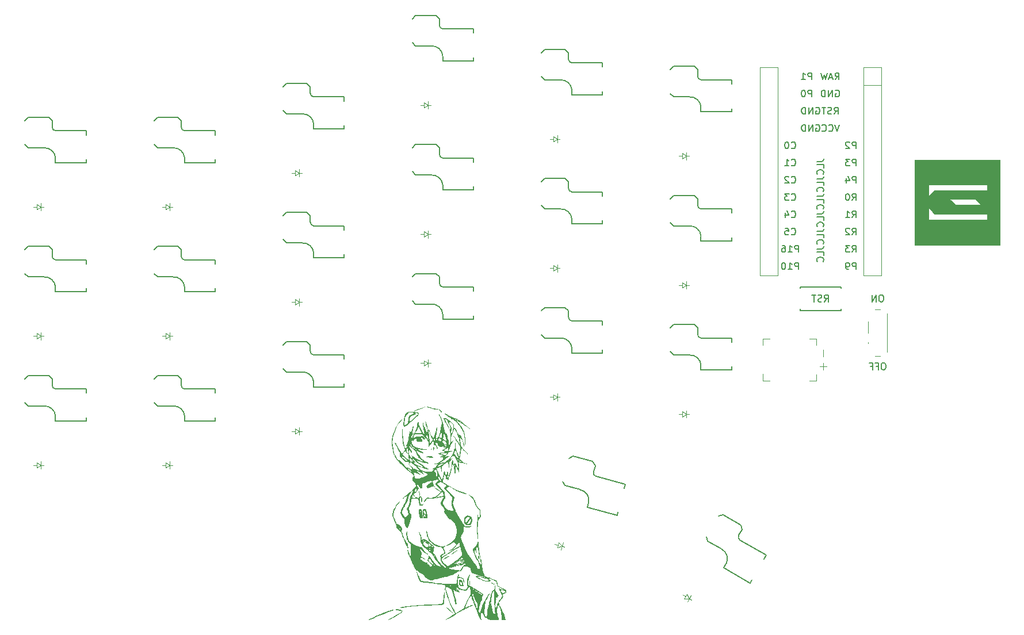
<source format=gbr>
%TF.GenerationSoftware,KiCad,Pcbnew,8.0.6*%
%TF.CreationDate,2024-12-04T22:19:36+00:00*%
%TF.ProjectId,prototype_routed,70726f74-6f74-4797-9065-5f726f757465,v1.0.0*%
%TF.SameCoordinates,Original*%
%TF.FileFunction,Legend,Bot*%
%TF.FilePolarity,Positive*%
%FSLAX46Y46*%
G04 Gerber Fmt 4.6, Leading zero omitted, Abs format (unit mm)*
G04 Created by KiCad (PCBNEW 8.0.6) date 2024-12-04 22:19:36*
%MOMM*%
%LPD*%
G01*
G04 APERTURE LIST*
%ADD10C,0.150000*%
%ADD11C,0.000000*%
%ADD12C,0.100000*%
%ADD13C,0.120000*%
%ADD14C,0.010000*%
G04 APERTURE END LIST*
D10*
X263567319Y-120972023D02*
X264281604Y-120972023D01*
X264281604Y-120972023D02*
X264424461Y-120924404D01*
X264424461Y-120924404D02*
X264519700Y-120829166D01*
X264519700Y-120829166D02*
X264567319Y-120686309D01*
X264567319Y-120686309D02*
X264567319Y-120591071D01*
X264567319Y-121924404D02*
X264567319Y-121448214D01*
X264567319Y-121448214D02*
X263567319Y-121448214D01*
X264472080Y-122829166D02*
X264519700Y-122781547D01*
X264519700Y-122781547D02*
X264567319Y-122638690D01*
X264567319Y-122638690D02*
X264567319Y-122543452D01*
X264567319Y-122543452D02*
X264519700Y-122400595D01*
X264519700Y-122400595D02*
X264424461Y-122305357D01*
X264424461Y-122305357D02*
X264329223Y-122257738D01*
X264329223Y-122257738D02*
X264138747Y-122210119D01*
X264138747Y-122210119D02*
X263995890Y-122210119D01*
X263995890Y-122210119D02*
X263805414Y-122257738D01*
X263805414Y-122257738D02*
X263710176Y-122305357D01*
X263710176Y-122305357D02*
X263614938Y-122400595D01*
X263614938Y-122400595D02*
X263567319Y-122543452D01*
X263567319Y-122543452D02*
X263567319Y-122638690D01*
X263567319Y-122638690D02*
X263614938Y-122781547D01*
X263614938Y-122781547D02*
X263662557Y-122829166D01*
X263567319Y-123543452D02*
X264281604Y-123543452D01*
X264281604Y-123543452D02*
X264424461Y-123495833D01*
X264424461Y-123495833D02*
X264519700Y-123400595D01*
X264519700Y-123400595D02*
X264567319Y-123257738D01*
X264567319Y-123257738D02*
X264567319Y-123162500D01*
X264567319Y-124495833D02*
X264567319Y-124019643D01*
X264567319Y-124019643D02*
X263567319Y-124019643D01*
X264472080Y-125400595D02*
X264519700Y-125352976D01*
X264519700Y-125352976D02*
X264567319Y-125210119D01*
X264567319Y-125210119D02*
X264567319Y-125114881D01*
X264567319Y-125114881D02*
X264519700Y-124972024D01*
X264519700Y-124972024D02*
X264424461Y-124876786D01*
X264424461Y-124876786D02*
X264329223Y-124829167D01*
X264329223Y-124829167D02*
X264138747Y-124781548D01*
X264138747Y-124781548D02*
X263995890Y-124781548D01*
X263995890Y-124781548D02*
X263805414Y-124829167D01*
X263805414Y-124829167D02*
X263710176Y-124876786D01*
X263710176Y-124876786D02*
X263614938Y-124972024D01*
X263614938Y-124972024D02*
X263567319Y-125114881D01*
X263567319Y-125114881D02*
X263567319Y-125210119D01*
X263567319Y-125210119D02*
X263614938Y-125352976D01*
X263614938Y-125352976D02*
X263662557Y-125400595D01*
X263567319Y-126114881D02*
X264281604Y-126114881D01*
X264281604Y-126114881D02*
X264424461Y-126067262D01*
X264424461Y-126067262D02*
X264519700Y-125972024D01*
X264519700Y-125972024D02*
X264567319Y-125829167D01*
X264567319Y-125829167D02*
X264567319Y-125733929D01*
X264567319Y-127067262D02*
X264567319Y-126591072D01*
X264567319Y-126591072D02*
X263567319Y-126591072D01*
X264472080Y-127972024D02*
X264519700Y-127924405D01*
X264519700Y-127924405D02*
X264567319Y-127781548D01*
X264567319Y-127781548D02*
X264567319Y-127686310D01*
X264567319Y-127686310D02*
X264519700Y-127543453D01*
X264519700Y-127543453D02*
X264424461Y-127448215D01*
X264424461Y-127448215D02*
X264329223Y-127400596D01*
X264329223Y-127400596D02*
X264138747Y-127352977D01*
X264138747Y-127352977D02*
X263995890Y-127352977D01*
X263995890Y-127352977D02*
X263805414Y-127400596D01*
X263805414Y-127400596D02*
X263710176Y-127448215D01*
X263710176Y-127448215D02*
X263614938Y-127543453D01*
X263614938Y-127543453D02*
X263567319Y-127686310D01*
X263567319Y-127686310D02*
X263567319Y-127781548D01*
X263567319Y-127781548D02*
X263614938Y-127924405D01*
X263614938Y-127924405D02*
X263662557Y-127972024D01*
X263567319Y-128686310D02*
X264281604Y-128686310D01*
X264281604Y-128686310D02*
X264424461Y-128638691D01*
X264424461Y-128638691D02*
X264519700Y-128543453D01*
X264519700Y-128543453D02*
X264567319Y-128400596D01*
X264567319Y-128400596D02*
X264567319Y-128305358D01*
X264567319Y-129638691D02*
X264567319Y-129162501D01*
X264567319Y-129162501D02*
X263567319Y-129162501D01*
X264472080Y-130543453D02*
X264519700Y-130495834D01*
X264519700Y-130495834D02*
X264567319Y-130352977D01*
X264567319Y-130352977D02*
X264567319Y-130257739D01*
X264567319Y-130257739D02*
X264519700Y-130114882D01*
X264519700Y-130114882D02*
X264424461Y-130019644D01*
X264424461Y-130019644D02*
X264329223Y-129972025D01*
X264329223Y-129972025D02*
X264138747Y-129924406D01*
X264138747Y-129924406D02*
X263995890Y-129924406D01*
X263995890Y-129924406D02*
X263805414Y-129972025D01*
X263805414Y-129972025D02*
X263710176Y-130019644D01*
X263710176Y-130019644D02*
X263614938Y-130114882D01*
X263614938Y-130114882D02*
X263567319Y-130257739D01*
X263567319Y-130257739D02*
X263567319Y-130352977D01*
X263567319Y-130352977D02*
X263614938Y-130495834D01*
X263614938Y-130495834D02*
X263662557Y-130543453D01*
X263567319Y-131257739D02*
X264281604Y-131257739D01*
X264281604Y-131257739D02*
X264424461Y-131210120D01*
X264424461Y-131210120D02*
X264519700Y-131114882D01*
X264519700Y-131114882D02*
X264567319Y-130972025D01*
X264567319Y-130972025D02*
X264567319Y-130876787D01*
X264567319Y-132210120D02*
X264567319Y-131733930D01*
X264567319Y-131733930D02*
X263567319Y-131733930D01*
X264472080Y-133114882D02*
X264519700Y-133067263D01*
X264519700Y-133067263D02*
X264567319Y-132924406D01*
X264567319Y-132924406D02*
X264567319Y-132829168D01*
X264567319Y-132829168D02*
X264519700Y-132686311D01*
X264519700Y-132686311D02*
X264424461Y-132591073D01*
X264424461Y-132591073D02*
X264329223Y-132543454D01*
X264329223Y-132543454D02*
X264138747Y-132495835D01*
X264138747Y-132495835D02*
X263995890Y-132495835D01*
X263995890Y-132495835D02*
X263805414Y-132543454D01*
X263805414Y-132543454D02*
X263710176Y-132591073D01*
X263710176Y-132591073D02*
X263614938Y-132686311D01*
X263614938Y-132686311D02*
X263567319Y-132829168D01*
X263567319Y-132829168D02*
X263567319Y-132924406D01*
X263567319Y-132924406D02*
X263614938Y-133067263D01*
X263614938Y-133067263D02*
X263662557Y-133114882D01*
X263567319Y-133829168D02*
X264281604Y-133829168D01*
X264281604Y-133829168D02*
X264424461Y-133781549D01*
X264424461Y-133781549D02*
X264519700Y-133686311D01*
X264519700Y-133686311D02*
X264567319Y-133543454D01*
X264567319Y-133543454D02*
X264567319Y-133448216D01*
X264567319Y-134781549D02*
X264567319Y-134305359D01*
X264567319Y-134305359D02*
X263567319Y-134305359D01*
X264472080Y-135686311D02*
X264519700Y-135638692D01*
X264519700Y-135638692D02*
X264567319Y-135495835D01*
X264567319Y-135495835D02*
X264567319Y-135400597D01*
X264567319Y-135400597D02*
X264519700Y-135257740D01*
X264519700Y-135257740D02*
X264424461Y-135162502D01*
X264424461Y-135162502D02*
X264329223Y-135114883D01*
X264329223Y-135114883D02*
X264138747Y-135067264D01*
X264138747Y-135067264D02*
X263995890Y-135067264D01*
X263995890Y-135067264D02*
X263805414Y-135114883D01*
X263805414Y-135114883D02*
X263710176Y-135162502D01*
X263710176Y-135162502D02*
X263614938Y-135257740D01*
X263614938Y-135257740D02*
X263567319Y-135400597D01*
X263567319Y-135400597D02*
X263567319Y-135495835D01*
X263567319Y-135495835D02*
X263614938Y-135638692D01*
X263614938Y-135638692D02*
X263662557Y-135686311D01*
X273464879Y-150617319D02*
X273274403Y-150617319D01*
X273274403Y-150617319D02*
X273179165Y-150664938D01*
X273179165Y-150664938D02*
X273083927Y-150760176D01*
X273083927Y-150760176D02*
X273036308Y-150950652D01*
X273036308Y-150950652D02*
X273036308Y-151283985D01*
X273036308Y-151283985D02*
X273083927Y-151474461D01*
X273083927Y-151474461D02*
X273179165Y-151569700D01*
X273179165Y-151569700D02*
X273274403Y-151617319D01*
X273274403Y-151617319D02*
X273464879Y-151617319D01*
X273464879Y-151617319D02*
X273560117Y-151569700D01*
X273560117Y-151569700D02*
X273655355Y-151474461D01*
X273655355Y-151474461D02*
X273702974Y-151283985D01*
X273702974Y-151283985D02*
X273702974Y-150950652D01*
X273702974Y-150950652D02*
X273655355Y-150760176D01*
X273655355Y-150760176D02*
X273560117Y-150664938D01*
X273560117Y-150664938D02*
X273464879Y-150617319D01*
X272274403Y-151093509D02*
X272607736Y-151093509D01*
X272607736Y-151617319D02*
X272607736Y-150617319D01*
X272607736Y-150617319D02*
X272131546Y-150617319D01*
X271417260Y-151093509D02*
X271750593Y-151093509D01*
X271750593Y-151617319D02*
X271750593Y-150617319D01*
X271750593Y-150617319D02*
X271274403Y-150617319D01*
X273131546Y-140617319D02*
X272941070Y-140617319D01*
X272941070Y-140617319D02*
X272845832Y-140664938D01*
X272845832Y-140664938D02*
X272750594Y-140760176D01*
X272750594Y-140760176D02*
X272702975Y-140950652D01*
X272702975Y-140950652D02*
X272702975Y-141283985D01*
X272702975Y-141283985D02*
X272750594Y-141474461D01*
X272750594Y-141474461D02*
X272845832Y-141569700D01*
X272845832Y-141569700D02*
X272941070Y-141617319D01*
X272941070Y-141617319D02*
X273131546Y-141617319D01*
X273131546Y-141617319D02*
X273226784Y-141569700D01*
X273226784Y-141569700D02*
X273322022Y-141474461D01*
X273322022Y-141474461D02*
X273369641Y-141283985D01*
X273369641Y-141283985D02*
X273369641Y-140950652D01*
X273369641Y-140950652D02*
X273322022Y-140760176D01*
X273322022Y-140760176D02*
X273226784Y-140664938D01*
X273226784Y-140664938D02*
X273131546Y-140617319D01*
X272274403Y-141617319D02*
X272274403Y-140617319D01*
X272274403Y-140617319D02*
X271702975Y-141617319D01*
X271702975Y-141617319D02*
X271702975Y-140617319D01*
X264660119Y-141617319D02*
X264993452Y-141141128D01*
X265231547Y-141617319D02*
X265231547Y-140617319D01*
X265231547Y-140617319D02*
X264850595Y-140617319D01*
X264850595Y-140617319D02*
X264755357Y-140664938D01*
X264755357Y-140664938D02*
X264707738Y-140712557D01*
X264707738Y-140712557D02*
X264660119Y-140807795D01*
X264660119Y-140807795D02*
X264660119Y-140950652D01*
X264660119Y-140950652D02*
X264707738Y-141045890D01*
X264707738Y-141045890D02*
X264755357Y-141093509D01*
X264755357Y-141093509D02*
X264850595Y-141141128D01*
X264850595Y-141141128D02*
X265231547Y-141141128D01*
X264279166Y-141569700D02*
X264136309Y-141617319D01*
X264136309Y-141617319D02*
X263898214Y-141617319D01*
X263898214Y-141617319D02*
X263802976Y-141569700D01*
X263802976Y-141569700D02*
X263755357Y-141522080D01*
X263755357Y-141522080D02*
X263707738Y-141426842D01*
X263707738Y-141426842D02*
X263707738Y-141331604D01*
X263707738Y-141331604D02*
X263755357Y-141236366D01*
X263755357Y-141236366D02*
X263802976Y-141188747D01*
X263802976Y-141188747D02*
X263898214Y-141141128D01*
X263898214Y-141141128D02*
X264088690Y-141093509D01*
X264088690Y-141093509D02*
X264183928Y-141045890D01*
X264183928Y-141045890D02*
X264231547Y-140998271D01*
X264231547Y-140998271D02*
X264279166Y-140903033D01*
X264279166Y-140903033D02*
X264279166Y-140807795D01*
X264279166Y-140807795D02*
X264231547Y-140712557D01*
X264231547Y-140712557D02*
X264183928Y-140664938D01*
X264183928Y-140664938D02*
X264088690Y-140617319D01*
X264088690Y-140617319D02*
X263850595Y-140617319D01*
X263850595Y-140617319D02*
X263707738Y-140664938D01*
X263422023Y-140617319D02*
X262850595Y-140617319D01*
X263136309Y-141617319D02*
X263136309Y-140617319D01*
X269320594Y-121617319D02*
X269320594Y-120617319D01*
X269320594Y-120617319D02*
X268939642Y-120617319D01*
X268939642Y-120617319D02*
X268844404Y-120664938D01*
X268844404Y-120664938D02*
X268796785Y-120712557D01*
X268796785Y-120712557D02*
X268749166Y-120807795D01*
X268749166Y-120807795D02*
X268749166Y-120950652D01*
X268749166Y-120950652D02*
X268796785Y-121045890D01*
X268796785Y-121045890D02*
X268844404Y-121093509D01*
X268844404Y-121093509D02*
X268939642Y-121141128D01*
X268939642Y-121141128D02*
X269320594Y-121141128D01*
X268415832Y-120617319D02*
X267796785Y-120617319D01*
X267796785Y-120617319D02*
X268130118Y-120998271D01*
X268130118Y-120998271D02*
X267987261Y-120998271D01*
X267987261Y-120998271D02*
X267892023Y-121045890D01*
X267892023Y-121045890D02*
X267844404Y-121093509D01*
X267844404Y-121093509D02*
X267796785Y-121188747D01*
X267796785Y-121188747D02*
X267796785Y-121426842D01*
X267796785Y-121426842D02*
X267844404Y-121522080D01*
X267844404Y-121522080D02*
X267892023Y-121569700D01*
X267892023Y-121569700D02*
X267987261Y-121617319D01*
X267987261Y-121617319D02*
X268272975Y-121617319D01*
X268272975Y-121617319D02*
X268368213Y-121569700D01*
X268368213Y-121569700D02*
X268415832Y-121522080D01*
X263424405Y-115584937D02*
X263519643Y-115537318D01*
X263519643Y-115537318D02*
X263662500Y-115537318D01*
X263662500Y-115537318D02*
X263805357Y-115584937D01*
X263805357Y-115584937D02*
X263900595Y-115680175D01*
X263900595Y-115680175D02*
X263948214Y-115775413D01*
X263948214Y-115775413D02*
X263995833Y-115965889D01*
X263995833Y-115965889D02*
X263995833Y-116108746D01*
X263995833Y-116108746D02*
X263948214Y-116299222D01*
X263948214Y-116299222D02*
X263900595Y-116394460D01*
X263900595Y-116394460D02*
X263805357Y-116489699D01*
X263805357Y-116489699D02*
X263662500Y-116537318D01*
X263662500Y-116537318D02*
X263567262Y-116537318D01*
X263567262Y-116537318D02*
X263424405Y-116489699D01*
X263424405Y-116489699D02*
X263376786Y-116442079D01*
X263376786Y-116442079D02*
X263376786Y-116108746D01*
X263376786Y-116108746D02*
X263567262Y-116108746D01*
X262948214Y-116537318D02*
X262948214Y-115537318D01*
X262948214Y-115537318D02*
X262376786Y-116537318D01*
X262376786Y-116537318D02*
X262376786Y-115537318D01*
X261900595Y-116537318D02*
X261900595Y-115537318D01*
X261900595Y-115537318D02*
X261662500Y-115537318D01*
X261662500Y-115537318D02*
X261519643Y-115584937D01*
X261519643Y-115584937D02*
X261424405Y-115680175D01*
X261424405Y-115680175D02*
X261376786Y-115775413D01*
X261376786Y-115775413D02*
X261329167Y-115965889D01*
X261329167Y-115965889D02*
X261329167Y-116108746D01*
X261329167Y-116108746D02*
X261376786Y-116299222D01*
X261376786Y-116299222D02*
X261424405Y-116394460D01*
X261424405Y-116394460D02*
X261519643Y-116489699D01*
X261519643Y-116489699D02*
X261662500Y-116537318D01*
X261662500Y-116537318D02*
X261900595Y-116537318D01*
X259809166Y-129142080D02*
X259856785Y-129189700D01*
X259856785Y-129189700D02*
X259999642Y-129237319D01*
X259999642Y-129237319D02*
X260094880Y-129237319D01*
X260094880Y-129237319D02*
X260237737Y-129189700D01*
X260237737Y-129189700D02*
X260332975Y-129094461D01*
X260332975Y-129094461D02*
X260380594Y-128999223D01*
X260380594Y-128999223D02*
X260428213Y-128808747D01*
X260428213Y-128808747D02*
X260428213Y-128665890D01*
X260428213Y-128665890D02*
X260380594Y-128475414D01*
X260380594Y-128475414D02*
X260332975Y-128380176D01*
X260332975Y-128380176D02*
X260237737Y-128284938D01*
X260237737Y-128284938D02*
X260094880Y-128237319D01*
X260094880Y-128237319D02*
X259999642Y-128237319D01*
X259999642Y-128237319D02*
X259856785Y-128284938D01*
X259856785Y-128284938D02*
X259809166Y-128332557D01*
X258952023Y-128570652D02*
X258952023Y-129237319D01*
X259190118Y-128189700D02*
X259428213Y-128903985D01*
X259428213Y-128903985D02*
X258809166Y-128903985D01*
X259809166Y-124062080D02*
X259856785Y-124109700D01*
X259856785Y-124109700D02*
X259999642Y-124157319D01*
X259999642Y-124157319D02*
X260094880Y-124157319D01*
X260094880Y-124157319D02*
X260237737Y-124109700D01*
X260237737Y-124109700D02*
X260332975Y-124014461D01*
X260332975Y-124014461D02*
X260380594Y-123919223D01*
X260380594Y-123919223D02*
X260428213Y-123728747D01*
X260428213Y-123728747D02*
X260428213Y-123585890D01*
X260428213Y-123585890D02*
X260380594Y-123395414D01*
X260380594Y-123395414D02*
X260332975Y-123300176D01*
X260332975Y-123300176D02*
X260237737Y-123204938D01*
X260237737Y-123204938D02*
X260094880Y-123157319D01*
X260094880Y-123157319D02*
X259999642Y-123157319D01*
X259999642Y-123157319D02*
X259856785Y-123204938D01*
X259856785Y-123204938D02*
X259809166Y-123252557D01*
X259428213Y-123252557D02*
X259380594Y-123204938D01*
X259380594Y-123204938D02*
X259285356Y-123157319D01*
X259285356Y-123157319D02*
X259047261Y-123157319D01*
X259047261Y-123157319D02*
X258952023Y-123204938D01*
X258952023Y-123204938D02*
X258904404Y-123252557D01*
X258904404Y-123252557D02*
X258856785Y-123347795D01*
X258856785Y-123347795D02*
X258856785Y-123443033D01*
X258856785Y-123443033D02*
X258904404Y-123585890D01*
X258904404Y-123585890D02*
X259475832Y-124157319D01*
X259475832Y-124157319D02*
X258856785Y-124157319D01*
X266252977Y-108917319D02*
X266586310Y-108441128D01*
X266824405Y-108917319D02*
X266824405Y-107917319D01*
X266824405Y-107917319D02*
X266443453Y-107917319D01*
X266443453Y-107917319D02*
X266348215Y-107964938D01*
X266348215Y-107964938D02*
X266300596Y-108012557D01*
X266300596Y-108012557D02*
X266252977Y-108107795D01*
X266252977Y-108107795D02*
X266252977Y-108250652D01*
X266252977Y-108250652D02*
X266300596Y-108345890D01*
X266300596Y-108345890D02*
X266348215Y-108393509D01*
X266348215Y-108393509D02*
X266443453Y-108441128D01*
X266443453Y-108441128D02*
X266824405Y-108441128D01*
X265872024Y-108631604D02*
X265395834Y-108631604D01*
X265967262Y-108917319D02*
X265633929Y-107917319D01*
X265633929Y-107917319D02*
X265300596Y-108917319D01*
X265062500Y-107917319D02*
X264824405Y-108917319D01*
X264824405Y-108917319D02*
X264633929Y-108203033D01*
X264633929Y-108203033D02*
X264443453Y-108917319D01*
X264443453Y-108917319D02*
X264205358Y-107917319D01*
X269320594Y-119077319D02*
X269320594Y-118077319D01*
X269320594Y-118077319D02*
X268939642Y-118077319D01*
X268939642Y-118077319D02*
X268844404Y-118124938D01*
X268844404Y-118124938D02*
X268796785Y-118172557D01*
X268796785Y-118172557D02*
X268749166Y-118267795D01*
X268749166Y-118267795D02*
X268749166Y-118410652D01*
X268749166Y-118410652D02*
X268796785Y-118505890D01*
X268796785Y-118505890D02*
X268844404Y-118553509D01*
X268844404Y-118553509D02*
X268939642Y-118601128D01*
X268939642Y-118601128D02*
X269320594Y-118601128D01*
X268368213Y-118172557D02*
X268320594Y-118124938D01*
X268320594Y-118124938D02*
X268225356Y-118077319D01*
X268225356Y-118077319D02*
X267987261Y-118077319D01*
X267987261Y-118077319D02*
X267892023Y-118124938D01*
X267892023Y-118124938D02*
X267844404Y-118172557D01*
X267844404Y-118172557D02*
X267796785Y-118267795D01*
X267796785Y-118267795D02*
X267796785Y-118363033D01*
X267796785Y-118363033D02*
X267844404Y-118505890D01*
X267844404Y-118505890D02*
X268415832Y-119077319D01*
X268415832Y-119077319D02*
X267796785Y-119077319D01*
X268749166Y-134317319D02*
X269082499Y-133841128D01*
X269320594Y-134317319D02*
X269320594Y-133317319D01*
X269320594Y-133317319D02*
X268939642Y-133317319D01*
X268939642Y-133317319D02*
X268844404Y-133364938D01*
X268844404Y-133364938D02*
X268796785Y-133412557D01*
X268796785Y-133412557D02*
X268749166Y-133507795D01*
X268749166Y-133507795D02*
X268749166Y-133650652D01*
X268749166Y-133650652D02*
X268796785Y-133745890D01*
X268796785Y-133745890D02*
X268844404Y-133793509D01*
X268844404Y-133793509D02*
X268939642Y-133841128D01*
X268939642Y-133841128D02*
X269320594Y-133841128D01*
X268415832Y-133317319D02*
X267796785Y-133317319D01*
X267796785Y-133317319D02*
X268130118Y-133698271D01*
X268130118Y-133698271D02*
X267987261Y-133698271D01*
X267987261Y-133698271D02*
X267892023Y-133745890D01*
X267892023Y-133745890D02*
X267844404Y-133793509D01*
X267844404Y-133793509D02*
X267796785Y-133888747D01*
X267796785Y-133888747D02*
X267796785Y-134126842D01*
X267796785Y-134126842D02*
X267844404Y-134222080D01*
X267844404Y-134222080D02*
X267892023Y-134269700D01*
X267892023Y-134269700D02*
X267987261Y-134317319D01*
X267987261Y-134317319D02*
X268272975Y-134317319D01*
X268272975Y-134317319D02*
X268368213Y-134269700D01*
X268368213Y-134269700D02*
X268415832Y-134222080D01*
X259809166Y-126602080D02*
X259856785Y-126649700D01*
X259856785Y-126649700D02*
X259999642Y-126697319D01*
X259999642Y-126697319D02*
X260094880Y-126697319D01*
X260094880Y-126697319D02*
X260237737Y-126649700D01*
X260237737Y-126649700D02*
X260332975Y-126554461D01*
X260332975Y-126554461D02*
X260380594Y-126459223D01*
X260380594Y-126459223D02*
X260428213Y-126268747D01*
X260428213Y-126268747D02*
X260428213Y-126125890D01*
X260428213Y-126125890D02*
X260380594Y-125935414D01*
X260380594Y-125935414D02*
X260332975Y-125840176D01*
X260332975Y-125840176D02*
X260237737Y-125744938D01*
X260237737Y-125744938D02*
X260094880Y-125697319D01*
X260094880Y-125697319D02*
X259999642Y-125697319D01*
X259999642Y-125697319D02*
X259856785Y-125744938D01*
X259856785Y-125744938D02*
X259809166Y-125792557D01*
X259475832Y-125697319D02*
X258856785Y-125697319D01*
X258856785Y-125697319D02*
X259190118Y-126078271D01*
X259190118Y-126078271D02*
X259047261Y-126078271D01*
X259047261Y-126078271D02*
X258952023Y-126125890D01*
X258952023Y-126125890D02*
X258904404Y-126173509D01*
X258904404Y-126173509D02*
X258856785Y-126268747D01*
X258856785Y-126268747D02*
X258856785Y-126506842D01*
X258856785Y-126506842D02*
X258904404Y-126602080D01*
X258904404Y-126602080D02*
X258952023Y-126649700D01*
X258952023Y-126649700D02*
X259047261Y-126697319D01*
X259047261Y-126697319D02*
X259332975Y-126697319D01*
X259332975Y-126697319D02*
X259428213Y-126649700D01*
X259428213Y-126649700D02*
X259475832Y-126602080D01*
X263424404Y-113044938D02*
X263519642Y-112997319D01*
X263519642Y-112997319D02*
X263662499Y-112997319D01*
X263662499Y-112997319D02*
X263805356Y-113044938D01*
X263805356Y-113044938D02*
X263900594Y-113140176D01*
X263900594Y-113140176D02*
X263948213Y-113235414D01*
X263948213Y-113235414D02*
X263995832Y-113425890D01*
X263995832Y-113425890D02*
X263995832Y-113568747D01*
X263995832Y-113568747D02*
X263948213Y-113759223D01*
X263948213Y-113759223D02*
X263900594Y-113854461D01*
X263900594Y-113854461D02*
X263805356Y-113949700D01*
X263805356Y-113949700D02*
X263662499Y-113997319D01*
X263662499Y-113997319D02*
X263567261Y-113997319D01*
X263567261Y-113997319D02*
X263424404Y-113949700D01*
X263424404Y-113949700D02*
X263376785Y-113902080D01*
X263376785Y-113902080D02*
X263376785Y-113568747D01*
X263376785Y-113568747D02*
X263567261Y-113568747D01*
X262948213Y-113997319D02*
X262948213Y-112997319D01*
X262948213Y-112997319D02*
X262376785Y-113997319D01*
X262376785Y-113997319D02*
X262376785Y-112997319D01*
X261900594Y-113997319D02*
X261900594Y-112997319D01*
X261900594Y-112997319D02*
X261662499Y-112997319D01*
X261662499Y-112997319D02*
X261519642Y-113044938D01*
X261519642Y-113044938D02*
X261424404Y-113140176D01*
X261424404Y-113140176D02*
X261376785Y-113235414D01*
X261376785Y-113235414D02*
X261329166Y-113425890D01*
X261329166Y-113425890D02*
X261329166Y-113568747D01*
X261329166Y-113568747D02*
X261376785Y-113759223D01*
X261376785Y-113759223D02*
X261424404Y-113854461D01*
X261424404Y-113854461D02*
X261519642Y-113949700D01*
X261519642Y-113949700D02*
X261662499Y-113997319D01*
X261662499Y-113997319D02*
X261900594Y-113997319D01*
X262810594Y-111457319D02*
X262810594Y-110457319D01*
X262810594Y-110457319D02*
X262429642Y-110457319D01*
X262429642Y-110457319D02*
X262334404Y-110504938D01*
X262334404Y-110504938D02*
X262286785Y-110552557D01*
X262286785Y-110552557D02*
X262239166Y-110647795D01*
X262239166Y-110647795D02*
X262239166Y-110790652D01*
X262239166Y-110790652D02*
X262286785Y-110885890D01*
X262286785Y-110885890D02*
X262334404Y-110933509D01*
X262334404Y-110933509D02*
X262429642Y-110981128D01*
X262429642Y-110981128D02*
X262810594Y-110981128D01*
X261620118Y-110457319D02*
X261524880Y-110457319D01*
X261524880Y-110457319D02*
X261429642Y-110504938D01*
X261429642Y-110504938D02*
X261382023Y-110552557D01*
X261382023Y-110552557D02*
X261334404Y-110647795D01*
X261334404Y-110647795D02*
X261286785Y-110838271D01*
X261286785Y-110838271D02*
X261286785Y-111076366D01*
X261286785Y-111076366D02*
X261334404Y-111266842D01*
X261334404Y-111266842D02*
X261382023Y-111362080D01*
X261382023Y-111362080D02*
X261429642Y-111409700D01*
X261429642Y-111409700D02*
X261524880Y-111457319D01*
X261524880Y-111457319D02*
X261620118Y-111457319D01*
X261620118Y-111457319D02*
X261715356Y-111409700D01*
X261715356Y-111409700D02*
X261762975Y-111362080D01*
X261762975Y-111362080D02*
X261810594Y-111266842D01*
X261810594Y-111266842D02*
X261858213Y-111076366D01*
X261858213Y-111076366D02*
X261858213Y-110838271D01*
X261858213Y-110838271D02*
X261810594Y-110647795D01*
X261810594Y-110647795D02*
X261762975Y-110552557D01*
X261762975Y-110552557D02*
X261715356Y-110504938D01*
X261715356Y-110504938D02*
X261620118Y-110457319D01*
X269320594Y-136857319D02*
X269320594Y-135857319D01*
X269320594Y-135857319D02*
X268939642Y-135857319D01*
X268939642Y-135857319D02*
X268844404Y-135904938D01*
X268844404Y-135904938D02*
X268796785Y-135952557D01*
X268796785Y-135952557D02*
X268749166Y-136047795D01*
X268749166Y-136047795D02*
X268749166Y-136190652D01*
X268749166Y-136190652D02*
X268796785Y-136285890D01*
X268796785Y-136285890D02*
X268844404Y-136333509D01*
X268844404Y-136333509D02*
X268939642Y-136381128D01*
X268939642Y-136381128D02*
X269320594Y-136381128D01*
X268272975Y-136857319D02*
X268082499Y-136857319D01*
X268082499Y-136857319D02*
X267987261Y-136809700D01*
X267987261Y-136809700D02*
X267939642Y-136762080D01*
X267939642Y-136762080D02*
X267844404Y-136619223D01*
X267844404Y-136619223D02*
X267796785Y-136428747D01*
X267796785Y-136428747D02*
X267796785Y-136047795D01*
X267796785Y-136047795D02*
X267844404Y-135952557D01*
X267844404Y-135952557D02*
X267892023Y-135904938D01*
X267892023Y-135904938D02*
X267987261Y-135857319D01*
X267987261Y-135857319D02*
X268177737Y-135857319D01*
X268177737Y-135857319D02*
X268272975Y-135904938D01*
X268272975Y-135904938D02*
X268320594Y-135952557D01*
X268320594Y-135952557D02*
X268368213Y-136047795D01*
X268368213Y-136047795D02*
X268368213Y-136285890D01*
X268368213Y-136285890D02*
X268320594Y-136381128D01*
X268320594Y-136381128D02*
X268272975Y-136428747D01*
X268272975Y-136428747D02*
X268177737Y-136476366D01*
X268177737Y-136476366D02*
X267987261Y-136476366D01*
X267987261Y-136476366D02*
X267892023Y-136428747D01*
X267892023Y-136428747D02*
X267844404Y-136381128D01*
X267844404Y-136381128D02*
X267796785Y-136285890D01*
X262810594Y-108917319D02*
X262810594Y-107917319D01*
X262810594Y-107917319D02*
X262429642Y-107917319D01*
X262429642Y-107917319D02*
X262334404Y-107964938D01*
X262334404Y-107964938D02*
X262286785Y-108012557D01*
X262286785Y-108012557D02*
X262239166Y-108107795D01*
X262239166Y-108107795D02*
X262239166Y-108250652D01*
X262239166Y-108250652D02*
X262286785Y-108345890D01*
X262286785Y-108345890D02*
X262334404Y-108393509D01*
X262334404Y-108393509D02*
X262429642Y-108441128D01*
X262429642Y-108441128D02*
X262810594Y-108441128D01*
X261286785Y-108917319D02*
X261858213Y-108917319D01*
X261572499Y-108917319D02*
X261572499Y-107917319D01*
X261572499Y-107917319D02*
X261667737Y-108060176D01*
X261667737Y-108060176D02*
X261762975Y-108155414D01*
X261762975Y-108155414D02*
X261858213Y-108203033D01*
X259809166Y-118982080D02*
X259856785Y-119029700D01*
X259856785Y-119029700D02*
X259999642Y-119077319D01*
X259999642Y-119077319D02*
X260094880Y-119077319D01*
X260094880Y-119077319D02*
X260237737Y-119029700D01*
X260237737Y-119029700D02*
X260332975Y-118934461D01*
X260332975Y-118934461D02*
X260380594Y-118839223D01*
X260380594Y-118839223D02*
X260428213Y-118648747D01*
X260428213Y-118648747D02*
X260428213Y-118505890D01*
X260428213Y-118505890D02*
X260380594Y-118315414D01*
X260380594Y-118315414D02*
X260332975Y-118220176D01*
X260332975Y-118220176D02*
X260237737Y-118124938D01*
X260237737Y-118124938D02*
X260094880Y-118077319D01*
X260094880Y-118077319D02*
X259999642Y-118077319D01*
X259999642Y-118077319D02*
X259856785Y-118124938D01*
X259856785Y-118124938D02*
X259809166Y-118172557D01*
X259190118Y-118077319D02*
X259094880Y-118077319D01*
X259094880Y-118077319D02*
X258999642Y-118124938D01*
X258999642Y-118124938D02*
X258952023Y-118172557D01*
X258952023Y-118172557D02*
X258904404Y-118267795D01*
X258904404Y-118267795D02*
X258856785Y-118458271D01*
X258856785Y-118458271D02*
X258856785Y-118696366D01*
X258856785Y-118696366D02*
X258904404Y-118886842D01*
X258904404Y-118886842D02*
X258952023Y-118982080D01*
X258952023Y-118982080D02*
X258999642Y-119029700D01*
X258999642Y-119029700D02*
X259094880Y-119077319D01*
X259094880Y-119077319D02*
X259190118Y-119077319D01*
X259190118Y-119077319D02*
X259285356Y-119029700D01*
X259285356Y-119029700D02*
X259332975Y-118982080D01*
X259332975Y-118982080D02*
X259380594Y-118886842D01*
X259380594Y-118886842D02*
X259428213Y-118696366D01*
X259428213Y-118696366D02*
X259428213Y-118458271D01*
X259428213Y-118458271D02*
X259380594Y-118267795D01*
X259380594Y-118267795D02*
X259332975Y-118172557D01*
X259332975Y-118172557D02*
X259285356Y-118124938D01*
X259285356Y-118124938D02*
X259190118Y-118077319D01*
X260856785Y-134317319D02*
X260856785Y-133317319D01*
X260856785Y-133317319D02*
X260475833Y-133317319D01*
X260475833Y-133317319D02*
X260380595Y-133364938D01*
X260380595Y-133364938D02*
X260332976Y-133412557D01*
X260332976Y-133412557D02*
X260285357Y-133507795D01*
X260285357Y-133507795D02*
X260285357Y-133650652D01*
X260285357Y-133650652D02*
X260332976Y-133745890D01*
X260332976Y-133745890D02*
X260380595Y-133793509D01*
X260380595Y-133793509D02*
X260475833Y-133841128D01*
X260475833Y-133841128D02*
X260856785Y-133841128D01*
X259332976Y-134317319D02*
X259904404Y-134317319D01*
X259618690Y-134317319D02*
X259618690Y-133317319D01*
X259618690Y-133317319D02*
X259713928Y-133460176D01*
X259713928Y-133460176D02*
X259809166Y-133555414D01*
X259809166Y-133555414D02*
X259904404Y-133603033D01*
X258475833Y-133317319D02*
X258666309Y-133317319D01*
X258666309Y-133317319D02*
X258761547Y-133364938D01*
X258761547Y-133364938D02*
X258809166Y-133412557D01*
X258809166Y-133412557D02*
X258904404Y-133555414D01*
X258904404Y-133555414D02*
X258952023Y-133745890D01*
X258952023Y-133745890D02*
X258952023Y-134126842D01*
X258952023Y-134126842D02*
X258904404Y-134222080D01*
X258904404Y-134222080D02*
X258856785Y-134269700D01*
X258856785Y-134269700D02*
X258761547Y-134317319D01*
X258761547Y-134317319D02*
X258571071Y-134317319D01*
X258571071Y-134317319D02*
X258475833Y-134269700D01*
X258475833Y-134269700D02*
X258428214Y-134222080D01*
X258428214Y-134222080D02*
X258380595Y-134126842D01*
X258380595Y-134126842D02*
X258380595Y-133888747D01*
X258380595Y-133888747D02*
X258428214Y-133793509D01*
X258428214Y-133793509D02*
X258475833Y-133745890D01*
X258475833Y-133745890D02*
X258571071Y-133698271D01*
X258571071Y-133698271D02*
X258761547Y-133698271D01*
X258761547Y-133698271D02*
X258856785Y-133745890D01*
X258856785Y-133745890D02*
X258904404Y-133793509D01*
X258904404Y-133793509D02*
X258952023Y-133888747D01*
X260856785Y-136857319D02*
X260856785Y-135857319D01*
X260856785Y-135857319D02*
X260475833Y-135857319D01*
X260475833Y-135857319D02*
X260380595Y-135904938D01*
X260380595Y-135904938D02*
X260332976Y-135952557D01*
X260332976Y-135952557D02*
X260285357Y-136047795D01*
X260285357Y-136047795D02*
X260285357Y-136190652D01*
X260285357Y-136190652D02*
X260332976Y-136285890D01*
X260332976Y-136285890D02*
X260380595Y-136333509D01*
X260380595Y-136333509D02*
X260475833Y-136381128D01*
X260475833Y-136381128D02*
X260856785Y-136381128D01*
X259332976Y-136857319D02*
X259904404Y-136857319D01*
X259618690Y-136857319D02*
X259618690Y-135857319D01*
X259618690Y-135857319D02*
X259713928Y-136000176D01*
X259713928Y-136000176D02*
X259809166Y-136095414D01*
X259809166Y-136095414D02*
X259904404Y-136143033D01*
X258713928Y-135857319D02*
X258618690Y-135857319D01*
X258618690Y-135857319D02*
X258523452Y-135904938D01*
X258523452Y-135904938D02*
X258475833Y-135952557D01*
X258475833Y-135952557D02*
X258428214Y-136047795D01*
X258428214Y-136047795D02*
X258380595Y-136238271D01*
X258380595Y-136238271D02*
X258380595Y-136476366D01*
X258380595Y-136476366D02*
X258428214Y-136666842D01*
X258428214Y-136666842D02*
X258475833Y-136762080D01*
X258475833Y-136762080D02*
X258523452Y-136809700D01*
X258523452Y-136809700D02*
X258618690Y-136857319D01*
X258618690Y-136857319D02*
X258713928Y-136857319D01*
X258713928Y-136857319D02*
X258809166Y-136809700D01*
X258809166Y-136809700D02*
X258856785Y-136762080D01*
X258856785Y-136762080D02*
X258904404Y-136666842D01*
X258904404Y-136666842D02*
X258952023Y-136476366D01*
X258952023Y-136476366D02*
X258952023Y-136238271D01*
X258952023Y-136238271D02*
X258904404Y-136047795D01*
X258904404Y-136047795D02*
X258856785Y-135952557D01*
X258856785Y-135952557D02*
X258809166Y-135904938D01*
X258809166Y-135904938D02*
X258713928Y-135857319D01*
X266324404Y-110504938D02*
X266419642Y-110457319D01*
X266419642Y-110457319D02*
X266562499Y-110457319D01*
X266562499Y-110457319D02*
X266705356Y-110504938D01*
X266705356Y-110504938D02*
X266800594Y-110600176D01*
X266800594Y-110600176D02*
X266848213Y-110695414D01*
X266848213Y-110695414D02*
X266895832Y-110885890D01*
X266895832Y-110885890D02*
X266895832Y-111028747D01*
X266895832Y-111028747D02*
X266848213Y-111219223D01*
X266848213Y-111219223D02*
X266800594Y-111314461D01*
X266800594Y-111314461D02*
X266705356Y-111409700D01*
X266705356Y-111409700D02*
X266562499Y-111457319D01*
X266562499Y-111457319D02*
X266467261Y-111457319D01*
X266467261Y-111457319D02*
X266324404Y-111409700D01*
X266324404Y-111409700D02*
X266276785Y-111362080D01*
X266276785Y-111362080D02*
X266276785Y-111028747D01*
X266276785Y-111028747D02*
X266467261Y-111028747D01*
X265848213Y-111457319D02*
X265848213Y-110457319D01*
X265848213Y-110457319D02*
X265276785Y-111457319D01*
X265276785Y-111457319D02*
X265276785Y-110457319D01*
X264800594Y-111457319D02*
X264800594Y-110457319D01*
X264800594Y-110457319D02*
X264562499Y-110457319D01*
X264562499Y-110457319D02*
X264419642Y-110504938D01*
X264419642Y-110504938D02*
X264324404Y-110600176D01*
X264324404Y-110600176D02*
X264276785Y-110695414D01*
X264276785Y-110695414D02*
X264229166Y-110885890D01*
X264229166Y-110885890D02*
X264229166Y-111028747D01*
X264229166Y-111028747D02*
X264276785Y-111219223D01*
X264276785Y-111219223D02*
X264324404Y-111314461D01*
X264324404Y-111314461D02*
X264419642Y-111409700D01*
X264419642Y-111409700D02*
X264562499Y-111457319D01*
X264562499Y-111457319D02*
X264800594Y-111457319D01*
X259809166Y-121522080D02*
X259856785Y-121569700D01*
X259856785Y-121569700D02*
X259999642Y-121617319D01*
X259999642Y-121617319D02*
X260094880Y-121617319D01*
X260094880Y-121617319D02*
X260237737Y-121569700D01*
X260237737Y-121569700D02*
X260332975Y-121474461D01*
X260332975Y-121474461D02*
X260380594Y-121379223D01*
X260380594Y-121379223D02*
X260428213Y-121188747D01*
X260428213Y-121188747D02*
X260428213Y-121045890D01*
X260428213Y-121045890D02*
X260380594Y-120855414D01*
X260380594Y-120855414D02*
X260332975Y-120760176D01*
X260332975Y-120760176D02*
X260237737Y-120664938D01*
X260237737Y-120664938D02*
X260094880Y-120617319D01*
X260094880Y-120617319D02*
X259999642Y-120617319D01*
X259999642Y-120617319D02*
X259856785Y-120664938D01*
X259856785Y-120664938D02*
X259809166Y-120712557D01*
X258856785Y-121617319D02*
X259428213Y-121617319D01*
X259142499Y-121617319D02*
X259142499Y-120617319D01*
X259142499Y-120617319D02*
X259237737Y-120760176D01*
X259237737Y-120760176D02*
X259332975Y-120855414D01*
X259332975Y-120855414D02*
X259428213Y-120903033D01*
X268749166Y-129237319D02*
X269082499Y-128761128D01*
X269320594Y-129237319D02*
X269320594Y-128237319D01*
X269320594Y-128237319D02*
X268939642Y-128237319D01*
X268939642Y-128237319D02*
X268844404Y-128284938D01*
X268844404Y-128284938D02*
X268796785Y-128332557D01*
X268796785Y-128332557D02*
X268749166Y-128427795D01*
X268749166Y-128427795D02*
X268749166Y-128570652D01*
X268749166Y-128570652D02*
X268796785Y-128665890D01*
X268796785Y-128665890D02*
X268844404Y-128713509D01*
X268844404Y-128713509D02*
X268939642Y-128761128D01*
X268939642Y-128761128D02*
X269320594Y-128761128D01*
X267796785Y-129237319D02*
X268368213Y-129237319D01*
X268082499Y-129237319D02*
X268082499Y-128237319D01*
X268082499Y-128237319D02*
X268177737Y-128380176D01*
X268177737Y-128380176D02*
X268272975Y-128475414D01*
X268272975Y-128475414D02*
X268368213Y-128523033D01*
X266895832Y-115537319D02*
X266562499Y-116537319D01*
X266562499Y-116537319D02*
X266229166Y-115537319D01*
X265324404Y-116442080D02*
X265372023Y-116489700D01*
X265372023Y-116489700D02*
X265514880Y-116537319D01*
X265514880Y-116537319D02*
X265610118Y-116537319D01*
X265610118Y-116537319D02*
X265752975Y-116489700D01*
X265752975Y-116489700D02*
X265848213Y-116394461D01*
X265848213Y-116394461D02*
X265895832Y-116299223D01*
X265895832Y-116299223D02*
X265943451Y-116108747D01*
X265943451Y-116108747D02*
X265943451Y-115965890D01*
X265943451Y-115965890D02*
X265895832Y-115775414D01*
X265895832Y-115775414D02*
X265848213Y-115680176D01*
X265848213Y-115680176D02*
X265752975Y-115584938D01*
X265752975Y-115584938D02*
X265610118Y-115537319D01*
X265610118Y-115537319D02*
X265514880Y-115537319D01*
X265514880Y-115537319D02*
X265372023Y-115584938D01*
X265372023Y-115584938D02*
X265324404Y-115632557D01*
X264324404Y-116442080D02*
X264372023Y-116489700D01*
X264372023Y-116489700D02*
X264514880Y-116537319D01*
X264514880Y-116537319D02*
X264610118Y-116537319D01*
X264610118Y-116537319D02*
X264752975Y-116489700D01*
X264752975Y-116489700D02*
X264848213Y-116394461D01*
X264848213Y-116394461D02*
X264895832Y-116299223D01*
X264895832Y-116299223D02*
X264943451Y-116108747D01*
X264943451Y-116108747D02*
X264943451Y-115965890D01*
X264943451Y-115965890D02*
X264895832Y-115775414D01*
X264895832Y-115775414D02*
X264848213Y-115680176D01*
X264848213Y-115680176D02*
X264752975Y-115584938D01*
X264752975Y-115584938D02*
X264610118Y-115537319D01*
X264610118Y-115537319D02*
X264514880Y-115537319D01*
X264514880Y-115537319D02*
X264372023Y-115584938D01*
X264372023Y-115584938D02*
X264324404Y-115632557D01*
X259809166Y-131682081D02*
X259856785Y-131729701D01*
X259856785Y-131729701D02*
X259999642Y-131777320D01*
X259999642Y-131777320D02*
X260094880Y-131777320D01*
X260094880Y-131777320D02*
X260237737Y-131729701D01*
X260237737Y-131729701D02*
X260332975Y-131634462D01*
X260332975Y-131634462D02*
X260380594Y-131539224D01*
X260380594Y-131539224D02*
X260428213Y-131348748D01*
X260428213Y-131348748D02*
X260428213Y-131205891D01*
X260428213Y-131205891D02*
X260380594Y-131015415D01*
X260380594Y-131015415D02*
X260332975Y-130920177D01*
X260332975Y-130920177D02*
X260237737Y-130824939D01*
X260237737Y-130824939D02*
X260094880Y-130777320D01*
X260094880Y-130777320D02*
X259999642Y-130777320D01*
X259999642Y-130777320D02*
X259856785Y-130824939D01*
X259856785Y-130824939D02*
X259809166Y-130872558D01*
X258904404Y-130777320D02*
X259380594Y-130777320D01*
X259380594Y-130777320D02*
X259428213Y-131253510D01*
X259428213Y-131253510D02*
X259380594Y-131205891D01*
X259380594Y-131205891D02*
X259285356Y-131158272D01*
X259285356Y-131158272D02*
X259047261Y-131158272D01*
X259047261Y-131158272D02*
X258952023Y-131205891D01*
X258952023Y-131205891D02*
X258904404Y-131253510D01*
X258904404Y-131253510D02*
X258856785Y-131348748D01*
X258856785Y-131348748D02*
X258856785Y-131586843D01*
X258856785Y-131586843D02*
X258904404Y-131682081D01*
X258904404Y-131682081D02*
X258952023Y-131729701D01*
X258952023Y-131729701D02*
X259047261Y-131777320D01*
X259047261Y-131777320D02*
X259285356Y-131777320D01*
X259285356Y-131777320D02*
X259380594Y-131729701D01*
X259380594Y-131729701D02*
X259428213Y-131682081D01*
X268749166Y-126697319D02*
X269082499Y-126221128D01*
X269320594Y-126697319D02*
X269320594Y-125697319D01*
X269320594Y-125697319D02*
X268939642Y-125697319D01*
X268939642Y-125697319D02*
X268844404Y-125744938D01*
X268844404Y-125744938D02*
X268796785Y-125792557D01*
X268796785Y-125792557D02*
X268749166Y-125887795D01*
X268749166Y-125887795D02*
X268749166Y-126030652D01*
X268749166Y-126030652D02*
X268796785Y-126125890D01*
X268796785Y-126125890D02*
X268844404Y-126173509D01*
X268844404Y-126173509D02*
X268939642Y-126221128D01*
X268939642Y-126221128D02*
X269320594Y-126221128D01*
X268130118Y-125697319D02*
X268034880Y-125697319D01*
X268034880Y-125697319D02*
X267939642Y-125744938D01*
X267939642Y-125744938D02*
X267892023Y-125792557D01*
X267892023Y-125792557D02*
X267844404Y-125887795D01*
X267844404Y-125887795D02*
X267796785Y-126078271D01*
X267796785Y-126078271D02*
X267796785Y-126316366D01*
X267796785Y-126316366D02*
X267844404Y-126506842D01*
X267844404Y-126506842D02*
X267892023Y-126602080D01*
X267892023Y-126602080D02*
X267939642Y-126649700D01*
X267939642Y-126649700D02*
X268034880Y-126697319D01*
X268034880Y-126697319D02*
X268130118Y-126697319D01*
X268130118Y-126697319D02*
X268225356Y-126649700D01*
X268225356Y-126649700D02*
X268272975Y-126602080D01*
X268272975Y-126602080D02*
X268320594Y-126506842D01*
X268320594Y-126506842D02*
X268368213Y-126316366D01*
X268368213Y-126316366D02*
X268368213Y-126078271D01*
X268368213Y-126078271D02*
X268320594Y-125887795D01*
X268320594Y-125887795D02*
X268272975Y-125792557D01*
X268272975Y-125792557D02*
X268225356Y-125744938D01*
X268225356Y-125744938D02*
X268130118Y-125697319D01*
X268749166Y-131777319D02*
X269082499Y-131301128D01*
X269320594Y-131777319D02*
X269320594Y-130777319D01*
X269320594Y-130777319D02*
X268939642Y-130777319D01*
X268939642Y-130777319D02*
X268844404Y-130824938D01*
X268844404Y-130824938D02*
X268796785Y-130872557D01*
X268796785Y-130872557D02*
X268749166Y-130967795D01*
X268749166Y-130967795D02*
X268749166Y-131110652D01*
X268749166Y-131110652D02*
X268796785Y-131205890D01*
X268796785Y-131205890D02*
X268844404Y-131253509D01*
X268844404Y-131253509D02*
X268939642Y-131301128D01*
X268939642Y-131301128D02*
X269320594Y-131301128D01*
X268368213Y-130872557D02*
X268320594Y-130824938D01*
X268320594Y-130824938D02*
X268225356Y-130777319D01*
X268225356Y-130777319D02*
X267987261Y-130777319D01*
X267987261Y-130777319D02*
X267892023Y-130824938D01*
X267892023Y-130824938D02*
X267844404Y-130872557D01*
X267844404Y-130872557D02*
X267796785Y-130967795D01*
X267796785Y-130967795D02*
X267796785Y-131063033D01*
X267796785Y-131063033D02*
X267844404Y-131205890D01*
X267844404Y-131205890D02*
X268415832Y-131777319D01*
X268415832Y-131777319D02*
X267796785Y-131777319D01*
X266110119Y-113997319D02*
X266443452Y-113521128D01*
X266681547Y-113997319D02*
X266681547Y-112997319D01*
X266681547Y-112997319D02*
X266300595Y-112997319D01*
X266300595Y-112997319D02*
X266205357Y-113044938D01*
X266205357Y-113044938D02*
X266157738Y-113092557D01*
X266157738Y-113092557D02*
X266110119Y-113187795D01*
X266110119Y-113187795D02*
X266110119Y-113330652D01*
X266110119Y-113330652D02*
X266157738Y-113425890D01*
X266157738Y-113425890D02*
X266205357Y-113473509D01*
X266205357Y-113473509D02*
X266300595Y-113521128D01*
X266300595Y-113521128D02*
X266681547Y-113521128D01*
X265729166Y-113949700D02*
X265586309Y-113997319D01*
X265586309Y-113997319D02*
X265348214Y-113997319D01*
X265348214Y-113997319D02*
X265252976Y-113949700D01*
X265252976Y-113949700D02*
X265205357Y-113902080D01*
X265205357Y-113902080D02*
X265157738Y-113806842D01*
X265157738Y-113806842D02*
X265157738Y-113711604D01*
X265157738Y-113711604D02*
X265205357Y-113616366D01*
X265205357Y-113616366D02*
X265252976Y-113568747D01*
X265252976Y-113568747D02*
X265348214Y-113521128D01*
X265348214Y-113521128D02*
X265538690Y-113473509D01*
X265538690Y-113473509D02*
X265633928Y-113425890D01*
X265633928Y-113425890D02*
X265681547Y-113378271D01*
X265681547Y-113378271D02*
X265729166Y-113283033D01*
X265729166Y-113283033D02*
X265729166Y-113187795D01*
X265729166Y-113187795D02*
X265681547Y-113092557D01*
X265681547Y-113092557D02*
X265633928Y-113044938D01*
X265633928Y-113044938D02*
X265538690Y-112997319D01*
X265538690Y-112997319D02*
X265300595Y-112997319D01*
X265300595Y-112997319D02*
X265157738Y-113044938D01*
X264872023Y-112997319D02*
X264300595Y-112997319D01*
X264586309Y-113997319D02*
X264586309Y-112997319D01*
X269320594Y-124157319D02*
X269320594Y-123157319D01*
X269320594Y-123157319D02*
X268939642Y-123157319D01*
X268939642Y-123157319D02*
X268844404Y-123204938D01*
X268844404Y-123204938D02*
X268796785Y-123252557D01*
X268796785Y-123252557D02*
X268749166Y-123347795D01*
X268749166Y-123347795D02*
X268749166Y-123490652D01*
X268749166Y-123490652D02*
X268796785Y-123585890D01*
X268796785Y-123585890D02*
X268844404Y-123633509D01*
X268844404Y-123633509D02*
X268939642Y-123681128D01*
X268939642Y-123681128D02*
X269320594Y-123681128D01*
X267892023Y-123490652D02*
X267892023Y-124157319D01*
X268130118Y-123109700D02*
X268368213Y-123823985D01*
X268368213Y-123823985D02*
X267749166Y-123823985D01*
D11*
%TO.C,Rei*%
G36*
X210175990Y-160037715D02*
G01*
X210172167Y-160138235D01*
X210139644Y-160391260D01*
X210080889Y-160662233D01*
X210004366Y-160920657D01*
X209918535Y-161136038D01*
X209831859Y-161277881D01*
X209819862Y-161294215D01*
X209785003Y-161398526D01*
X209765733Y-161579900D01*
X209760400Y-161851598D01*
X209760844Y-161995757D01*
X209764885Y-162175079D01*
X209780932Y-162261120D01*
X209818172Y-162260927D01*
X209885792Y-162181550D01*
X209992979Y-162030037D01*
X210033635Y-161977080D01*
X210070935Y-161951167D01*
X210071648Y-161992153D01*
X210040722Y-162082684D01*
X209983105Y-162205408D01*
X209903745Y-162342973D01*
X209895918Y-162355685D01*
X209826667Y-162488505D01*
X209739614Y-162679494D01*
X209644970Y-162903152D01*
X209552943Y-163133979D01*
X209499366Y-163277730D01*
X209473744Y-163346475D01*
X209417582Y-163515141D01*
X209394665Y-163614477D01*
X209412515Y-163619297D01*
X209506540Y-163615766D01*
X209654429Y-163599642D01*
X209727186Y-163591387D01*
X209866695Y-163590091D01*
X209915209Y-163619000D01*
X209870335Y-163657040D01*
X209761819Y-163672953D01*
X209646702Y-163687532D01*
X209576195Y-163725109D01*
X209542176Y-163753467D01*
X209442049Y-163777265D01*
X209426373Y-163778558D01*
X209329534Y-163843222D01*
X209292370Y-163903567D01*
X209227971Y-164008137D01*
X209209626Y-164044421D01*
X209087742Y-164214618D01*
X208928751Y-164316005D01*
X208741698Y-164393001D01*
X208898166Y-164396794D01*
X208933705Y-164396500D01*
X209101802Y-164380546D01*
X209283181Y-164347897D01*
X209317544Y-164340221D01*
X209469250Y-164315731D01*
X209530266Y-164324386D01*
X209496862Y-164362604D01*
X209365308Y-164426800D01*
X209287862Y-164465067D01*
X209115207Y-164574640D01*
X208951204Y-164703674D01*
X208876435Y-164770243D01*
X208702160Y-164920663D01*
X208559115Y-165032589D01*
X208414394Y-165130641D01*
X208235086Y-165239441D01*
X207959357Y-165402007D01*
X208209714Y-165368389D01*
X208239668Y-165364310D01*
X208540771Y-165312528D01*
X208777114Y-165241423D01*
X208980272Y-165134771D01*
X209181822Y-164976346D01*
X209413339Y-164749923D01*
X209500134Y-164658577D01*
X209725588Y-164395587D01*
X209894427Y-164142455D01*
X209978449Y-163967251D01*
X210175990Y-163967251D01*
X210199823Y-164019985D01*
X210277329Y-164130029D01*
X210389940Y-164266420D01*
X210390207Y-164266722D01*
X210559665Y-164445273D01*
X210689490Y-164553199D01*
X210772587Y-164585816D01*
X210801862Y-164538441D01*
X210797880Y-164504447D01*
X210756736Y-164433560D01*
X210754181Y-164431745D01*
X210715200Y-164359998D01*
X210683305Y-164234897D01*
X210663116Y-164140781D01*
X210613842Y-163971025D01*
X210551086Y-163790839D01*
X210485450Y-163627886D01*
X210427538Y-163509828D01*
X210387952Y-163464328D01*
X210352519Y-163502309D01*
X210297623Y-163606758D01*
X210239976Y-163742619D01*
X210194468Y-163874560D01*
X210175990Y-163967251D01*
X209978449Y-163967251D01*
X210028990Y-163861861D01*
X210151615Y-163516485D01*
X210191451Y-163395370D01*
X210247387Y-163237762D01*
X210287652Y-163139061D01*
X210293537Y-163123630D01*
X210314567Y-163008876D01*
X210330863Y-162829639D01*
X210339296Y-162617500D01*
X210346135Y-162186505D01*
X210388620Y-162499441D01*
X210403410Y-162638701D01*
X210411909Y-162831049D01*
X210404123Y-162970861D01*
X210406062Y-163094558D01*
X210456259Y-163285104D01*
X210560801Y-163547061D01*
X210581658Y-163595096D01*
X210675690Y-163825159D01*
X210757048Y-164044036D01*
X210810057Y-164210036D01*
X210834489Y-164293451D01*
X210878360Y-164409679D01*
X210911070Y-164455294D01*
X210929001Y-164437581D01*
X210961313Y-164328447D01*
X210994955Y-164125475D01*
X211028923Y-163835244D01*
X211062213Y-163464328D01*
X211062561Y-163459957D01*
X211077665Y-163168177D01*
X211067651Y-162961156D01*
X211030239Y-162822083D01*
X210963147Y-162734144D01*
X210962944Y-162733974D01*
X210921264Y-162680741D01*
X210839011Y-162564397D01*
X210732342Y-162408925D01*
X210617411Y-162238306D01*
X210510376Y-162076521D01*
X210427392Y-161947552D01*
X210384614Y-161875381D01*
X210362056Y-161833594D01*
X210296316Y-161719275D01*
X210208770Y-161571315D01*
X210149022Y-161464769D01*
X210096077Y-161349360D01*
X210086840Y-161293382D01*
X210103320Y-161303104D01*
X210170260Y-161380864D01*
X210277803Y-161523219D01*
X210415546Y-161716210D01*
X210573087Y-161945876D01*
X210670675Y-162090117D01*
X210815149Y-162301251D01*
X210931775Y-162468665D01*
X211010519Y-162578020D01*
X211041347Y-162614980D01*
X211043729Y-162608897D01*
X211040970Y-162528545D01*
X211020868Y-162381438D01*
X210988632Y-162195855D01*
X210949468Y-162000072D01*
X210908584Y-161822369D01*
X210871189Y-161691023D01*
X210782988Y-161442951D01*
X210660376Y-161121524D01*
X210539624Y-160828270D01*
X210430611Y-160586947D01*
X210343215Y-160421310D01*
X210316339Y-160374725D01*
X210264975Y-160255903D01*
X210258370Y-160185802D01*
X210293959Y-160180685D01*
X210369175Y-160256813D01*
X210396761Y-160298462D01*
X210471837Y-160431488D01*
X210568501Y-160617674D01*
X210672695Y-160830448D01*
X210730050Y-160946369D01*
X210844441Y-161155197D01*
X210951721Y-161325712D01*
X211034580Y-161429271D01*
X211173290Y-161558689D01*
X211092209Y-161403193D01*
X211032608Y-161277559D01*
X211014443Y-161194082D01*
X211051643Y-161169462D01*
X211091306Y-161200617D01*
X211162475Y-161311981D01*
X211249925Y-161484340D01*
X211344457Y-161696803D01*
X211436872Y-161928483D01*
X211517971Y-162158493D01*
X211578556Y-162365942D01*
X211594522Y-162429972D01*
X211646624Y-162643725D01*
X211675541Y-162778694D01*
X211683595Y-162852851D01*
X211673111Y-162884167D01*
X211646413Y-162890612D01*
X211642385Y-162889181D01*
X211607274Y-162827796D01*
X211559491Y-162693912D01*
X211508160Y-162512480D01*
X211485891Y-162427865D01*
X211377959Y-162097837D01*
X211248879Y-161835995D01*
X211084745Y-161612788D01*
X211050525Y-161573595D01*
X210994930Y-161515192D01*
X210968756Y-161508898D01*
X210970837Y-161567018D01*
X211000008Y-161701859D01*
X211055104Y-161925725D01*
X211100033Y-162115143D01*
X211160695Y-162428673D01*
X211189585Y-162691316D01*
X211201938Y-162773262D01*
X211241633Y-162873012D01*
X211319671Y-162993817D01*
X211447737Y-163153365D01*
X211637517Y-163369344D01*
X211660875Y-163395362D01*
X211906905Y-163669645D01*
X212088569Y-163873214D01*
X212210847Y-164012391D01*
X212278720Y-164093496D01*
X212297168Y-164122851D01*
X212271171Y-164106775D01*
X212205709Y-164051589D01*
X212105764Y-163963613D01*
X212102620Y-163960828D01*
X211917504Y-163789504D01*
X211708188Y-163585161D01*
X211519382Y-163391425D01*
X211468730Y-163338651D01*
X211338263Y-163214528D01*
X211249208Y-163148621D01*
X211214836Y-163151392D01*
X211214030Y-163166977D01*
X211211383Y-163283959D01*
X211210836Y-163438250D01*
X211205606Y-163544665D01*
X211180450Y-163749828D01*
X211141327Y-163959811D01*
X211109974Y-164101405D01*
X211069421Y-164291593D01*
X211041898Y-164429216D01*
X211019377Y-164538441D01*
X211014705Y-164561100D01*
X210981673Y-164695037D01*
X210976178Y-164720990D01*
X210991067Y-164792234D01*
X211065678Y-164870362D01*
X211080449Y-164880626D01*
X211216756Y-164975343D01*
X211335741Y-165057379D01*
X211462680Y-165160019D01*
X211530723Y-165235160D01*
X211545624Y-165249816D01*
X211571816Y-165275578D01*
X211700305Y-165340330D01*
X211881139Y-165396410D01*
X211935855Y-165409780D01*
X212064675Y-165446819D01*
X212099532Y-165471119D01*
X212047330Y-165486418D01*
X211948098Y-165483331D01*
X211760373Y-165453476D01*
X211518233Y-165400403D01*
X211245668Y-165329451D01*
X210966669Y-165245959D01*
X210857647Y-165215252D01*
X210815776Y-165223486D01*
X210828693Y-165279044D01*
X210849374Y-165343134D01*
X210887156Y-165532542D01*
X210917500Y-165774520D01*
X210937371Y-166034573D01*
X210943735Y-166278205D01*
X210933557Y-166470922D01*
X210912496Y-166611872D01*
X210885666Y-166693320D01*
X210850128Y-166683239D01*
X210799383Y-166578665D01*
X210726931Y-166376631D01*
X210691180Y-166277239D01*
X210607556Y-166064999D01*
X210519237Y-165859147D01*
X210391323Y-165576649D01*
X210418340Y-165993897D01*
X210420995Y-166356533D01*
X210370583Y-166724082D01*
X210295809Y-167037018D01*
X210257637Y-166698004D01*
X210256814Y-166690722D01*
X210223570Y-166427667D01*
X210183460Y-166155754D01*
X210140451Y-165897455D01*
X210098507Y-165675243D01*
X210061595Y-165511589D01*
X210033681Y-165428967D01*
X210030557Y-165425394D01*
X210002519Y-165455010D01*
X209967797Y-165564423D01*
X209933171Y-165733117D01*
X209840427Y-166210900D01*
X209696399Y-166753385D01*
X209516818Y-167244012D01*
X209491539Y-167305560D01*
X209414766Y-167514825D01*
X209360753Y-167696814D01*
X209339907Y-167817776D01*
X209337107Y-167894977D01*
X209321762Y-167932221D01*
X209284784Y-167883885D01*
X209254347Y-167782180D01*
X209245343Y-167643888D01*
X209255388Y-167504260D01*
X209281957Y-167398301D01*
X209322523Y-167361017D01*
X209367356Y-167331838D01*
X209429656Y-167215837D01*
X209499279Y-167027405D01*
X209572315Y-166783111D01*
X209644848Y-166499523D01*
X209712968Y-166193211D01*
X209772761Y-165880742D01*
X209820315Y-165578686D01*
X209851717Y-165303612D01*
X209863053Y-165072088D01*
X209863928Y-165033388D01*
X209879719Y-164918692D01*
X209909062Y-164872542D01*
X209920816Y-164881601D01*
X209964542Y-164966990D01*
X210026239Y-165128084D01*
X210099855Y-165347281D01*
X210179343Y-165606982D01*
X210258651Y-165889585D01*
X210300566Y-166046053D01*
X210319727Y-165905203D01*
X210319221Y-165792113D01*
X210283517Y-165660891D01*
X210251615Y-165585296D01*
X210229603Y-165464778D01*
X210243865Y-165376529D01*
X210293341Y-165353698D01*
X210315449Y-165371433D01*
X210384324Y-165465405D01*
X210477140Y-165619970D01*
X210580199Y-165813187D01*
X210801862Y-166252232D01*
X210798856Y-165966596D01*
X210797451Y-165922693D01*
X210769736Y-165679812D01*
X210714530Y-165396765D01*
X210641981Y-165119546D01*
X210612370Y-165035849D01*
X210876146Y-165035849D01*
X210946867Y-165114059D01*
X210950672Y-165116379D01*
X211069334Y-165167790D01*
X211220823Y-165211015D01*
X211401657Y-165249816D01*
X211197166Y-165085879D01*
X211122615Y-165029900D01*
X211007696Y-164959528D01*
X210939646Y-164939619D01*
X210895123Y-164964269D01*
X210876146Y-165035849D01*
X210612370Y-165035849D01*
X210562237Y-164894147D01*
X210526137Y-164818092D01*
X210438646Y-164659475D01*
X210411745Y-164615975D01*
X210571653Y-164615975D01*
X210582641Y-164679242D01*
X210629820Y-164794308D01*
X210664971Y-164862284D01*
X210735192Y-164957766D01*
X210783737Y-164965342D01*
X210801862Y-164880626D01*
X210797582Y-164851080D01*
X210744393Y-164746929D01*
X210658796Y-164652754D01*
X210576936Y-164611762D01*
X210571653Y-164615975D01*
X210411745Y-164615975D01*
X210335862Y-164493272D01*
X210234188Y-164344222D01*
X210150025Y-164237067D01*
X210099775Y-164196547D01*
X210049217Y-164231928D01*
X209956281Y-164330495D01*
X209842539Y-164468247D01*
X209727831Y-164621079D01*
X209631997Y-164764884D01*
X209615884Y-164796639D01*
X209636216Y-164804383D01*
X209727796Y-164750137D01*
X209768220Y-164724499D01*
X209864982Y-164676930D01*
X209886796Y-164695255D01*
X209834233Y-164774865D01*
X209707863Y-164911148D01*
X209634906Y-164986516D01*
X209544380Y-165105139D01*
X209502228Y-165227780D01*
X209487500Y-165401006D01*
X209484865Y-165495280D01*
X209483728Y-165705096D01*
X209488447Y-165876546D01*
X209491146Y-165949171D01*
X209483039Y-166054424D01*
X209459272Y-166070891D01*
X209425858Y-166007508D01*
X209388812Y-165873214D01*
X209354146Y-165676946D01*
X209348808Y-165639729D01*
X209318287Y-165452927D01*
X209289537Y-165314185D01*
X209268157Y-165251225D01*
X209207621Y-165243986D01*
X209075729Y-165298756D01*
X208886658Y-165416346D01*
X208840969Y-165450154D01*
X208649930Y-165591515D01*
X208337657Y-165836851D01*
X208371390Y-166241349D01*
X208383457Y-166447813D01*
X208377795Y-166595506D01*
X208351748Y-166645848D01*
X208343296Y-166643457D01*
X208311317Y-166579714D01*
X208298372Y-166456314D01*
X208298345Y-166450494D01*
X208280908Y-166262285D01*
X208240893Y-166074932D01*
X208183414Y-165883084D01*
X207953290Y-165999588D01*
X207876345Y-166037970D01*
X207741525Y-166102325D01*
X207660469Y-166136990D01*
X207650128Y-166142385D01*
X207638523Y-166168921D01*
X207646218Y-166224362D01*
X207677484Y-166319580D01*
X207736596Y-166465447D01*
X207827826Y-166672834D01*
X207948989Y-166938457D01*
X207955447Y-166952614D01*
X208123732Y-167315658D01*
X208191306Y-167462997D01*
X208273477Y-167649240D01*
X208329694Y-167785735D01*
X208350528Y-167850258D01*
X208352008Y-167861443D01*
X208402684Y-167897593D01*
X208436128Y-167868595D01*
X208454840Y-167773761D01*
X208455975Y-167748832D01*
X208480871Y-167605515D01*
X208528122Y-167442225D01*
X208563785Y-167316877D01*
X208607086Y-167106560D01*
X208638510Y-166888029D01*
X208662989Y-166720759D01*
X208697907Y-166590026D01*
X208734735Y-166541608D01*
X208760015Y-166561646D01*
X208811261Y-166657605D01*
X208868517Y-166806033D01*
X208921789Y-166976956D01*
X208961082Y-167140398D01*
X208976400Y-167266384D01*
X208984357Y-167328487D01*
X209023860Y-167399208D01*
X209033866Y-167396361D01*
X209060335Y-167325228D01*
X209086616Y-167180848D01*
X209108263Y-166985038D01*
X209115829Y-166902570D01*
X209138618Y-166717911D01*
X209163091Y-166589609D01*
X209185110Y-166541536D01*
X209205217Y-166548431D01*
X209248912Y-166625978D01*
X209276784Y-166766053D01*
X209287886Y-166938945D01*
X209281270Y-167114942D01*
X209255991Y-167264333D01*
X209211103Y-167357406D01*
X209164895Y-167427633D01*
X209132868Y-167559226D01*
X209122535Y-167642521D01*
X209085609Y-167712021D01*
X209063267Y-167748494D01*
X209065614Y-167845489D01*
X209076225Y-167907750D01*
X209064415Y-167949749D01*
X209045634Y-167918718D01*
X209012392Y-167809913D01*
X208975939Y-167649852D01*
X208924201Y-167407951D01*
X208863931Y-167172926D01*
X208811889Y-167023720D01*
X208770156Y-166964626D01*
X208740812Y-166999938D01*
X208725937Y-167133948D01*
X208725326Y-167145471D01*
X208705211Y-167290613D01*
X208664103Y-167491238D01*
X208610036Y-167707569D01*
X208597241Y-167755313D01*
X208553291Y-167942052D01*
X208546879Y-167980073D01*
X208529333Y-168084124D01*
X208530302Y-168153888D01*
X208554114Y-168173161D01*
X208657676Y-168240351D01*
X208830829Y-168346041D01*
X209060627Y-168482486D01*
X209334125Y-168641943D01*
X209638377Y-168816671D01*
X209896804Y-168962801D01*
X210258776Y-169161284D01*
X210563056Y-169318137D01*
X210828345Y-169442416D01*
X211073342Y-169543178D01*
X211316748Y-169629479D01*
X211554575Y-169706159D01*
X211760262Y-169769159D01*
X211911102Y-169811731D01*
X211985116Y-169827368D01*
X212012209Y-169831986D01*
X212053608Y-169883668D01*
X212051621Y-169895772D01*
X212023136Y-169914787D01*
X211949942Y-169913620D01*
X211818171Y-169890052D01*
X211613954Y-169841865D01*
X211323423Y-169766839D01*
X211294808Y-169759255D01*
X211060352Y-169691624D01*
X210867876Y-169620548D01*
X210674357Y-169528036D01*
X210436770Y-169396101D01*
X210380874Y-169364132D01*
X210201428Y-169262851D01*
X210019521Y-169161595D01*
X209949045Y-169122405D01*
X209768783Y-169020042D01*
X209620867Y-168933446D01*
X209453434Y-168871144D01*
X209282781Y-168900925D01*
X209116716Y-169033550D01*
X209083503Y-169074354D01*
X209068853Y-169120078D01*
X209089238Y-169178455D01*
X209154171Y-169264931D01*
X209273164Y-169394948D01*
X209455730Y-169583949D01*
X209613104Y-169745807D01*
X209797933Y-169936037D01*
X209955500Y-170098348D01*
X210063062Y-170209321D01*
X210236992Y-170389099D01*
X210125849Y-170825379D01*
X210014706Y-171261659D01*
X210255783Y-171965058D01*
X210289293Y-172061204D01*
X210403559Y-172360126D01*
X210430801Y-172431391D01*
X210565028Y-172725362D01*
X210686098Y-172929945D01*
X210768667Y-173053592D01*
X210895432Y-173261981D01*
X211035636Y-173507131D01*
X211171230Y-173758226D01*
X211183648Y-173781911D01*
X211296484Y-173987254D01*
X211392069Y-174144364D01*
X211460648Y-174238198D01*
X211492468Y-174253709D01*
X211501062Y-174240365D01*
X211545315Y-174263687D01*
X211610659Y-174373442D01*
X211671520Y-174473810D01*
X211753986Y-174547491D01*
X211848830Y-174632232D01*
X212074632Y-174708404D01*
X212328701Y-174693317D01*
X212377462Y-174681062D01*
X212533044Y-174637481D01*
X212640363Y-174601007D01*
X212651460Y-174596511D01*
X212722819Y-174586260D01*
X212728382Y-174623811D01*
X212677058Y-174687277D01*
X212577758Y-174754776D01*
X212385593Y-174817079D01*
X212158194Y-174834078D01*
X211941946Y-174804633D01*
X211778596Y-174730037D01*
X211771906Y-174724799D01*
X211675099Y-174654651D01*
X211621326Y-174625725D01*
X211618266Y-174628992D01*
X211608473Y-174699389D01*
X211603180Y-174842816D01*
X211603475Y-175034343D01*
X211600345Y-175205159D01*
X211598153Y-175225519D01*
X211577196Y-175420194D01*
X211536537Y-175584966D01*
X211483324Y-175681468D01*
X211422514Y-175691697D01*
X211418449Y-175690856D01*
X211381301Y-175738912D01*
X211328789Y-175861221D01*
X211270910Y-176035137D01*
X211160962Y-176404322D01*
X211325713Y-176805886D01*
X211331210Y-176819284D01*
X211437241Y-177077871D01*
X211556474Y-177368847D01*
X211664131Y-177631748D01*
X211829322Y-178018882D01*
X212010119Y-178395980D01*
X212202901Y-178741388D01*
X212259831Y-178829068D01*
X212423474Y-179081103D01*
X212426383Y-179085068D01*
X212687640Y-179441117D01*
X212744729Y-179512805D01*
X212892519Y-179698390D01*
X213011204Y-179847426D01*
X213059523Y-179908665D01*
X213104737Y-179965969D01*
X213273770Y-180199304D01*
X213367896Y-180343559D01*
X213421750Y-180426095D01*
X213524616Y-180610576D01*
X213566042Y-180696506D01*
X213648863Y-180856607D01*
X213707746Y-180941630D01*
X213755098Y-180966516D01*
X213803326Y-180946205D01*
X213861052Y-180900916D01*
X213927082Y-180818698D01*
X213949428Y-180712615D01*
X213930955Y-180557880D01*
X213874523Y-180329702D01*
X213829597Y-180168615D01*
X213765257Y-179963042D01*
X213703976Y-179814160D01*
X213633287Y-179693731D01*
X213540728Y-179573518D01*
X213481839Y-179488100D01*
X213390268Y-179316320D01*
X213292609Y-179099509D01*
X213195928Y-178857653D01*
X213107292Y-178610737D01*
X213033766Y-178378745D01*
X212982418Y-178181664D01*
X212960313Y-178039478D01*
X212974519Y-177972172D01*
X212980232Y-177967873D01*
X213047978Y-177903089D01*
X213160026Y-177785861D01*
X213295315Y-177638121D01*
X213330184Y-177598598D01*
X213523079Y-177337107D01*
X213623634Y-177103521D01*
X213644103Y-177030005D01*
X213687238Y-176914127D01*
X213721703Y-176868435D01*
X213739223Y-176913868D01*
X213759764Y-177043711D01*
X213780190Y-177237589D01*
X213797934Y-177475062D01*
X213811032Y-177657890D01*
X213840294Y-177975504D01*
X213875340Y-178282159D01*
X213911171Y-178531222D01*
X213924013Y-178607414D01*
X213971861Y-178895278D01*
X214003298Y-179095505D01*
X214019687Y-179220473D01*
X214022389Y-179282562D01*
X214012766Y-179294149D01*
X213992181Y-179267614D01*
X213983518Y-179252354D01*
X213927899Y-179105334D01*
X213871132Y-178883955D01*
X213818312Y-178613741D01*
X213774534Y-178320217D01*
X213744894Y-178028908D01*
X213734979Y-177912084D01*
X213712775Y-177724234D01*
X213688861Y-177594724D01*
X213666938Y-177546464D01*
X213640613Y-177586025D01*
X213634548Y-177689893D01*
X213635899Y-177716951D01*
X213619630Y-177804388D01*
X213554576Y-177818337D01*
X213493409Y-177830031D01*
X213438432Y-177916476D01*
X213424884Y-178065963D01*
X213457401Y-178257534D01*
X213489306Y-178377373D01*
X213509689Y-178486518D01*
X213496874Y-178529170D01*
X213450345Y-178524911D01*
X213433220Y-178513210D01*
X213379951Y-178425789D01*
X213332994Y-178287428D01*
X213299043Y-178172282D01*
X213256917Y-178109205D01*
X213202511Y-178118935D01*
X213190582Y-178126935D01*
X213155382Y-178174937D01*
X213156276Y-178260927D01*
X213192211Y-178415219D01*
X213215909Y-178499652D01*
X213316740Y-178802366D01*
X213435863Y-179095206D01*
X213559938Y-179347454D01*
X213675626Y-179528394D01*
X213697713Y-179557705D01*
X213807621Y-179740510D01*
X213886659Y-179926790D01*
X213903621Y-179976831D01*
X213961253Y-180089006D01*
X214015392Y-180118695D01*
X214016423Y-180118319D01*
X214070619Y-180147228D01*
X214112964Y-180254899D01*
X214114388Y-180261239D01*
X214150776Y-180370083D01*
X214188904Y-180415047D01*
X214196961Y-180410360D01*
X214202250Y-180336685D01*
X214178629Y-180187077D01*
X214129438Y-179979025D01*
X214058021Y-179730018D01*
X214003594Y-179536528D01*
X213987818Y-179429194D01*
X214013135Y-179412090D01*
X214079807Y-179482243D01*
X214110255Y-179530051D01*
X214182034Y-179698391D01*
X214249215Y-179918934D01*
X214303018Y-180155587D01*
X214334662Y-180372257D01*
X214335369Y-180532849D01*
X214335380Y-180636787D01*
X214363004Y-180833441D01*
X214415055Y-181078074D01*
X214484784Y-181343029D01*
X214565440Y-181600645D01*
X214650275Y-181823261D01*
X214652501Y-181828409D01*
X214704812Y-181940575D01*
X214760254Y-182015718D01*
X214843191Y-182070000D01*
X214977988Y-182119581D01*
X215189010Y-182180624D01*
X215396848Y-182242809D01*
X215677786Y-182337272D01*
X215946273Y-182437814D01*
X216180373Y-182535660D01*
X216358150Y-182622035D01*
X216457670Y-182688162D01*
X216485494Y-182732002D01*
X216530988Y-182864458D01*
X216563799Y-183034534D01*
X216577683Y-183136664D01*
X216603490Y-183298699D01*
X216624971Y-183402308D01*
X216631153Y-183415180D01*
X216707772Y-183487359D01*
X216846283Y-183580272D01*
X217018898Y-183678832D01*
X217197830Y-183767954D01*
X217355292Y-183832552D01*
X217463497Y-183857542D01*
X217476344Y-183858370D01*
X217589681Y-183892477D01*
X217725579Y-183961087D01*
X217729481Y-183963750D01*
X217802149Y-184013345D01*
X217876530Y-184108567D01*
X217895086Y-184246691D01*
X217895021Y-184260061D01*
X217888702Y-184309079D01*
X217879918Y-184377220D01*
X217819937Y-184456319D01*
X217688540Y-184534316D01*
X217635179Y-184560272D01*
X217495657Y-184617047D01*
X217401681Y-184639688D01*
X217380253Y-184639880D01*
X217332230Y-184651721D01*
X217331472Y-184702903D01*
X217373533Y-184822254D01*
X217380562Y-184841718D01*
X217398593Y-184933488D01*
X217381305Y-185028832D01*
X217319678Y-185145866D01*
X217204688Y-185302708D01*
X217027315Y-185517473D01*
X216986160Y-185566836D01*
X216864553Y-185723073D01*
X216779602Y-185848343D01*
X216747653Y-185919168D01*
X216753629Y-185944490D01*
X216796496Y-186055147D01*
X216873885Y-186231727D01*
X216977748Y-186456160D01*
X217100037Y-186710376D01*
X217243012Y-187003647D01*
X217379262Y-187288267D01*
X217481902Y-187511860D01*
X217558313Y-187691986D01*
X217615878Y-187846207D01*
X217661979Y-187992085D01*
X217703998Y-188147183D01*
X217780871Y-188447080D01*
X217472886Y-188447080D01*
X217164901Y-188447080D01*
X217164901Y-188047143D01*
X217164897Y-188039977D01*
X217123937Y-187414028D01*
X217000754Y-186841665D01*
X216792301Y-186308682D01*
X216771567Y-186267467D01*
X216721474Y-186192415D01*
X216685025Y-186198522D01*
X216654940Y-186293400D01*
X216623939Y-186484658D01*
X216619696Y-186510902D01*
X216574450Y-186666960D01*
X216511588Y-186779592D01*
X216488662Y-186808108D01*
X216465814Y-186860571D01*
X216460759Y-186938611D01*
X216474915Y-187061243D01*
X216509700Y-187247483D01*
X216566533Y-187516347D01*
X216568028Y-187523275D01*
X216623687Y-187782608D01*
X216673214Y-188016003D01*
X216711270Y-188198128D01*
X216732512Y-188303651D01*
X216759492Y-188447080D01*
X215992631Y-188447080D01*
X215922798Y-188447054D01*
X215642879Y-188445648D01*
X215445964Y-188440423D01*
X215314399Y-188429078D01*
X215230530Y-188409312D01*
X215176703Y-188378823D01*
X215135264Y-188335310D01*
X215133562Y-188333235D01*
X215018401Y-188238380D01*
X214870043Y-188165803D01*
X214830469Y-188151037D01*
X214728358Y-188086431D01*
X214635858Y-187972754D01*
X214530956Y-187785306D01*
X214461314Y-187650999D01*
X214356783Y-187465925D01*
X214280959Y-187362448D01*
X214226077Y-187331090D01*
X214184370Y-187362373D01*
X214178188Y-187374780D01*
X214155632Y-187486839D01*
X214143809Y-187662858D01*
X214142329Y-187870028D01*
X214150804Y-188075541D01*
X214168847Y-188246587D01*
X214196067Y-188350356D01*
X214214835Y-188387713D01*
X214218036Y-188439078D01*
X214140306Y-188438201D01*
X214099816Y-188422720D01*
X214040872Y-188363970D01*
X213971152Y-188249146D01*
X213882505Y-188064211D01*
X213766778Y-187795129D01*
X213745411Y-187743864D01*
X213584370Y-187349371D01*
X213424113Y-186943743D01*
X213269491Y-186540436D01*
X213125352Y-186152905D01*
X212996546Y-185794607D01*
X212887922Y-185478998D01*
X212804330Y-185219532D01*
X212750618Y-185029667D01*
X212731636Y-184922857D01*
X212726590Y-184876035D01*
X212688964Y-184852893D01*
X212619825Y-184919023D01*
X212525411Y-185069975D01*
X212367731Y-185362738D01*
X212218787Y-185647993D01*
X212089580Y-185904120D01*
X211987786Y-186115575D01*
X211921080Y-186266814D01*
X211897139Y-186342291D01*
X211885097Y-186403786D01*
X211833919Y-186515642D01*
X211797324Y-186587246D01*
X211804947Y-186637327D01*
X211882430Y-186636179D01*
X212036446Y-186583229D01*
X212273665Y-186477905D01*
X212416184Y-186412172D01*
X212676932Y-186300500D01*
X212856044Y-186239147D01*
X212959284Y-186226366D01*
X212992417Y-186260415D01*
X212966485Y-186303278D01*
X212875066Y-186348234D01*
X212816680Y-186370304D01*
X212672736Y-186435448D01*
X212468106Y-186533529D01*
X212220545Y-186655544D01*
X211947809Y-186792493D01*
X211667653Y-186935373D01*
X211397832Y-187075180D01*
X211156103Y-187202914D01*
X210960220Y-187309571D01*
X210827940Y-187386149D01*
X210684457Y-187474818D01*
X210192481Y-187775908D01*
X209784986Y-188020075D01*
X209460289Y-188208278D01*
X209216705Y-188341478D01*
X209052547Y-188420634D01*
X208966132Y-188446706D01*
X208940472Y-188439656D01*
X208953533Y-188407423D01*
X209024967Y-188344990D01*
X209161123Y-188247888D01*
X209368347Y-188111648D01*
X209652988Y-187931804D01*
X210021393Y-187703885D01*
X210339601Y-187508328D01*
X210237880Y-187364870D01*
X210082626Y-187126771D01*
X209893430Y-186795966D01*
X209712324Y-186439072D01*
X209710947Y-186436167D01*
X209644794Y-186281964D01*
X209559401Y-186062177D01*
X209460940Y-185794961D01*
X209355583Y-185498466D01*
X209249501Y-185190846D01*
X209148867Y-184890254D01*
X209059852Y-184614841D01*
X208988629Y-184382760D01*
X208941369Y-184212164D01*
X208924244Y-184121205D01*
X208932206Y-184050765D01*
X208967394Y-184016039D01*
X209014568Y-184063043D01*
X209055819Y-184183322D01*
X209063588Y-184217486D01*
X209112734Y-184396456D01*
X209188396Y-184642753D01*
X209282470Y-184932626D01*
X209386853Y-185242326D01*
X209493441Y-185548100D01*
X209594130Y-185826200D01*
X209680817Y-186052873D01*
X209745398Y-186204370D01*
X209803643Y-186320560D01*
X209930663Y-186554696D01*
X210055551Y-186766060D01*
X210135376Y-186897154D01*
X210203224Y-187017908D01*
X210230021Y-187078996D01*
X210231726Y-187086504D01*
X210274156Y-187160015D01*
X210355224Y-187267920D01*
X210478552Y-187418739D01*
X211021147Y-187114643D01*
X211563743Y-186810547D01*
X211741821Y-186390107D01*
X211750348Y-186370161D01*
X211849217Y-186153078D01*
X211980810Y-185881320D01*
X212128978Y-185587607D01*
X212277571Y-185304655D01*
X212635244Y-184639643D01*
X212620570Y-184519999D01*
X212835949Y-184519999D01*
X212841582Y-184580845D01*
X212873835Y-184747806D01*
X212928958Y-184974103D01*
X213000364Y-185234939D01*
X213081465Y-185505518D01*
X213165672Y-185761043D01*
X213234698Y-185959313D01*
X213328218Y-186228453D01*
X213410292Y-186465150D01*
X213474532Y-186641445D01*
X213530488Y-186778673D01*
X213565857Y-186846600D01*
X213588064Y-186829410D01*
X213615483Y-186732364D01*
X213639505Y-186575783D01*
X213651036Y-186462147D01*
X213653145Y-186348708D01*
X213635166Y-186241710D01*
X213589944Y-186116481D01*
X213510323Y-185948352D01*
X213389148Y-185712653D01*
X213300867Y-185534992D01*
X213189684Y-185285400D01*
X213107761Y-185068981D01*
X213066628Y-184914271D01*
X213046635Y-184817218D01*
X213000787Y-184677043D01*
X212945544Y-184558006D01*
X212892157Y-184479335D01*
X212851876Y-184460257D01*
X212835949Y-184519999D01*
X212620570Y-184519999D01*
X212579275Y-184183300D01*
X212568779Y-184096582D01*
X212545489Y-183894791D01*
X212537558Y-183819309D01*
X212908786Y-183819309D01*
X212924177Y-183872456D01*
X213013591Y-183963448D01*
X213160143Y-184079823D01*
X213346950Y-184209124D01*
X213557128Y-184338888D01*
X213773791Y-184456656D01*
X213980928Y-184565029D01*
X214141066Y-184664524D01*
X214222185Y-184744377D01*
X214233978Y-184814666D01*
X214186138Y-184885473D01*
X214163151Y-184918824D01*
X214155943Y-185013256D01*
X214176562Y-185047493D01*
X214187888Y-184998127D01*
X214201460Y-184944587D01*
X214270240Y-184848312D01*
X214272653Y-184846299D01*
X214330219Y-184781221D01*
X214330661Y-184717989D01*
X214264264Y-184645927D01*
X214121318Y-184554357D01*
X213892109Y-184432600D01*
X213768165Y-184368906D01*
X213591264Y-184275833D01*
X213464602Y-184206378D01*
X213409665Y-184172142D01*
X213397234Y-184159488D01*
X213305977Y-184080911D01*
X213183325Y-183987600D01*
X213057512Y-183899501D01*
X212956774Y-183836559D01*
X212909347Y-183818719D01*
X212908786Y-183819309D01*
X212537558Y-183819309D01*
X212529279Y-183740524D01*
X212523159Y-183661762D01*
X212519722Y-183631179D01*
X212473415Y-183587515D01*
X212389397Y-183611596D01*
X212288601Y-183693271D01*
X212191960Y-183822388D01*
X212159753Y-183877008D01*
X212059875Y-184030661D01*
X211967730Y-184119196D01*
X211855995Y-184152941D01*
X211697347Y-184142224D01*
X211464463Y-184097372D01*
X211227985Y-184047235D01*
X211046039Y-184004767D01*
X210930755Y-183968691D01*
X210863460Y-183931275D01*
X210825483Y-183884790D01*
X210798150Y-183821504D01*
X210743599Y-183732156D01*
X210663163Y-183722928D01*
X210613547Y-183723342D01*
X210503208Y-183657628D01*
X210347298Y-183506567D01*
X210339755Y-183498452D01*
X210234507Y-183391338D01*
X210397401Y-183391338D01*
X210410692Y-183440099D01*
X210421407Y-183455538D01*
X210469004Y-183492255D01*
X210476138Y-183488859D01*
X210462848Y-183440099D01*
X210452132Y-183424659D01*
X210404536Y-183387942D01*
X210397401Y-183391338D01*
X210234507Y-183391338D01*
X210233875Y-183390695D01*
X210170513Y-183338109D01*
X210163152Y-183352009D01*
X210212603Y-183422227D01*
X210318915Y-183551685D01*
X210465440Y-183720162D01*
X210636210Y-183908862D01*
X210639505Y-183912437D01*
X210803933Y-184093235D01*
X210885046Y-184185199D01*
X210938463Y-184245761D01*
X211029298Y-184354054D01*
X211062643Y-184402155D01*
X211022375Y-184414998D01*
X210917438Y-184397425D01*
X210780779Y-184356476D01*
X210645394Y-184300211D01*
X210572648Y-184265318D01*
X210427688Y-184199293D01*
X210279335Y-184134642D01*
X210160285Y-184085493D01*
X210103232Y-184065971D01*
X210099415Y-184079284D01*
X210114921Y-184177694D01*
X210160366Y-184372763D01*
X210235994Y-184665506D01*
X210342051Y-185056936D01*
X210391165Y-185243047D01*
X210462816Y-185552685D01*
X210511133Y-185817301D01*
X210534263Y-186023230D01*
X210530356Y-186156807D01*
X210497558Y-186204370D01*
X210427708Y-186172854D01*
X210346900Y-186048287D01*
X210279054Y-185839506D01*
X210228814Y-185557688D01*
X210223667Y-185518160D01*
X210194256Y-185323450D01*
X210165020Y-185172650D01*
X210141601Y-185095645D01*
X210123857Y-185051448D01*
X210083073Y-184920236D01*
X210029573Y-184729219D01*
X209970293Y-184502417D01*
X209835006Y-183967473D01*
X209624351Y-183860743D01*
X210084465Y-183860743D01*
X210097756Y-183909503D01*
X210108471Y-183924942D01*
X210156068Y-183961659D01*
X210163202Y-183958263D01*
X210149912Y-183909503D01*
X210139196Y-183894064D01*
X210091599Y-183857347D01*
X210084465Y-183860743D01*
X209624351Y-183860743D01*
X209547591Y-183821852D01*
X210195772Y-183821852D01*
X210225141Y-183874941D01*
X210303222Y-183958263D01*
X210306585Y-183961852D01*
X210325435Y-183979037D01*
X210404635Y-184036886D01*
X210436770Y-184034498D01*
X210436737Y-184033217D01*
X210402354Y-183970223D01*
X210327323Y-183892128D01*
X210247144Y-183830932D01*
X210197315Y-183818636D01*
X210195772Y-183821852D01*
X209547591Y-183821852D01*
X209470898Y-183782995D01*
X209433443Y-183764178D01*
X209256897Y-183679860D01*
X209117950Y-183620354D01*
X209043959Y-183597542D01*
X209031793Y-183600705D01*
X208983203Y-183666909D01*
X208945835Y-183792152D01*
X208936550Y-183842036D01*
X208902250Y-183985611D01*
X208867283Y-184046571D01*
X208823284Y-184041965D01*
X208813457Y-184024504D01*
X208811070Y-183929560D01*
X208834181Y-183786863D01*
X208845150Y-183731922D01*
X208862827Y-183559611D01*
X208861814Y-183544411D01*
X209560028Y-183544411D01*
X209568119Y-183573168D01*
X209628351Y-183648723D01*
X209698527Y-183718759D01*
X209748830Y-183753035D01*
X209740739Y-183724277D01*
X209680507Y-183648723D01*
X209610331Y-183578686D01*
X209560028Y-183544411D01*
X208861814Y-183544411D01*
X208854015Y-183427347D01*
X208840699Y-183383778D01*
X208809053Y-183339203D01*
X209394045Y-183339203D01*
X209439152Y-183400981D01*
X209455412Y-183421175D01*
X209524746Y-183488174D01*
X209550117Y-183472563D01*
X209531078Y-183445629D01*
X209458844Y-183381290D01*
X209421054Y-183352154D01*
X209394045Y-183339203D01*
X208809053Y-183339203D01*
X208805601Y-183334340D01*
X208749891Y-183309708D01*
X209185024Y-183309708D01*
X209211103Y-183335786D01*
X209233643Y-183313246D01*
X209560509Y-183313246D01*
X209588544Y-183381666D01*
X209664356Y-183472563D01*
X209670234Y-183479611D01*
X209701006Y-183509184D01*
X209778830Y-183569900D01*
X209809162Y-183569303D01*
X209807367Y-183556292D01*
X209778928Y-183499507D01*
X210102751Y-183499507D01*
X210106820Y-183506463D01*
X210153719Y-183569303D01*
X210168517Y-183589131D01*
X210270502Y-183708623D01*
X210310717Y-183753035D01*
X210394629Y-183845704D01*
X210522751Y-183981137D01*
X210575842Y-184034498D01*
X210636722Y-184095688D01*
X210718395Y-184170120D01*
X210749623Y-184185199D01*
X210737589Y-184161882D01*
X210668396Y-184073510D01*
X210551458Y-183939762D01*
X210402566Y-183779113D01*
X210302587Y-183675507D01*
X210185877Y-183560034D01*
X210115072Y-183497457D01*
X210102751Y-183499507D01*
X209778928Y-183499507D01*
X209765922Y-183473537D01*
X209691951Y-183382508D01*
X209615000Y-183315273D01*
X209590347Y-183309708D01*
X209758741Y-183309708D01*
X209784819Y-183335786D01*
X209810897Y-183309708D01*
X209791806Y-183290617D01*
X210516865Y-183290617D01*
X210520117Y-183309708D01*
X210527027Y-183350278D01*
X210590199Y-183445749D01*
X210598914Y-183456013D01*
X210634141Y-183488859D01*
X210666966Y-183519465D01*
X210695815Y-183515262D01*
X210682060Y-183457661D01*
X210629929Y-183368807D01*
X210565610Y-183300489D01*
X210517964Y-183289363D01*
X210516865Y-183290617D01*
X209791806Y-183290617D01*
X209784819Y-183283630D01*
X209758741Y-183309708D01*
X209590347Y-183309708D01*
X209564618Y-183303900D01*
X209562064Y-183309708D01*
X209560509Y-183313246D01*
X209233643Y-183313246D01*
X209237181Y-183309708D01*
X209211103Y-183283630D01*
X209185024Y-183309708D01*
X208749891Y-183309708D01*
X208733828Y-183302606D01*
X208602904Y-183280451D01*
X208390357Y-183259752D01*
X208306584Y-183252433D01*
X208002527Y-183224840D01*
X207773840Y-183201604D01*
X207597262Y-183179942D01*
X207449537Y-183157074D01*
X207307406Y-183130217D01*
X207085406Y-183089480D01*
X206689712Y-183030442D01*
X206265988Y-182980388D01*
X205860313Y-182945210D01*
X205777809Y-182939442D01*
X205517210Y-182913584D01*
X205330106Y-182869474D01*
X205195999Y-182790723D01*
X205094389Y-182660941D01*
X205004779Y-182463738D01*
X204906668Y-182182724D01*
X204849240Y-182011619D01*
X204796938Y-181858927D01*
X204765559Y-181771105D01*
X204753871Y-181733058D01*
X204744917Y-181631608D01*
X204745314Y-181611608D01*
X204700987Y-181537257D01*
X204672357Y-181503959D01*
X204647447Y-181404166D01*
X204645337Y-181388829D01*
X204609531Y-181284219D01*
X204536256Y-181113312D01*
X204455861Y-180941843D01*
X204543135Y-180941843D01*
X204546464Y-180975508D01*
X204586766Y-181069606D01*
X204616888Y-181118581D01*
X204677829Y-181243180D01*
X204748661Y-181406012D01*
X204771177Y-181460567D01*
X204933519Y-181849121D01*
X205064686Y-182151698D01*
X205170002Y-182378524D01*
X205254788Y-182539829D01*
X205324367Y-182645839D01*
X205384062Y-182706782D01*
X205439196Y-182732885D01*
X205444115Y-182733924D01*
X205561085Y-182749709D01*
X205742534Y-182765595D01*
X205951349Y-182778290D01*
X206113583Y-182788279D01*
X206327442Y-182810189D01*
X206560759Y-182845727D01*
X206840677Y-182899187D01*
X207194339Y-182974861D01*
X207263482Y-182988483D01*
X207502842Y-183022487D01*
X207810727Y-183053355D01*
X208167984Y-183080352D01*
X208555459Y-183102745D01*
X208953999Y-183119800D01*
X209344449Y-183130782D01*
X209707658Y-183134958D01*
X210024471Y-183131595D01*
X210275734Y-183119957D01*
X210442295Y-183099312D01*
X210452291Y-183097121D01*
X210512699Y-183077371D01*
X210551722Y-183036995D01*
X210576038Y-182955107D01*
X210592322Y-182810817D01*
X210607251Y-182583240D01*
X210616622Y-182459301D01*
X210655312Y-182178654D01*
X210711765Y-181961322D01*
X210781726Y-181820930D01*
X210860938Y-181771105D01*
X210887577Y-181786225D01*
X210879759Y-181862378D01*
X210835428Y-181977771D01*
X210825288Y-182061891D01*
X210870729Y-182117417D01*
X210987110Y-182161671D01*
X211189791Y-182211972D01*
X211248795Y-182225823D01*
X211428205Y-182272163D01*
X211537395Y-182323500D01*
X211597481Y-182404419D01*
X211629583Y-182539503D01*
X211654816Y-182753338D01*
X211662483Y-182829952D01*
X211665677Y-182930657D01*
X211648340Y-182936013D01*
X211608438Y-182844185D01*
X211543935Y-182653338D01*
X211537753Y-182634128D01*
X211483698Y-182482325D01*
X211425578Y-182397238D01*
X211330846Y-182349045D01*
X211166955Y-182307924D01*
X211046462Y-182283781D01*
X210898996Y-182264136D01*
X210814901Y-182266092D01*
X210808332Y-182269470D01*
X210770424Y-182346660D01*
X210748903Y-182499456D01*
X210742957Y-182703903D01*
X210751775Y-182936050D01*
X210774545Y-183171943D01*
X210810456Y-183387630D01*
X210846351Y-183515262D01*
X210858697Y-183559159D01*
X210967688Y-183843970D01*
X211348876Y-183933738D01*
X211370154Y-183938688D01*
X211566675Y-183978839D01*
X211728795Y-184002810D01*
X211823238Y-184005563D01*
X211865462Y-183983763D01*
X211958666Y-183890546D01*
X212054737Y-183752976D01*
X212081596Y-183706718D01*
X212146067Y-183576767D01*
X212158937Y-183490153D01*
X212127231Y-183414020D01*
X212104607Y-183361278D01*
X212085539Y-183236534D01*
X212083135Y-183041585D01*
X212096621Y-182759926D01*
X212102221Y-182674110D01*
X212119880Y-182451577D01*
X212142216Y-182298106D01*
X212176683Y-182186783D01*
X212230734Y-182090696D01*
X212311824Y-181982932D01*
X212391440Y-181891197D01*
X212472928Y-181820753D01*
X212512761Y-181818587D01*
X212510455Y-181873388D01*
X212458886Y-181969708D01*
X212448799Y-181983303D01*
X212399096Y-182104848D01*
X212373166Y-182260963D01*
X212371260Y-182289569D01*
X212349977Y-182441958D01*
X212318260Y-182547821D01*
X212301100Y-182592508D01*
X212267122Y-182729448D01*
X212237890Y-182900951D01*
X212227339Y-183005021D01*
X212240845Y-183217943D01*
X212313897Y-183345489D01*
X212446613Y-183387942D01*
X212530591Y-183400689D01*
X212575168Y-183440099D01*
X212586721Y-183466198D01*
X212660673Y-183492255D01*
X212683802Y-183497675D01*
X212786449Y-183552046D01*
X212935163Y-183652373D01*
X213106274Y-183783198D01*
X213179005Y-183839693D01*
X213418491Y-184007616D01*
X213689603Y-184178683D01*
X213946539Y-184323447D01*
X213952994Y-184326802D01*
X214206263Y-184468524D01*
X214368290Y-184586463D01*
X214446412Y-184690273D01*
X214446846Y-184717989D01*
X214447968Y-184789608D01*
X214380295Y-184894123D01*
X214330545Y-184986777D01*
X214328753Y-185164237D01*
X214334492Y-185215778D01*
X214323636Y-185343493D01*
X214271754Y-185501518D01*
X214170733Y-185718296D01*
X214151285Y-185757623D01*
X214065979Y-185945389D01*
X214006025Y-186102504D01*
X213983382Y-186198321D01*
X213980830Y-186232953D01*
X213957810Y-186348708D01*
X213953502Y-186370373D01*
X213905881Y-186533309D01*
X213877507Y-186626162D01*
X213834129Y-186837423D01*
X213819371Y-187031855D01*
X213831051Y-187192264D01*
X213866985Y-187301455D01*
X213924990Y-187342236D01*
X214002885Y-187297412D01*
X214042247Y-187239090D01*
X214108382Y-187075458D01*
X214180988Y-186819225D01*
X214261812Y-186464776D01*
X214289883Y-186359120D01*
X214369561Y-186155291D01*
X214462802Y-185994412D01*
X214484574Y-185964581D01*
X214582786Y-185811024D01*
X214698904Y-185608859D01*
X214812216Y-185393696D01*
X214904563Y-185221601D01*
X215028559Y-185017478D01*
X215153735Y-184834479D01*
X215267159Y-184690136D01*
X215355897Y-184601977D01*
X215407015Y-184587532D01*
X215407357Y-184587968D01*
X215391228Y-184643350D01*
X215331613Y-184769578D01*
X215237723Y-184948321D01*
X215118767Y-185161248D01*
X215017990Y-185338502D01*
X214914931Y-185531888D01*
X214846115Y-185690774D01*
X214800512Y-185847377D01*
X214767090Y-186033914D01*
X214734818Y-186282604D01*
X214688201Y-186733171D01*
X214666594Y-187152245D01*
X214677815Y-187480958D01*
X214721822Y-187723883D01*
X214754285Y-187816664D01*
X214815024Y-187902572D01*
X214904368Y-187925519D01*
X214955546Y-187922359D01*
X214995442Y-187898463D01*
X215016632Y-187832912D01*
X215025019Y-187704820D01*
X215026503Y-187493305D01*
X215026622Y-187460908D01*
X215036548Y-187231379D01*
X215066660Y-187006959D01*
X215122920Y-186753573D01*
X215211290Y-186437145D01*
X215277026Y-186213474D01*
X215356464Y-185933156D01*
X215416216Y-185702364D01*
X215463403Y-185490860D01*
X215505144Y-185268411D01*
X215548558Y-185004780D01*
X215580352Y-184839982D01*
X215643878Y-184600211D01*
X215720721Y-184376090D01*
X215802237Y-184189239D01*
X215879784Y-184061274D01*
X215944720Y-184013815D01*
X215983431Y-184042127D01*
X215974841Y-184129593D01*
X215912451Y-184248517D01*
X215888514Y-184287959D01*
X215816801Y-184469647D01*
X215752689Y-184722473D01*
X215701747Y-185021379D01*
X215669545Y-185341308D01*
X215655068Y-185530592D01*
X215629453Y-185736607D01*
X215596333Y-185864206D01*
X215552623Y-185928892D01*
X215508478Y-185967527D01*
X215514477Y-185998643D01*
X215613259Y-186015304D01*
X215646632Y-186049513D01*
X215682669Y-186182904D01*
X215709622Y-186412994D01*
X215736826Y-186636324D01*
X215780954Y-186864462D01*
X215831539Y-187038866D01*
X215858123Y-187111804D01*
X215903588Y-187263175D01*
X215920971Y-187364745D01*
X215926317Y-187404008D01*
X215992659Y-187493960D01*
X216099970Y-187534924D01*
X216203991Y-187504970D01*
X216239599Y-187462406D01*
X216233735Y-187384000D01*
X216224848Y-187362567D01*
X216203088Y-187251833D01*
X216179650Y-187073600D01*
X216156762Y-186852953D01*
X216136647Y-186614975D01*
X216121531Y-186384751D01*
X216113640Y-186187365D01*
X216115199Y-186047901D01*
X216115258Y-186047032D01*
X216117894Y-185944081D01*
X216118526Y-185762608D01*
X216117195Y-185527980D01*
X216113940Y-185265561D01*
X216108788Y-184868693D01*
X216286443Y-184868693D01*
X216298893Y-184938499D01*
X216316698Y-184937691D01*
X216326287Y-184870044D01*
X216317935Y-184818777D01*
X216294776Y-184838533D01*
X216286443Y-184868693D01*
X216108788Y-184868693D01*
X216108349Y-184834851D01*
X216106380Y-184390012D01*
X216110352Y-184035160D01*
X216120765Y-183762440D01*
X216138119Y-183563997D01*
X216162914Y-183431977D01*
X216195651Y-183358525D01*
X216236830Y-183335786D01*
X216259575Y-183356410D01*
X216273097Y-183467960D01*
X216261341Y-183678372D01*
X216259718Y-183695803D01*
X216247789Y-183857219D01*
X216253755Y-183978104D01*
X216286714Y-184090861D01*
X216355760Y-184227891D01*
X216469992Y-184421596D01*
X216520524Y-184505801D01*
X216621436Y-184674448D01*
X216695008Y-184798093D01*
X216728017Y-184854549D01*
X216729045Y-184862724D01*
X216695253Y-184932769D01*
X216616201Y-185037095D01*
X216595593Y-185061668D01*
X216518266Y-185167648D01*
X216486936Y-185235136D01*
X216486008Y-185246244D01*
X216458559Y-185254632D01*
X216454707Y-185245514D01*
X216468533Y-185166250D01*
X216517724Y-185042875D01*
X216536891Y-185002231D01*
X216570784Y-184911093D01*
X216569345Y-184830605D01*
X216526931Y-184727126D01*
X216437897Y-184567013D01*
X216353663Y-184424878D01*
X216283198Y-184316185D01*
X216247643Y-184274595D01*
X216246645Y-184274679D01*
X216247524Y-184317959D01*
X216284630Y-184418932D01*
X216343362Y-184545914D01*
X216409118Y-184667226D01*
X216467295Y-184751183D01*
X216496801Y-184787884D01*
X216514789Y-184849312D01*
X216508173Y-184870044D01*
X216487121Y-184936010D01*
X216408194Y-185079067D01*
X216362631Y-185159511D01*
X216313365Y-185271370D01*
X216324610Y-185321191D01*
X216395599Y-185323893D01*
X216424416Y-185329410D01*
X216427504Y-185382936D01*
X216373476Y-185462406D01*
X216370642Y-185465711D01*
X216343259Y-185547008D01*
X216319504Y-185697654D01*
X216300522Y-185892932D01*
X216287459Y-186108127D01*
X216281462Y-186318525D01*
X216283676Y-186499409D01*
X216295246Y-186626063D01*
X216317319Y-186673774D01*
X216374823Y-186654613D01*
X216452111Y-186548260D01*
X216502623Y-186360838D01*
X216529211Y-186203570D01*
X216571098Y-186030855D01*
X216631952Y-185879684D01*
X216724741Y-185725527D01*
X216862429Y-185543854D01*
X217057981Y-185310133D01*
X217114638Y-185239806D01*
X217197316Y-185100213D01*
X217228286Y-184956196D01*
X217206346Y-184786943D01*
X217130291Y-184571643D01*
X216998915Y-184289484D01*
X216927459Y-184141946D01*
X216880305Y-184039070D01*
X217052494Y-184039070D01*
X217065015Y-184113760D01*
X217126755Y-184268159D01*
X217210616Y-184427839D01*
X217310080Y-184520351D01*
X217431777Y-184523196D01*
X217595189Y-184443674D01*
X217651284Y-184405131D01*
X217730841Y-184309079D01*
X217707717Y-184224700D01*
X217582752Y-184153218D01*
X217356783Y-184095856D01*
X217327979Y-184090504D01*
X217181741Y-184059118D01*
X217083934Y-184031627D01*
X217052494Y-184039070D01*
X216880305Y-184039070D01*
X216846447Y-183965201D01*
X216795011Y-183840464D01*
X216782012Y-183788217D01*
X216792371Y-183785937D01*
X216871622Y-183806776D01*
X216996832Y-183859326D01*
X217046787Y-183882176D01*
X217215195Y-183948209D01*
X217353582Y-183987144D01*
X217440137Y-183993988D01*
X217453052Y-183963750D01*
X217432814Y-183941781D01*
X217342233Y-183909503D01*
X217297166Y-183902468D01*
X217158173Y-183850312D01*
X216983948Y-183762716D01*
X216806848Y-183658110D01*
X216659231Y-183554927D01*
X216573455Y-183471598D01*
X216555087Y-183438909D01*
X216499885Y-183291577D01*
X216460668Y-183118417D01*
X216449839Y-183052824D01*
X216419230Y-182911313D01*
X216390971Y-182830132D01*
X216333424Y-182776903D01*
X216179396Y-182687636D01*
X215949091Y-182582756D01*
X215656329Y-182469057D01*
X215474032Y-182405853D01*
X215305530Y-182358126D01*
X215230591Y-182355107D01*
X215249447Y-182396787D01*
X215362331Y-182483154D01*
X215512225Y-182585010D01*
X215565906Y-182621487D01*
X215446895Y-182717856D01*
X215388694Y-182760110D01*
X215303563Y-182796738D01*
X215191444Y-182808697D01*
X215027154Y-182797820D01*
X214785512Y-182765937D01*
X214702681Y-182751328D01*
X214455342Y-182680500D01*
X214251949Y-182584439D01*
X214180265Y-182540845D01*
X214058382Y-182475039D01*
X213988579Y-182449133D01*
X213917106Y-182424751D01*
X213793417Y-182361666D01*
X213646868Y-182277247D01*
X213506306Y-182188867D01*
X213400580Y-182113897D01*
X213375283Y-182087311D01*
X213612999Y-182087311D01*
X213620948Y-182115086D01*
X213708558Y-182180580D01*
X213870701Y-182274057D01*
X214095706Y-182388242D01*
X214220061Y-182446765D01*
X214582170Y-182594827D01*
X214877632Y-182678165D01*
X215102179Y-182695822D01*
X215251542Y-182646845D01*
X215275203Y-182628373D01*
X215305850Y-182585010D01*
X215267573Y-182541758D01*
X215147230Y-182477252D01*
X215127809Y-182468031D01*
X214978144Y-182409821D01*
X214772792Y-182343373D01*
X214533926Y-182274324D01*
X214283721Y-182208309D01*
X214044352Y-182150965D01*
X213837992Y-182107926D01*
X213686816Y-182084830D01*
X213612999Y-182087311D01*
X213375283Y-182087311D01*
X213358537Y-182069711D01*
X213393928Y-182028502D01*
X213491835Y-181978233D01*
X213508712Y-181972571D01*
X213603650Y-181961026D01*
X213742895Y-181974371D01*
X213944669Y-182015287D01*
X214227197Y-182086456D01*
X214461010Y-182145346D01*
X214667018Y-182191270D01*
X214816801Y-182218046D01*
X214888251Y-182221169D01*
X214906390Y-182206329D01*
X214858818Y-182192471D01*
X214830351Y-182189360D01*
X214703487Y-182162505D01*
X214545882Y-182118212D01*
X214393844Y-182070973D01*
X214177855Y-182004587D01*
X213957304Y-181937371D01*
X213888045Y-181916406D01*
X213533373Y-181809509D01*
X213262704Y-181725718D01*
X213063165Y-181656826D01*
X212921883Y-181594628D01*
X212825987Y-181530916D01*
X212762603Y-181457486D01*
X212718860Y-181366129D01*
X212681884Y-181248640D01*
X212638804Y-181096813D01*
X212635029Y-181083985D01*
X212577685Y-180906257D01*
X212523667Y-180800493D01*
X212452686Y-180738906D01*
X212344452Y-180693711D01*
X212280900Y-180674701D01*
X212083512Y-180634354D01*
X211879879Y-180611740D01*
X211611214Y-180597593D01*
X211383313Y-180936608D01*
X211332897Y-181010960D01*
X211227963Y-181154352D01*
X211146806Y-181234456D01*
X211066870Y-181269742D01*
X210965598Y-181278684D01*
X210916251Y-181281189D01*
X210659906Y-181348320D01*
X210446371Y-181493273D01*
X210272742Y-181644488D01*
X210069872Y-181771775D01*
X209820768Y-181881308D01*
X209506163Y-181981539D01*
X209106790Y-182080920D01*
X209016197Y-182101698D01*
X208791930Y-182154792D01*
X208602302Y-182201879D01*
X208480918Y-182234702D01*
X208464756Y-182239422D01*
X208324363Y-182275774D01*
X208126014Y-182322648D01*
X207907201Y-182371131D01*
X207897914Y-182373119D01*
X207648248Y-182427606D01*
X207392932Y-182484924D01*
X207185843Y-182532986D01*
X207144748Y-182542630D01*
X206893966Y-182589129D01*
X206687565Y-182594127D01*
X206503914Y-182549417D01*
X206321377Y-182446791D01*
X206118322Y-182278042D01*
X205873115Y-182034963D01*
X205727118Y-181897284D01*
X205524534Y-181733103D01*
X205340066Y-181608713D01*
X205177687Y-181497816D01*
X204980244Y-181332512D01*
X204805467Y-181157958D01*
X204772994Y-181122125D01*
X204656020Y-181004310D01*
X204574038Y-180939798D01*
X204543135Y-180941843D01*
X204455861Y-180941843D01*
X204434375Y-180896017D01*
X204419246Y-180865694D01*
X209267851Y-180865694D01*
X209888391Y-180984186D01*
X210119584Y-181026889D01*
X210385660Y-181072795D01*
X210614588Y-181108959D01*
X210773801Y-181130015D01*
X211038672Y-181157352D01*
X211298398Y-180757197D01*
X211386073Y-180623986D01*
X211486479Y-180483914D01*
X211560478Y-180407520D01*
X211624605Y-180379240D01*
X211695397Y-180383509D01*
X211701751Y-180384716D01*
X211827178Y-180392089D01*
X211868147Y-180343559D01*
X211833839Y-180228871D01*
X211823863Y-180207178D01*
X211782320Y-180141440D01*
X211725487Y-180139161D01*
X211615665Y-180194380D01*
X211611125Y-180196889D01*
X211473009Y-180279803D01*
X211428533Y-180310810D01*
X211365144Y-180355002D01*
X211355075Y-180362867D01*
X211303751Y-180391593D01*
X211233216Y-180404125D01*
X211122591Y-180399986D01*
X210950996Y-180378702D01*
X210697550Y-180339796D01*
X210633133Y-180329704D01*
X210569474Y-180322377D01*
X210598516Y-180336752D01*
X210723628Y-180377732D01*
X210731051Y-180380276D01*
X210773720Y-180394900D01*
X210871442Y-180445202D01*
X210866038Y-180485723D01*
X210856466Y-180490335D01*
X210755425Y-180496168D01*
X210617842Y-180466717D01*
X210595593Y-180459715D01*
X210460559Y-180430723D01*
X210371120Y-180432813D01*
X210357754Y-180451097D01*
X210423731Y-180463086D01*
X210459167Y-180466727D01*
X210531187Y-180502458D01*
X210527690Y-180548630D01*
X210442759Y-180571515D01*
X210397787Y-180575484D01*
X210258608Y-180602402D01*
X210090706Y-180646365D01*
X210001939Y-180672015D01*
X209772582Y-180735488D01*
X209552413Y-180793455D01*
X209267851Y-180865694D01*
X204419246Y-180865694D01*
X204312752Y-180652249D01*
X204101440Y-180232381D01*
X204076454Y-180180345D01*
X206055661Y-180180345D01*
X206081739Y-180206423D01*
X206107817Y-180180345D01*
X206081739Y-180154267D01*
X206055661Y-180180345D01*
X204076454Y-180180345D01*
X203879000Y-179769117D01*
X203688714Y-179348351D01*
X203533762Y-178978143D01*
X203417326Y-178666554D01*
X203342586Y-178421644D01*
X203312723Y-178251474D01*
X203330917Y-178164103D01*
X203345358Y-178151639D01*
X203389984Y-178157266D01*
X203426152Y-178256066D01*
X203457154Y-178366929D01*
X203518595Y-178546346D01*
X203591313Y-178731408D01*
X203664228Y-178895967D01*
X203726263Y-179013876D01*
X203766341Y-179058990D01*
X203777900Y-179031840D01*
X203791853Y-178916673D01*
X203802960Y-178726944D01*
X203810299Y-178479781D01*
X203812951Y-178192311D01*
X203812951Y-177325633D01*
X203607075Y-177125838D01*
X203487662Y-177001019D01*
X203337999Y-176790914D01*
X203241247Y-176552607D01*
X203179156Y-176248693D01*
X203165803Y-176132715D01*
X203155057Y-175920092D01*
X203158192Y-175710965D01*
X203173631Y-175530469D01*
X203199799Y-175403739D01*
X203235121Y-175355910D01*
X203246379Y-175371773D01*
X203268341Y-175468774D01*
X203289956Y-175634414D01*
X203307847Y-175845951D01*
X203315198Y-175939395D01*
X203344488Y-176183658D01*
X203383432Y-176399887D01*
X203425652Y-176549967D01*
X203546911Y-176756643D01*
X203755869Y-176984656D01*
X204023820Y-177203749D01*
X204328137Y-177399495D01*
X204646192Y-177557466D01*
X204955356Y-177663233D01*
X205233001Y-177702368D01*
X205348578Y-177729327D01*
X205465333Y-177846361D01*
X205557733Y-177982981D01*
X205754219Y-178230372D01*
X205964204Y-178451869D01*
X206157395Y-178613877D01*
X206218766Y-178658217D01*
X206333418Y-178759103D01*
X206369522Y-178826084D01*
X206320994Y-178850365D01*
X206280946Y-178840392D01*
X206161689Y-178777371D01*
X206004657Y-178672178D01*
X205835014Y-178543344D01*
X205677922Y-178409399D01*
X205558543Y-178288874D01*
X205522296Y-178248660D01*
X205401617Y-178138111D01*
X205287450Y-178061028D01*
X205202384Y-178030666D01*
X205169008Y-178060283D01*
X205179937Y-178094488D01*
X205228533Y-178200878D01*
X205302844Y-178346343D01*
X205350904Y-178439795D01*
X205401543Y-178571884D01*
X205408998Y-178693968D01*
X205381078Y-178857017D01*
X205361148Y-178951469D01*
X205335507Y-179079265D01*
X205325476Y-179139040D01*
X205325477Y-179139072D01*
X205368499Y-179172239D01*
X205480903Y-179237146D01*
X205638413Y-179319770D01*
X205795235Y-179405679D01*
X205908228Y-179480609D01*
X205951349Y-179527508D01*
X205947047Y-179544538D01*
X205883724Y-179549436D01*
X205747350Y-179486323D01*
X205541237Y-179356579D01*
X205433385Y-179290695D01*
X205310703Y-179251754D01*
X205243184Y-179295732D01*
X205223997Y-179424082D01*
X205247077Y-179475365D01*
X205344231Y-179577775D01*
X205498668Y-179701804D01*
X205690084Y-179831576D01*
X205898175Y-179951215D01*
X205990414Y-179998300D01*
X206082583Y-180033551D01*
X206138459Y-180021991D01*
X206192094Y-179965245D01*
X206237708Y-179911752D01*
X206258440Y-179911333D01*
X206242710Y-180003096D01*
X206236588Y-180053207D01*
X206256879Y-180138843D01*
X206286792Y-180180345D01*
X206329817Y-180240038D01*
X206470095Y-180381227D01*
X206470759Y-180381856D01*
X206602722Y-180503686D01*
X206703026Y-180590547D01*
X206750005Y-180623671D01*
X206750702Y-180623619D01*
X206794086Y-180582428D01*
X206863037Y-180487553D01*
X206890724Y-180444197D01*
X206903524Y-180412439D01*
X207150938Y-180412439D01*
X207183213Y-180431281D01*
X207281328Y-180441125D01*
X207372729Y-180432429D01*
X207406395Y-180392808D01*
X207342675Y-180318362D01*
X207290147Y-180289240D01*
X207212285Y-180322407D01*
X207182884Y-180355339D01*
X207150938Y-180412439D01*
X206903524Y-180412439D01*
X206916075Y-180381299D01*
X206898129Y-180320672D01*
X206825642Y-180238114D01*
X206687368Y-180109421D01*
X206548028Y-179982743D01*
X206421226Y-179868691D01*
X206343011Y-179799796D01*
X206330150Y-179786578D01*
X206293065Y-179675483D01*
X206307592Y-179535186D01*
X206428204Y-179535186D01*
X206446154Y-179654132D01*
X206536908Y-179796200D01*
X206707648Y-179978478D01*
X206735540Y-180005474D01*
X206875761Y-180133990D01*
X206986790Y-180224407D01*
X207046662Y-180258579D01*
X207092498Y-180237902D01*
X207087190Y-180153429D01*
X207011564Y-180010960D01*
X206868732Y-179818198D01*
X206747807Y-179666271D01*
X206643435Y-179528631D01*
X206582828Y-179440803D01*
X206568332Y-179417042D01*
X206522674Y-179375939D01*
X206474662Y-179424082D01*
X206428204Y-179535186D01*
X206307592Y-179535186D01*
X206308076Y-179530513D01*
X206371903Y-179397343D01*
X206378969Y-179385726D01*
X206409077Y-179285560D01*
X206429906Y-179140912D01*
X206446831Y-178937299D01*
X206731483Y-179324119D01*
X206942855Y-179602327D01*
X207174119Y-179886046D01*
X207386092Y-180124757D01*
X207498976Y-180237902D01*
X207569008Y-180308096D01*
X207672802Y-180392808D01*
X207713102Y-180425699D01*
X207808607Y-180467203D01*
X207886481Y-180476750D01*
X207955641Y-180513346D01*
X208018905Y-180551773D01*
X208138129Y-180582087D01*
X208292099Y-180604685D01*
X208134958Y-180406278D01*
X208082977Y-180342207D01*
X207988852Y-180234295D01*
X207930609Y-180178695D01*
X207883978Y-180135048D01*
X207785766Y-180017777D01*
X207659726Y-179852667D01*
X207522017Y-179662192D01*
X207388799Y-179468824D01*
X207276231Y-179295036D01*
X207200472Y-179163302D01*
X207046934Y-178917633D01*
X207222754Y-178917633D01*
X207222912Y-178949784D01*
X207258053Y-179053323D01*
X207324501Y-179197730D01*
X207373120Y-179288215D01*
X207476608Y-179457153D01*
X207568380Y-179581048D01*
X207683838Y-179710940D01*
X207589515Y-179554472D01*
X207553538Y-179492252D01*
X207463049Y-179324301D01*
X207372310Y-179144482D01*
X207319975Y-179043625D01*
X207257785Y-178944995D01*
X207222754Y-178917633D01*
X207046934Y-178917633D01*
X207029314Y-178889440D01*
X206813756Y-178655483D01*
X206645394Y-178540846D01*
X206890554Y-178540846D01*
X206935661Y-178602624D01*
X206983398Y-178658255D01*
X207026934Y-178693897D01*
X207036086Y-178693041D01*
X207036439Y-178659060D01*
X206955353Y-178582932D01*
X206917563Y-178553797D01*
X206890554Y-178540846D01*
X206645394Y-178540846D01*
X206583844Y-178498937D01*
X206453856Y-178408706D01*
X206336989Y-178245379D01*
X206331350Y-178232473D01*
X206301024Y-178185376D01*
X206525864Y-178185376D01*
X206528897Y-178213044D01*
X206567880Y-178315475D01*
X206590356Y-178338801D01*
X206651597Y-178336610D01*
X206698086Y-178277618D01*
X206697956Y-178192059D01*
X206693839Y-178182688D01*
X206632221Y-178128610D01*
X206560031Y-178128877D01*
X206525864Y-178185376D01*
X206301024Y-178185376D01*
X206253246Y-178111174D01*
X206166152Y-178043908D01*
X206052044Y-177994751D01*
X205958169Y-177929812D01*
X206541614Y-177929812D01*
X206603300Y-177948891D01*
X206705011Y-177994669D01*
X206824963Y-178082323D01*
X206832741Y-178089378D01*
X206910385Y-178144277D01*
X206942314Y-178137356D01*
X206941162Y-178130750D01*
X207057352Y-178130750D01*
X207057778Y-178137356D01*
X207064240Y-178237532D01*
X207082351Y-178246379D01*
X207090547Y-178172337D01*
X207083277Y-178100590D01*
X207064240Y-178107142D01*
X207057352Y-178130750D01*
X206941162Y-178130750D01*
X206937410Y-178109228D01*
X206868932Y-178017819D01*
X206751340Y-177944557D01*
X206625271Y-177917607D01*
X206577133Y-177920464D01*
X206541614Y-177929812D01*
X205958169Y-177929812D01*
X205840478Y-177848398D01*
X205651457Y-177656107D01*
X205521655Y-177451583D01*
X205491048Y-177384796D01*
X205390527Y-177185877D01*
X205356887Y-177127059D01*
X205655304Y-177127059D01*
X205699261Y-177268905D01*
X205778791Y-177431214D01*
X205876749Y-177580171D01*
X205975993Y-177681963D01*
X206097023Y-177739527D01*
X206250485Y-177745455D01*
X206368558Y-177676901D01*
X206397528Y-177616068D01*
X206383648Y-177484583D01*
X206303551Y-177336339D01*
X206173499Y-177191839D01*
X206009753Y-177071584D01*
X205828573Y-176996076D01*
X205823097Y-176994726D01*
X205712442Y-176989469D01*
X205656768Y-177052298D01*
X205655304Y-177127059D01*
X205356887Y-177127059D01*
X205292702Y-177014836D01*
X205238631Y-176923053D01*
X205222101Y-176877576D01*
X205534100Y-176877576D01*
X205545062Y-176914848D01*
X205596688Y-176878866D01*
X205651538Y-176839510D01*
X205782552Y-176823390D01*
X205899193Y-176894513D01*
X205945863Y-176935341D01*
X206050529Y-176972747D01*
X206093377Y-176984850D01*
X206203816Y-177053021D01*
X206331001Y-177161242D01*
X206419529Y-177254774D01*
X206501916Y-177386938D01*
X206525066Y-177526334D01*
X206529472Y-177601977D01*
X206534944Y-177616068D01*
X206563581Y-177689806D01*
X206622212Y-177678473D01*
X206694270Y-177565417D01*
X206696850Y-177559722D01*
X206720820Y-177488381D01*
X206848670Y-177488381D01*
X206853642Y-177542876D01*
X206906785Y-177632908D01*
X206987571Y-177717737D01*
X207068292Y-177769654D01*
X207121238Y-177760949D01*
X207125347Y-177747556D01*
X207097010Y-177665781D01*
X207014169Y-177561422D01*
X206975563Y-177524411D01*
X206889447Y-177465219D01*
X206861694Y-177480983D01*
X206848670Y-177488381D01*
X206720820Y-177488381D01*
X206723306Y-177480983D01*
X206710146Y-177413236D01*
X206644080Y-177330299D01*
X206511820Y-177205992D01*
X206272626Y-177005389D01*
X206024336Y-176840317D01*
X205821162Y-176758562D01*
X205668102Y-176762750D01*
X205577523Y-176814096D01*
X205534100Y-176877576D01*
X205222101Y-176877576D01*
X205200970Y-176819439D01*
X205198950Y-176700335D01*
X205226812Y-176522745D01*
X205243865Y-176423845D01*
X205256942Y-176270731D01*
X205236191Y-176148833D01*
X205177051Y-176011252D01*
X205101678Y-175845519D01*
X205041635Y-175671278D01*
X205026141Y-175554812D01*
X205059042Y-175512378D01*
X205076465Y-175514846D01*
X205116852Y-175565255D01*
X205136255Y-175631940D01*
X205190231Y-175764746D01*
X205266654Y-175932648D01*
X205284635Y-175970885D01*
X205363019Y-176164711D01*
X205394703Y-176322527D01*
X205389318Y-176487934D01*
X205362180Y-176728706D01*
X205485823Y-176642102D01*
X205590551Y-176584136D01*
X205694406Y-176555499D01*
X205778637Y-176574393D01*
X205935534Y-176641718D01*
X206122973Y-176742636D01*
X206311636Y-176861104D01*
X206472206Y-176981082D01*
X206595899Y-177083176D01*
X206773636Y-177226382D01*
X206955353Y-177370027D01*
X207063005Y-177460114D01*
X207213160Y-177627261D01*
X207257813Y-177747556D01*
X207265195Y-177767442D01*
X207218258Y-177879007D01*
X207212009Y-177888589D01*
X207195203Y-177978710D01*
X207195801Y-178117312D01*
X207197052Y-178141962D01*
X207194620Y-178172337D01*
X207186193Y-178277618D01*
X207184140Y-178303260D01*
X207143113Y-178426265D01*
X207109044Y-178501230D01*
X207127157Y-178575544D01*
X207196985Y-178659060D01*
X207213738Y-178679097D01*
X207219524Y-178685328D01*
X207314454Y-178809871D01*
X207428983Y-178989167D01*
X207539610Y-179186615D01*
X207618098Y-179330286D01*
X207807428Y-179633539D01*
X207863319Y-179710940D01*
X208019593Y-179927359D01*
X208242241Y-180198181D01*
X208463018Y-180432437D01*
X208669570Y-180616560D01*
X208849544Y-180736984D01*
X208990586Y-180780140D01*
X209013760Y-180776137D01*
X209020279Y-180742511D01*
X208971369Y-180666676D01*
X208860067Y-180539000D01*
X208679406Y-180349852D01*
X208583270Y-180251338D01*
X208437137Y-180096406D01*
X208337892Y-179970894D01*
X208273330Y-179848248D01*
X208231252Y-179701914D01*
X208200027Y-179508872D01*
X208350528Y-179508872D01*
X208354843Y-179569755D01*
X208383673Y-179661168D01*
X208450522Y-179767944D01*
X208567975Y-179908857D01*
X208748618Y-180102682D01*
X208887762Y-180244617D01*
X209035922Y-180386737D01*
X209147337Y-180483281D01*
X209204984Y-180518731D01*
X209275774Y-180498903D01*
X209425767Y-180423279D01*
X209471117Y-180395964D01*
X210133059Y-180395964D01*
X210175990Y-180415047D01*
X210203601Y-180411283D01*
X210210760Y-180380276D01*
X210203116Y-180374034D01*
X210141219Y-180380276D01*
X210133059Y-180395964D01*
X209471117Y-180395964D01*
X209627398Y-180301834D01*
X209638850Y-180294304D01*
X210258415Y-180294304D01*
X210332458Y-180302500D01*
X210404205Y-180295230D01*
X210397653Y-180276193D01*
X210374044Y-180269304D01*
X210267263Y-180276193D01*
X210258415Y-180294304D01*
X209638850Y-180294304D01*
X209864398Y-180145994D01*
X209903474Y-180118711D01*
X210271945Y-180118711D01*
X210280302Y-180144418D01*
X210319589Y-180162140D01*
X210451433Y-180198627D01*
X210619316Y-180228645D01*
X210694730Y-180238783D01*
X210896628Y-180265625D01*
X211062643Y-180287327D01*
X211124077Y-180295230D01*
X211245189Y-180310810D01*
X211069920Y-180230038D01*
X211062134Y-180226577D01*
X210947589Y-180190104D01*
X210794932Y-180157641D01*
X210627600Y-180131728D01*
X210469033Y-180114908D01*
X210342668Y-180109722D01*
X210271945Y-180118711D01*
X209903474Y-180118711D01*
X210120498Y-179967184D01*
X210138225Y-179954152D01*
X210410692Y-179954152D01*
X210567160Y-180021792D01*
X210608725Y-180037293D01*
X210763018Y-180075671D01*
X210956254Y-180106929D01*
X211160160Y-180128534D01*
X211346465Y-180137955D01*
X211486896Y-180132659D01*
X211553180Y-180110112D01*
X211546152Y-180086007D01*
X211463160Y-180044378D01*
X211310948Y-180005526D01*
X211036565Y-179952961D01*
X211388739Y-179962341D01*
X211563888Y-179959828D01*
X211687263Y-179940373D01*
X211721328Y-179908665D01*
X211661123Y-179870454D01*
X211501686Y-179831486D01*
X211377669Y-179814252D01*
X211175463Y-179798795D01*
X210965768Y-179793436D01*
X210776426Y-179798028D01*
X210635278Y-179812421D01*
X210570166Y-179836467D01*
X210572563Y-179859718D01*
X210639436Y-179858001D01*
X210700208Y-179853322D01*
X210772976Y-179888943D01*
X210776808Y-179897167D01*
X210741342Y-179934488D01*
X210609355Y-179949897D01*
X210410692Y-179954152D01*
X210138225Y-179954152D01*
X210379426Y-179776831D01*
X210536176Y-179655211D01*
X210827316Y-179655211D01*
X210895698Y-179676932D01*
X211045692Y-179684862D01*
X211126938Y-179686189D01*
X211321082Y-179697793D01*
X211473372Y-179717460D01*
X211477616Y-179718294D01*
X211591706Y-179726148D01*
X211636359Y-179698390D01*
X211622579Y-179682417D01*
X211532789Y-179654553D01*
X211385376Y-179631773D01*
X211210893Y-179616382D01*
X211039892Y-179610685D01*
X210902927Y-179616987D01*
X210830548Y-179637592D01*
X210827316Y-179655211D01*
X210536176Y-179655211D01*
X210624914Y-179586360D01*
X210822491Y-179422310D01*
X211131502Y-179422310D01*
X211219111Y-179485611D01*
X211293974Y-179507121D01*
X211427735Y-179520611D01*
X211498942Y-179512805D01*
X211490753Y-179493127D01*
X211458896Y-179470880D01*
X211472865Y-179405971D01*
X211484379Y-179384465D01*
X211448432Y-179351067D01*
X211318982Y-179334035D01*
X211229456Y-179335772D01*
X211138214Y-179367410D01*
X211131502Y-179422310D01*
X210822491Y-179422310D01*
X210840691Y-179407198D01*
X211010487Y-179250771D01*
X211110533Y-179151837D01*
X211176208Y-179085068D01*
X211427735Y-179085068D01*
X211453813Y-179111146D01*
X211479891Y-179085068D01*
X211453813Y-179058990D01*
X211427735Y-179085068D01*
X211176208Y-179085068D01*
X211234604Y-179025700D01*
X211309322Y-178926759D01*
X211340725Y-178829068D01*
X211334848Y-178706680D01*
X211297727Y-178533650D01*
X211235400Y-178284031D01*
X211179714Y-178069858D01*
X211123780Y-177879430D01*
X211078322Y-177750411D01*
X211049770Y-177702932D01*
X211021665Y-177707831D01*
X210899710Y-177757474D01*
X210714786Y-177853204D01*
X210483198Y-177985837D01*
X210221251Y-178146190D01*
X209945250Y-178325079D01*
X209744110Y-178458439D01*
X209534402Y-178595896D01*
X209362298Y-178707051D01*
X209252288Y-178775967D01*
X209093153Y-178871593D01*
X208826907Y-179033369D01*
X208633276Y-179155939D01*
X208500721Y-179248678D01*
X208417706Y-179320964D01*
X208372693Y-179382174D01*
X208354146Y-179441684D01*
X208350528Y-179508872D01*
X208200027Y-179508872D01*
X208199455Y-179505337D01*
X208165738Y-179231963D01*
X208133068Y-178961609D01*
X208423607Y-178768702D01*
X208521385Y-178702545D01*
X208628419Y-178614857D01*
X208679240Y-178527533D01*
X208677226Y-178416688D01*
X208625752Y-178258441D01*
X208528195Y-178028908D01*
X208471685Y-177905831D01*
X208408525Y-177806328D01*
X208338335Y-177763681D01*
X208236047Y-177754329D01*
X207958780Y-177714027D01*
X207639866Y-177600685D01*
X207308036Y-177428069D01*
X206986245Y-177209943D01*
X206697446Y-176960070D01*
X206464595Y-176692212D01*
X206439081Y-176655192D01*
X206306743Y-176402432D01*
X206200487Y-176102237D01*
X206133192Y-175797688D01*
X206117735Y-175531866D01*
X206133895Y-175277676D01*
X206222484Y-175704400D01*
X206302135Y-176022598D01*
X206433356Y-176358121D01*
X206614540Y-176649559D01*
X206862723Y-176929513D01*
X206989628Y-177047151D01*
X207363492Y-177314709D01*
X207765039Y-177499347D01*
X208177781Y-177594701D01*
X208585230Y-177594406D01*
X208679271Y-177583875D01*
X208807477Y-177574919D01*
X208866481Y-177578847D01*
X208872017Y-177602220D01*
X208830393Y-177665020D01*
X208753720Y-177727039D01*
X208677576Y-177755088D01*
X208642868Y-177763471D01*
X208624695Y-177820283D01*
X208625244Y-177821749D01*
X208654423Y-177904634D01*
X208705577Y-178053933D01*
X208767988Y-178238373D01*
X208798842Y-178330811D01*
X208844345Y-178481299D01*
X208857533Y-178573543D01*
X208839938Y-178635403D01*
X208793093Y-178694738D01*
X208719411Y-178763275D01*
X208653268Y-178798209D01*
X208644028Y-178798837D01*
X208546491Y-178842409D01*
X208432508Y-178931656D01*
X208337871Y-179034315D01*
X208298372Y-179118122D01*
X208308847Y-179156945D01*
X208354904Y-179160374D01*
X208454205Y-179118421D01*
X208624347Y-179026119D01*
X208715923Y-178973772D01*
X209019179Y-178793594D01*
X209406331Y-178555571D01*
X209875889Y-178260627D01*
X210426361Y-177909687D01*
X210594360Y-177803856D01*
X210770495Y-177697582D01*
X210899351Y-177625297D01*
X210960960Y-177598620D01*
X210987040Y-177584747D01*
X211009912Y-177507347D01*
X211008984Y-177473942D01*
X210994801Y-177331002D01*
X210969159Y-177184776D01*
X210939281Y-177070962D01*
X210912389Y-177025260D01*
X210897821Y-177033369D01*
X210834814Y-177102516D01*
X210749706Y-177219210D01*
X210684799Y-177309014D01*
X210506239Y-177520753D01*
X210293333Y-177740641D01*
X210070310Y-177945775D01*
X209861397Y-178113251D01*
X209690824Y-178220167D01*
X209591335Y-178265552D01*
X209473720Y-178310757D01*
X209419129Y-178319514D01*
X209429067Y-178303288D01*
X209505262Y-178239071D01*
X209640390Y-178139643D01*
X209816787Y-178018378D01*
X209906502Y-177956254D01*
X210100100Y-177807968D01*
X210260436Y-177666649D01*
X210359649Y-177556030D01*
X210483623Y-177373586D01*
X210322220Y-177148836D01*
X210160816Y-176924086D01*
X210013645Y-177047923D01*
X209951371Y-177097262D01*
X209752449Y-177231590D01*
X209528033Y-177359613D01*
X209313920Y-177461898D01*
X209145907Y-177519012D01*
X209129777Y-177522316D01*
X209020937Y-177538393D01*
X208976400Y-177533386D01*
X208982322Y-177526676D01*
X209053883Y-177481329D01*
X209189474Y-177406225D01*
X209367466Y-177313524D01*
X209673808Y-177128543D01*
X210021062Y-176822602D01*
X210287046Y-176461367D01*
X210466261Y-176054977D01*
X210553209Y-175613571D01*
X210544205Y-175225519D01*
X211479891Y-175225519D01*
X211505969Y-175251597D01*
X211532047Y-175225519D01*
X211505969Y-175199441D01*
X211479891Y-175225519D01*
X210544205Y-175225519D01*
X210542390Y-175147285D01*
X210462672Y-174770078D01*
X210366956Y-174547491D01*
X211532047Y-174547491D01*
X211558125Y-174573569D01*
X211584203Y-174547491D01*
X211558125Y-174521413D01*
X211532047Y-174547491D01*
X210366956Y-174547491D01*
X210290299Y-174369224D01*
X210028462Y-174013489D01*
X209671345Y-173693163D01*
X209577328Y-173619650D01*
X209401861Y-173462236D01*
X209230752Y-173275754D01*
X209045781Y-173039432D01*
X208828728Y-172732500D01*
X208753752Y-172619663D01*
X208699501Y-172516784D01*
X208694999Y-172449926D01*
X208732546Y-172391810D01*
X208735970Y-172387921D01*
X208769126Y-172332933D01*
X208765396Y-172264966D01*
X208717820Y-172159394D01*
X208619438Y-171991591D01*
X208516438Y-171825800D01*
X208399604Y-171644426D01*
X208308839Y-171510523D01*
X208261177Y-171438587D01*
X208220696Y-171332105D01*
X208243227Y-171241165D01*
X208270943Y-171162385D01*
X208232760Y-171117018D01*
X208230453Y-171116186D01*
X208200426Y-171076702D01*
X208250430Y-170995460D01*
X208266283Y-170975429D01*
X208343368Y-170863168D01*
X208434085Y-170716322D01*
X208520761Y-170565369D01*
X208585726Y-170440786D01*
X208611308Y-170373052D01*
X208601962Y-170358701D01*
X208563783Y-170354453D01*
X208482081Y-170362584D01*
X208342169Y-170385131D01*
X208129360Y-170424133D01*
X207841041Y-170479318D01*
X207828967Y-170481629D01*
X207677121Y-170507083D01*
X207388728Y-170543862D01*
X207071341Y-170574061D01*
X206770403Y-170592904D01*
X206155165Y-170618554D01*
X205963874Y-170906660D01*
X205961106Y-170910820D01*
X205863438Y-171046239D01*
X205789200Y-171128463D01*
X205754271Y-171139831D01*
X205754242Y-171139743D01*
X205768963Y-171034849D01*
X205858049Y-170867890D01*
X206017744Y-170645909D01*
X206029027Y-170631526D01*
X206118093Y-170526028D01*
X206194970Y-170475194D01*
X206298260Y-170464813D01*
X206466563Y-170480674D01*
X206587342Y-170495553D01*
X206749745Y-170519411D01*
X206851041Y-170539261D01*
X206906981Y-170542150D01*
X206942314Y-170482833D01*
X206943601Y-170479318D01*
X207098782Y-170479318D01*
X207124860Y-170505396D01*
X207150938Y-170479318D01*
X207124860Y-170453240D01*
X207098782Y-170479318D01*
X206943601Y-170479318D01*
X206959096Y-170437011D01*
X207040257Y-170401084D01*
X207127563Y-170391195D01*
X207343909Y-170312038D01*
X207596223Y-170161184D01*
X207868084Y-169947626D01*
X207919721Y-169901868D01*
X208059725Y-169771746D01*
X208157374Y-169671715D01*
X208194059Y-169620453D01*
X208164569Y-169587470D01*
X208063201Y-169521223D01*
X207914566Y-169442085D01*
X207843773Y-169405999D01*
X207642528Y-169285439D01*
X207489165Y-169166293D01*
X207399483Y-169062247D01*
X207389277Y-168986987D01*
X207389677Y-168986350D01*
X207444845Y-168978949D01*
X207535642Y-169061541D01*
X207546474Y-169073501D01*
X207659091Y-169165102D01*
X207829240Y-169274576D01*
X208024552Y-169380787D01*
X208078328Y-169407827D01*
X208243640Y-169497092D01*
X208359201Y-169569098D01*
X208402684Y-169610292D01*
X208397315Y-169622202D01*
X208334426Y-169692000D01*
X208215779Y-169802430D01*
X208060197Y-169935612D01*
X208019599Y-169969191D01*
X207841839Y-170117061D01*
X207684535Y-170249132D01*
X207577754Y-170340189D01*
X207437797Y-170461840D01*
X207568187Y-170423181D01*
X207592321Y-170416553D01*
X207727598Y-170384981D01*
X207921955Y-170344159D01*
X208141903Y-170301210D01*
X208148021Y-170300060D01*
X208359335Y-170258792D01*
X208489415Y-170224863D01*
X208559146Y-170187086D01*
X208589408Y-170134276D01*
X208601086Y-170055248D01*
X208602724Y-169947219D01*
X208574683Y-169814898D01*
X208505183Y-169669658D01*
X208385368Y-169497105D01*
X208206378Y-169282846D01*
X207959357Y-169012489D01*
X207878394Y-168925830D01*
X207703102Y-168736588D01*
X207560528Y-168580417D01*
X207463626Y-168471583D01*
X207442270Y-168445232D01*
X207721843Y-168445232D01*
X208031487Y-168779258D01*
X208079811Y-168831513D01*
X208229946Y-168995398D01*
X208355212Y-169134294D01*
X208432438Y-169222585D01*
X208450867Y-169244551D01*
X208554787Y-169366927D01*
X208671838Y-169503207D01*
X208695192Y-169531120D01*
X208792844Y-169698620D01*
X208821176Y-169894377D01*
X208821574Y-169919345D01*
X208836867Y-170120961D01*
X208867056Y-170306334D01*
X208883079Y-170379003D01*
X208889507Y-170453545D01*
X208872447Y-170529049D01*
X208823140Y-170626862D01*
X208732827Y-170768331D01*
X208592749Y-170974801D01*
X208582812Y-170989452D01*
X208527038Y-171082605D01*
X208502808Y-171167582D01*
X208515515Y-171263290D01*
X208570550Y-171388637D01*
X208673304Y-171562531D01*
X208829170Y-171803879D01*
X208913837Y-171931349D01*
X209026244Y-172087245D01*
X209114209Y-172181401D01*
X209195751Y-172231509D01*
X209288886Y-172255257D01*
X209378749Y-172271002D01*
X209570075Y-172309260D01*
X209771780Y-172353747D01*
X209803019Y-172360920D01*
X209964586Y-172391903D01*
X210047983Y-172391507D01*
X210071677Y-172360126D01*
X210067437Y-172332472D01*
X210037573Y-172216898D01*
X209985384Y-172041316D01*
X209918304Y-171831351D01*
X209846025Y-171599620D01*
X209798836Y-171392799D01*
X209787088Y-171209373D01*
X209808726Y-171010347D01*
X209861696Y-170756729D01*
X209930201Y-170460423D01*
X209587961Y-170052622D01*
X209519527Y-169972306D01*
X209322912Y-169751181D01*
X209123218Y-169537737D01*
X208954593Y-169368840D01*
X208925724Y-169341247D01*
X208792529Y-169207381D01*
X208698857Y-169102361D01*
X208663464Y-169046929D01*
X208679181Y-169016087D01*
X208755348Y-168930356D01*
X208873436Y-168821270D01*
X209083409Y-168641542D01*
X208964709Y-168564541D01*
X208827902Y-168479403D01*
X208612924Y-168357454D01*
X208410955Y-168255077D01*
X208246869Y-168184605D01*
X208145545Y-168158374D01*
X208123241Y-168160831D01*
X208007246Y-168209802D01*
X207880540Y-168301803D01*
X207721843Y-168445232D01*
X207442270Y-168445232D01*
X207425352Y-168424357D01*
X207451042Y-168374083D01*
X207531448Y-168270687D01*
X207649060Y-168136948D01*
X207649277Y-168136713D01*
X207762146Y-168001827D01*
X207831256Y-167894253D01*
X207841654Y-167837261D01*
X207833136Y-167832540D01*
X207744124Y-167828222D01*
X207588171Y-167845501D01*
X207392796Y-167881655D01*
X207294038Y-167903459D01*
X207131046Y-167944518D01*
X207043822Y-167980570D01*
X207013678Y-168021459D01*
X207021927Y-168077030D01*
X207044940Y-168165199D01*
X207070844Y-168314842D01*
X207079194Y-168388105D01*
X207094678Y-168484580D01*
X207115066Y-168512838D01*
X207151096Y-168497291D01*
X207181170Y-168503080D01*
X207181049Y-168585486D01*
X207166458Y-168666619D01*
X207154814Y-168738525D01*
X207145087Y-168748707D01*
X207062809Y-168794174D01*
X206915122Y-168861866D01*
X206724328Y-168941278D01*
X206297717Y-169111519D01*
X206202767Y-168994261D01*
X206131109Y-168888072D01*
X206106298Y-168776509D01*
X206154405Y-168667097D01*
X206282834Y-168544851D01*
X206498988Y-168394791D01*
X206579072Y-168341709D01*
X206738425Y-168225467D01*
X206848856Y-168129598D01*
X206890158Y-168070838D01*
X206886748Y-168054615D01*
X206819664Y-168016361D01*
X206684323Y-168011405D01*
X206503856Y-168036906D01*
X206301392Y-168090022D01*
X206100062Y-168167911D01*
X205963147Y-168227737D01*
X205781076Y-168297897D01*
X205645908Y-168339274D01*
X205592048Y-168352067D01*
X205530795Y-168380932D01*
X205497217Y-168440283D01*
X205480823Y-168554707D01*
X205471116Y-168748788D01*
X205466671Y-168850832D01*
X205455073Y-169003636D01*
X205433485Y-169085035D01*
X205393192Y-169117440D01*
X205325476Y-169123261D01*
X205268117Y-169115634D01*
X205197580Y-169070101D01*
X205122376Y-168966432D01*
X205025354Y-168785314D01*
X204925498Y-168609403D01*
X204826145Y-168473721D01*
X204748157Y-168407614D01*
X204711124Y-168395089D01*
X204662333Y-168400810D01*
X204676694Y-168481294D01*
X204693686Y-168527248D01*
X204755984Y-168667161D01*
X204836540Y-168827645D01*
X204887885Y-168928839D01*
X204948875Y-169086016D01*
X204946616Y-169174051D01*
X204882150Y-169201495D01*
X204832233Y-169225506D01*
X204803916Y-169325816D01*
X204802744Y-169340453D01*
X204749674Y-169455338D01*
X204634214Y-169596061D01*
X204479264Y-169738110D01*
X204307722Y-169856973D01*
X204251185Y-169895401D01*
X204242203Y-169945911D01*
X204298813Y-170038085D01*
X204320154Y-170070011D01*
X204377110Y-170183556D01*
X204384069Y-170250788D01*
X204345180Y-170254706D01*
X204264593Y-170178307D01*
X204146270Y-170033763D01*
X204058037Y-170218788D01*
X204029210Y-170279906D01*
X203997099Y-170370674D01*
X204019587Y-170417259D01*
X204103397Y-170454605D01*
X204213493Y-170486270D01*
X204359102Y-170505396D01*
X204374508Y-170505180D01*
X204452792Y-170481586D01*
X204454499Y-170403239D01*
X204444318Y-170348102D01*
X204466223Y-170329746D01*
X204541794Y-170351013D01*
X204692091Y-170412748D01*
X204796997Y-170462849D01*
X204921008Y-170541547D01*
X204978419Y-170606179D01*
X204985232Y-170620672D01*
X204998490Y-170584607D01*
X205006490Y-170471859D01*
X205008824Y-170424317D01*
X205042053Y-170279702D01*
X205119976Y-170223374D01*
X205251986Y-170246720D01*
X205300323Y-170272272D01*
X205403170Y-170401889D01*
X205462161Y-170608101D01*
X205471909Y-170875504D01*
X205469190Y-170916904D01*
X205446708Y-171081602D01*
X205415739Y-171147695D01*
X205382541Y-171118974D01*
X205353372Y-170999231D01*
X205334488Y-170792255D01*
X205318750Y-170592399D01*
X205285579Y-170424126D01*
X205238922Y-170351106D01*
X205180367Y-170377614D01*
X205171455Y-170403522D01*
X205160917Y-170518687D01*
X205159333Y-170698428D01*
X205167328Y-170916898D01*
X205180204Y-171120145D01*
X205196875Y-171278076D01*
X205221005Y-171371567D01*
X205258531Y-171422037D01*
X205315395Y-171450910D01*
X205353363Y-171462440D01*
X205453266Y-171453458D01*
X205563136Y-171367755D01*
X205629929Y-171307795D01*
X205682082Y-171289517D01*
X205676121Y-171354198D01*
X205610995Y-171498951D01*
X205577811Y-171556322D01*
X205490633Y-171633472D01*
X205351554Y-171652830D01*
X205282938Y-171649821D01*
X205171840Y-171609371D01*
X205092113Y-171498951D01*
X205036041Y-171335940D01*
X205012540Y-171158262D01*
X205012539Y-171157340D01*
X204990569Y-170973439D01*
X204938156Y-170793424D01*
X204895325Y-170700755D01*
X204840774Y-170643081D01*
X204748830Y-170622862D01*
X204586102Y-170624028D01*
X204493288Y-170624821D01*
X204286797Y-170615297D01*
X204119587Y-170594006D01*
X204088668Y-170587787D01*
X203978506Y-170575859D01*
X203926881Y-170612978D01*
X203897924Y-170719441D01*
X203875026Y-170887032D01*
X203865107Y-171069644D01*
X203841353Y-171213212D01*
X203775837Y-171414136D01*
X203680014Y-171635434D01*
X203595521Y-171811434D01*
X203542103Y-171942458D01*
X203524483Y-172039069D01*
X203537428Y-172132265D01*
X203575702Y-172253040D01*
X203598635Y-172324917D01*
X203640066Y-172484300D01*
X203656482Y-172595832D01*
X203656932Y-172604931D01*
X203699043Y-172715273D01*
X203788774Y-172832984D01*
X203848391Y-172896112D01*
X203886632Y-172960716D01*
X203899551Y-173046530D01*
X203890846Y-173180930D01*
X203864219Y-173391291D01*
X203829379Y-173605342D01*
X203748042Y-173948999D01*
X203645534Y-174252578D01*
X203531629Y-174483969D01*
X203481049Y-174577956D01*
X203420828Y-174730037D01*
X203400213Y-174795295D01*
X203338743Y-174918898D01*
X203271134Y-174943471D01*
X203191079Y-174872938D01*
X203050914Y-174672727D01*
X202943214Y-174460473D01*
X202889037Y-174242038D01*
X202874142Y-173977179D01*
X202866466Y-173749208D01*
X202841219Y-173605584D01*
X202795278Y-173529925D01*
X202775388Y-173512364D01*
X202667953Y-173394315D01*
X202549328Y-173237184D01*
X202439309Y-173070520D01*
X202357687Y-172923872D01*
X202324259Y-172826787D01*
X202316137Y-172756723D01*
X202287532Y-172665128D01*
X202283470Y-172654585D01*
X202288840Y-172592429D01*
X202542253Y-172592429D01*
X202552295Y-172711810D01*
X202605204Y-172843417D01*
X202709906Y-173009060D01*
X202875327Y-173230550D01*
X202887729Y-173246261D01*
X202969375Y-173335210D01*
X203021538Y-173368673D01*
X203064115Y-173337082D01*
X203157030Y-173246245D01*
X203276448Y-173117778D01*
X203496209Y-172872190D01*
X203349482Y-172510251D01*
X203344531Y-172497950D01*
X203277392Y-172307959D01*
X203240098Y-172155890D01*
X203239715Y-172070078D01*
X203295851Y-171951181D01*
X203427489Y-171669979D01*
X203522432Y-171459021D01*
X203586673Y-171300581D01*
X203626205Y-171176933D01*
X203647021Y-171070352D01*
X203655116Y-170963113D01*
X203656482Y-170837489D01*
X203656920Y-170777603D01*
X203665165Y-170632571D01*
X203689995Y-170498470D01*
X203739343Y-170349458D01*
X203821146Y-170159690D01*
X203943341Y-169903324D01*
X203955261Y-169878785D01*
X204062473Y-169655887D01*
X204149843Y-169470404D01*
X204208657Y-169341074D01*
X204230199Y-169286633D01*
X204229686Y-169285478D01*
X204189893Y-169315015D01*
X204099136Y-169402336D01*
X203975038Y-169530592D01*
X203811988Y-169729022D01*
X203638536Y-170018802D01*
X203486359Y-170376404D01*
X203346578Y-170820042D01*
X203341064Y-170839700D01*
X203279501Y-171034083D01*
X203217622Y-171192497D01*
X203168044Y-171282280D01*
X203136346Y-171323279D01*
X203043745Y-171470024D01*
X202931054Y-171671932D01*
X202812517Y-171900969D01*
X202702379Y-172129101D01*
X202614886Y-172328292D01*
X202564281Y-172470508D01*
X202542253Y-172592429D01*
X202288840Y-172592429D01*
X202291386Y-172562965D01*
X202335878Y-172433060D01*
X202383216Y-172327633D01*
X202535968Y-171999234D01*
X202687036Y-171690287D01*
X202823661Y-171426425D01*
X202933082Y-171233282D01*
X203032740Y-171040034D01*
X203160515Y-170692913D01*
X203276988Y-170255594D01*
X203304338Y-170136182D01*
X203124857Y-170242079D01*
X203110449Y-170250758D01*
X202954148Y-170361478D01*
X202822433Y-170478842D01*
X202814000Y-170487630D01*
X202707942Y-170574139D01*
X202620590Y-170609708D01*
X202599023Y-170586025D01*
X202640284Y-170512648D01*
X202736923Y-170404874D01*
X202874705Y-170278371D01*
X203039392Y-170148806D01*
X203129140Y-170083414D01*
X203395232Y-169886538D01*
X203625521Y-169711687D01*
X203807707Y-169568468D01*
X203929488Y-169466489D01*
X203978562Y-169415356D01*
X203985273Y-169403920D01*
X204046547Y-169326908D01*
X204155657Y-169201823D01*
X204294701Y-169049390D01*
X204593906Y-168727641D01*
X204564075Y-168977607D01*
X204548276Y-169067381D01*
X204485281Y-169283585D01*
X204483987Y-169286633D01*
X204399829Y-169484898D01*
X204265413Y-169742222D01*
X204430458Y-169624700D01*
X204514291Y-169560223D01*
X204635568Y-169421503D01*
X204683456Y-169257571D01*
X204672015Y-169034044D01*
X204597953Y-168714430D01*
X204441587Y-168373678D01*
X204222282Y-168099250D01*
X204144852Y-168017285D01*
X204068216Y-167879817D01*
X205516424Y-167879817D01*
X205560178Y-167889946D01*
X205616179Y-167885392D01*
X205746692Y-167847976D01*
X205854388Y-167788671D01*
X205869927Y-167767203D01*
X207046626Y-167767203D01*
X207072704Y-167793281D01*
X207098782Y-167767203D01*
X207072704Y-167741125D01*
X207046626Y-167767203D01*
X205869927Y-167767203D01*
X205899193Y-167726769D01*
X205894781Y-167715047D01*
X206942314Y-167715047D01*
X206954036Y-167726769D01*
X206968392Y-167741125D01*
X206994470Y-167715047D01*
X206968392Y-167688969D01*
X206942314Y-167715047D01*
X205894781Y-167715047D01*
X205891061Y-167705165D01*
X205833998Y-167727736D01*
X205744400Y-167779142D01*
X205612335Y-167834317D01*
X205572015Y-167849198D01*
X205516424Y-167879817D01*
X204068216Y-167879817D01*
X204035401Y-167820953D01*
X204030524Y-167658247D01*
X207161984Y-167658247D01*
X207226102Y-167712170D01*
X207230340Y-167715047D01*
X207301669Y-167763465D01*
X207311267Y-167767203D01*
X207378224Y-167793281D01*
X207410973Y-167786260D01*
X207377060Y-167755398D01*
X207255250Y-167693157D01*
X207212838Y-167673555D01*
X207465253Y-167673555D01*
X207499914Y-167684852D01*
X207542586Y-167680902D01*
X207591318Y-167625797D01*
X207559825Y-167530011D01*
X207554250Y-167522187D01*
X207521273Y-167485694D01*
X207534259Y-167542170D01*
X207539608Y-167592620D01*
X207525886Y-167614405D01*
X207500062Y-167655404D01*
X207465253Y-167673555D01*
X207212838Y-167673555D01*
X207179515Y-167658154D01*
X207161984Y-167658247D01*
X204030524Y-167658247D01*
X204029303Y-167617519D01*
X204125887Y-167402111D01*
X204138805Y-167382340D01*
X204203382Y-167273648D01*
X204229855Y-167211112D01*
X204202716Y-167176399D01*
X204102179Y-167077461D01*
X203933245Y-166921148D01*
X203702006Y-166712935D01*
X203414555Y-166458298D01*
X203076982Y-166162715D01*
X202695381Y-165831661D01*
X202585628Y-165732989D01*
X202360689Y-165512733D01*
X202124999Y-165263002D01*
X201896020Y-165003861D01*
X201691213Y-164755377D01*
X201528039Y-164537614D01*
X201423961Y-164370638D01*
X201387341Y-164294751D01*
X201265711Y-163972263D01*
X201160404Y-163569225D01*
X201068226Y-163073993D01*
X201029560Y-162755920D01*
X201024618Y-162085222D01*
X201121901Y-161414343D01*
X201320162Y-160748052D01*
X201618158Y-160091119D01*
X202014642Y-159448312D01*
X202211577Y-159179913D01*
X202367934Y-158993822D01*
X202478619Y-158896735D01*
X202542107Y-158890268D01*
X202543188Y-158891740D01*
X202522560Y-158947937D01*
X202446498Y-159056122D01*
X202330327Y-159194295D01*
X202057919Y-159543618D01*
X201797599Y-159963853D01*
X201568224Y-160421332D01*
X201388456Y-160882604D01*
X201363677Y-160967386D01*
X201315753Y-161157677D01*
X201261307Y-161396074D01*
X201207980Y-161650080D01*
X201175823Y-161827679D01*
X201125778Y-162323352D01*
X201139355Y-162820377D01*
X201218321Y-163344403D01*
X201364443Y-163921079D01*
X201430730Y-164093812D01*
X201575871Y-164366403D01*
X201765906Y-164654700D01*
X201980751Y-164928950D01*
X202200323Y-165159400D01*
X202369874Y-165315869D01*
X202228226Y-165124975D01*
X202186651Y-165064627D01*
X202132503Y-164960132D01*
X202131286Y-164906451D01*
X202138160Y-164906425D01*
X202201309Y-164953090D01*
X202313185Y-165063186D01*
X202460316Y-165222865D01*
X202629230Y-165418280D01*
X202668937Y-165465094D01*
X202860576Y-165681309D01*
X203070436Y-165905255D01*
X203285864Y-166124826D01*
X203494206Y-166327915D01*
X203682809Y-166502416D01*
X203839019Y-166636221D01*
X203950183Y-166717223D01*
X204003647Y-166733317D01*
X204004947Y-166719098D01*
X204231962Y-166719098D01*
X204234785Y-166791658D01*
X204272981Y-166943267D01*
X204343864Y-167161961D01*
X204508994Y-167636813D01*
X204747728Y-167635702D01*
X204773816Y-167635016D01*
X204991490Y-167603866D01*
X205263059Y-167534099D01*
X205357036Y-167502753D01*
X207203094Y-167502753D01*
X207225440Y-167530795D01*
X207307406Y-167584657D01*
X207373387Y-167614051D01*
X207411719Y-167614405D01*
X207389372Y-167586363D01*
X207307406Y-167532501D01*
X207241426Y-167503107D01*
X207203094Y-167502753D01*
X205357036Y-167502753D01*
X205556195Y-167436324D01*
X205641000Y-167401734D01*
X207866396Y-167401734D01*
X207889065Y-167540014D01*
X207919090Y-167625797D01*
X207941996Y-167691243D01*
X207996837Y-167786260D01*
X208018713Y-167824163D01*
X208041404Y-167852468D01*
X208149557Y-167959794D01*
X208242874Y-168016144D01*
X208253320Y-168018819D01*
X208307120Y-168023124D01*
X208310284Y-167980073D01*
X208266566Y-167865853D01*
X208238032Y-167799694D01*
X208140920Y-167599796D01*
X208044775Y-167433586D01*
X207962551Y-167321971D01*
X207907201Y-167285858D01*
X207880466Y-167307666D01*
X207875441Y-167341262D01*
X207866396Y-167401734D01*
X205641000Y-167401734D01*
X205750798Y-167356950D01*
X207368788Y-167356950D01*
X207411719Y-167376033D01*
X207439330Y-167372269D01*
X207446489Y-167341262D01*
X207438845Y-167335020D01*
X207376948Y-167341262D01*
X207368788Y-167356950D01*
X205750798Y-167356950D01*
X205838565Y-167321152D01*
X206077839Y-167199193D01*
X206211497Y-167117861D01*
X206280832Y-167061330D01*
X206283984Y-167019598D01*
X206233929Y-166973940D01*
X206224184Y-166966792D01*
X206103174Y-166887083D01*
X205945663Y-166793546D01*
X205776795Y-166699755D01*
X205621714Y-166619285D01*
X205505565Y-166565709D01*
X205453491Y-166552604D01*
X205460485Y-166581256D01*
X205518339Y-166670118D01*
X205616719Y-166793303D01*
X205691883Y-166886302D01*
X205746659Y-166980205D01*
X205723789Y-167010940D01*
X205687459Y-167006462D01*
X205615357Y-166963674D01*
X205603214Y-166951918D01*
X205515844Y-166896184D01*
X205366702Y-166813857D01*
X205179544Y-166717327D01*
X204978124Y-166618983D01*
X204786198Y-166531217D01*
X204751754Y-166527119D01*
X204763827Y-166570368D01*
X204800135Y-166619770D01*
X204821479Y-166648811D01*
X204907628Y-166742442D01*
X205005190Y-166831258D01*
X205097081Y-166895255D01*
X205162932Y-166937212D01*
X205218884Y-167006080D01*
X205189626Y-167046364D01*
X205077735Y-167038919D01*
X205052609Y-167032058D01*
X204906931Y-166983046D01*
X204703649Y-166906275D01*
X204472591Y-166813303D01*
X204243583Y-166715687D01*
X204231962Y-166719098D01*
X204004947Y-166719098D01*
X204005398Y-166714161D01*
X203953890Y-166634473D01*
X203940268Y-166619770D01*
X204334511Y-166619770D01*
X204360589Y-166645848D01*
X204386667Y-166619770D01*
X204360589Y-166593692D01*
X204334511Y-166619770D01*
X203940268Y-166619770D01*
X203839789Y-166511317D01*
X203676353Y-166358383D01*
X203476841Y-166189362D01*
X203362202Y-166090618D01*
X203299010Y-166018935D01*
X203311707Y-165998561D01*
X203392849Y-166028228D01*
X203534996Y-166106667D01*
X203730704Y-166232612D01*
X203826539Y-166296267D01*
X203988073Y-166396604D01*
X204105275Y-166460039D01*
X204157690Y-166474962D01*
X204153391Y-166451000D01*
X204082480Y-166413922D01*
X204022751Y-166385341D01*
X203958023Y-166319232D01*
X203946279Y-166256500D01*
X204001300Y-166228600D01*
X204009190Y-166227210D01*
X204005057Y-166179336D01*
X203930828Y-166068673D01*
X203791273Y-165902624D01*
X203635212Y-165718545D01*
X203529218Y-165565948D01*
X203501885Y-165475849D01*
X203552170Y-165446259D01*
X203564420Y-165447510D01*
X203604326Y-165490872D01*
X203605106Y-165497188D01*
X203648796Y-165573319D01*
X203745069Y-165691687D01*
X203873878Y-165832027D01*
X204015176Y-165974072D01*
X204148914Y-166097557D01*
X204255046Y-166182217D01*
X204313524Y-166207785D01*
X204320148Y-166206246D01*
X204408723Y-166222799D01*
X204556098Y-166277956D01*
X204734127Y-166361437D01*
X204762654Y-166375958D01*
X204935073Y-166459922D01*
X205069358Y-166519127D01*
X205138487Y-166541536D01*
X205138887Y-166541529D01*
X205132190Y-166506977D01*
X205065930Y-166418066D01*
X204954238Y-166293795D01*
X204845139Y-166175983D01*
X204680692Y-165987883D01*
X204546452Y-165822932D01*
X204483733Y-165748812D01*
X204331162Y-165605475D01*
X204185544Y-165507393D01*
X204169617Y-165499561D01*
X203997244Y-165407318D01*
X203842834Y-165314257D01*
X203690171Y-165213537D01*
X203720586Y-165329846D01*
X203729130Y-165383028D01*
X203712856Y-165461906D01*
X203669225Y-165477558D01*
X203622108Y-165410447D01*
X203537025Y-165248895D01*
X203410550Y-165168360D01*
X203227223Y-165167371D01*
X203163959Y-165176403D01*
X203084394Y-165176513D01*
X203008373Y-165149677D01*
X202916627Y-165084133D01*
X202789892Y-164968119D01*
X202608899Y-164789872D01*
X202196113Y-164379507D01*
X202196113Y-164172917D01*
X202356549Y-164172917D01*
X202356574Y-164192838D01*
X202373978Y-164282539D01*
X202429984Y-164380827D01*
X202538291Y-164507271D01*
X202712602Y-164681439D01*
X202915817Y-164864858D01*
X203089889Y-164987564D01*
X203217943Y-165030329D01*
X203306435Y-164996580D01*
X203307743Y-164995144D01*
X203295874Y-164936291D01*
X203215290Y-164841403D01*
X203085649Y-164727787D01*
X202926608Y-164612749D01*
X202757824Y-164513594D01*
X202619037Y-164434248D01*
X202496564Y-164326532D01*
X202455496Y-164250065D01*
X202573993Y-164250065D01*
X202587283Y-164298825D01*
X202597999Y-164314265D01*
X202645595Y-164350981D01*
X202652730Y-164347586D01*
X202639439Y-164298825D01*
X202628724Y-164283386D01*
X202581127Y-164246669D01*
X202573993Y-164250065D01*
X202455496Y-164250065D01*
X202425660Y-164194513D01*
X202385721Y-164082594D01*
X202613361Y-164082594D01*
X202624163Y-164102668D01*
X202695376Y-164183652D01*
X202818495Y-164306409D01*
X202862717Y-164347586D01*
X202976276Y-164453325D01*
X203154664Y-164614506D01*
X203320830Y-164760629D01*
X203428544Y-164842985D01*
X203488827Y-164864578D01*
X203512700Y-164828411D01*
X203511184Y-164737491D01*
X203495299Y-164594821D01*
X203483098Y-164478161D01*
X203461857Y-164240005D01*
X203440116Y-163962428D01*
X203421055Y-163684422D01*
X203403812Y-163435888D01*
X203386761Y-163268289D01*
X203376047Y-163217391D01*
X203562895Y-163217391D01*
X203599644Y-163299111D01*
X203642227Y-163363090D01*
X203741838Y-163468618D01*
X203766955Y-163486105D01*
X203770018Y-163465554D01*
X203708800Y-163373055D01*
X203648072Y-163292863D01*
X203580973Y-163216620D01*
X203562895Y-163217391D01*
X203376047Y-163217391D01*
X203367334Y-163175995D01*
X203342398Y-163144318D01*
X203308818Y-163158571D01*
X203195636Y-163286288D01*
X203169549Y-163428346D01*
X203231104Y-163607016D01*
X203236469Y-163617704D01*
X203323478Y-163811981D01*
X203368819Y-163953527D01*
X203374884Y-164032889D01*
X203344070Y-164040615D01*
X203278769Y-163967250D01*
X203181376Y-163803343D01*
X203132984Y-163718991D01*
X203056813Y-163612236D01*
X203004621Y-163571869D01*
X202985590Y-163580940D01*
X202912398Y-163651220D01*
X202815775Y-163766292D01*
X202718526Y-163896389D01*
X202643453Y-164011746D01*
X202613361Y-164082594D01*
X202385721Y-164082594D01*
X202360517Y-164011967D01*
X202356549Y-164172917D01*
X202196113Y-164172917D01*
X202196113Y-164073398D01*
X202194959Y-164002704D01*
X202167228Y-163782732D01*
X202098236Y-163628848D01*
X202045918Y-163545248D01*
X201958666Y-163389415D01*
X201854373Y-163192718D01*
X201744143Y-162977263D01*
X201639080Y-162765158D01*
X201550287Y-162578507D01*
X201488868Y-162439419D01*
X201465928Y-162369999D01*
X201474500Y-162323137D01*
X201515128Y-162322671D01*
X201577927Y-162398304D01*
X201650340Y-162538558D01*
X201700560Y-162648127D01*
X201839830Y-162919692D01*
X202007659Y-163218041D01*
X202181778Y-163504375D01*
X202339913Y-163739893D01*
X202520496Y-163989380D01*
X202747329Y-163697264D01*
X202974163Y-163405148D01*
X202869741Y-163140227D01*
X202834456Y-163044627D01*
X202736478Y-162711415D01*
X202651245Y-162324365D01*
X202582007Y-161908983D01*
X202532014Y-161490777D01*
X202504517Y-161095253D01*
X202502767Y-160747917D01*
X202530012Y-160474277D01*
X202535688Y-160445432D01*
X202573850Y-160312936D01*
X202609015Y-160274486D01*
X202635264Y-160321227D01*
X202646680Y-160444304D01*
X202637345Y-160634862D01*
X202627852Y-160776249D01*
X202630147Y-161142995D01*
X202661111Y-161558032D01*
X202716428Y-161990888D01*
X202791782Y-162411091D01*
X202882856Y-162788168D01*
X202985335Y-163091646D01*
X203058137Y-163266602D01*
X203230722Y-163000258D01*
X203304510Y-162873995D01*
X203326834Y-162823905D01*
X203513340Y-162823905D01*
X203523427Y-162887953D01*
X203600338Y-163031008D01*
X203744174Y-163253532D01*
X203768777Y-163290338D01*
X203874944Y-163465554D01*
X203904492Y-163514319D01*
X203981540Y-163684257D01*
X203996928Y-163791698D01*
X203947663Y-163828188D01*
X203919641Y-163815602D01*
X203837386Y-163740191D01*
X203737751Y-163619564D01*
X203682854Y-163548615D01*
X203596019Y-163450619D01*
X203544623Y-163412172D01*
X203535687Y-163420544D01*
X203525359Y-163505020D01*
X203530546Y-163664375D01*
X203550174Y-163878705D01*
X203583173Y-164128110D01*
X203599596Y-164188023D01*
X203673905Y-164323216D01*
X203812535Y-164501746D01*
X204023711Y-164734945D01*
X204177660Y-164899881D01*
X204313224Y-165049938D01*
X204405042Y-165157231D01*
X204438823Y-165205558D01*
X204438493Y-165213290D01*
X204401499Y-165243122D01*
X204305758Y-165192401D01*
X204154854Y-165063678D01*
X203952372Y-164859503D01*
X203596163Y-164481372D01*
X203630877Y-164689996D01*
X203641053Y-164750127D01*
X203657115Y-164828411D01*
X203676987Y-164925260D01*
X203704501Y-164995144D01*
X203720228Y-165035091D01*
X203787013Y-165109903D01*
X203893579Y-165179980D01*
X204073893Y-165286368D01*
X203988513Y-165156062D01*
X203938574Y-165072007D01*
X203920868Y-165009653D01*
X203961797Y-165017050D01*
X204053054Y-165091140D01*
X204186331Y-165228864D01*
X204299176Y-165345436D01*
X204475338Y-165490568D01*
X204685585Y-165617964D01*
X204952576Y-165740722D01*
X205298969Y-165871937D01*
X205425747Y-165916439D01*
X205626267Y-165982412D01*
X205735925Y-166009021D01*
X205758764Y-165995913D01*
X205698830Y-165942735D01*
X205560169Y-165849133D01*
X205334333Y-165697483D01*
X205079956Y-165515040D01*
X204825095Y-165322195D01*
X204581924Y-165129130D01*
X204362612Y-164946025D01*
X204179331Y-164783061D01*
X204044252Y-164650418D01*
X203969546Y-164558278D01*
X203967384Y-164516821D01*
X204009288Y-164524739D01*
X204111052Y-164587776D01*
X204234962Y-164694647D01*
X204321543Y-164773395D01*
X204406113Y-164833883D01*
X204438823Y-164832872D01*
X204435754Y-164821996D01*
X204378766Y-164748039D01*
X204264644Y-164634789D01*
X204112848Y-164501998D01*
X203931236Y-164347239D01*
X203808418Y-164230009D01*
X203761806Y-164163418D01*
X203786765Y-164142357D01*
X203814899Y-164155480D01*
X203914349Y-164218207D01*
X204065081Y-164320923D01*
X204247477Y-164450507D01*
X204257658Y-164457852D01*
X204591842Y-164681103D01*
X204931569Y-164877198D01*
X205249508Y-165031536D01*
X205518326Y-165129512D01*
X205558025Y-165139830D01*
X205646675Y-165150740D01*
X205648932Y-165118551D01*
X205563232Y-165040684D01*
X205388010Y-164914558D01*
X205273916Y-164833737D01*
X205116008Y-164712617D01*
X204994131Y-164608249D01*
X204924715Y-164535053D01*
X204924189Y-164507450D01*
X204923402Y-164482655D01*
X204873878Y-164396218D01*
X204783232Y-164269183D01*
X204709205Y-164162947D01*
X204642383Y-164039176D01*
X204626796Y-163964476D01*
X204624351Y-163905415D01*
X204568181Y-163778153D01*
X204466459Y-163619779D01*
X204336609Y-163454030D01*
X204196054Y-163304641D01*
X204062219Y-163195349D01*
X204000362Y-163154091D01*
X203821317Y-163027480D01*
X203669521Y-162911338D01*
X203569977Y-162838404D01*
X203513340Y-162823905D01*
X203326834Y-162823905D01*
X203360448Y-162748481D01*
X203610952Y-162748481D01*
X203642987Y-162786945D01*
X203736777Y-162857162D01*
X203901637Y-162966293D01*
X204146885Y-163121501D01*
X204293301Y-163211664D01*
X204468717Y-163315243D01*
X204597642Y-163385986D01*
X204659408Y-163412172D01*
X204673503Y-163408087D01*
X204652005Y-163367443D01*
X204564978Y-163293676D01*
X204430406Y-163199722D01*
X204266274Y-163098518D01*
X204090569Y-163003001D01*
X204089649Y-163002538D01*
X203923247Y-162913690D01*
X203796017Y-162836441D01*
X203735438Y-162787467D01*
X203723886Y-162772605D01*
X203642973Y-162734144D01*
X203631356Y-162734609D01*
X203610952Y-162748481D01*
X203360448Y-162748481D01*
X203367298Y-162733111D01*
X203383829Y-162642756D01*
X203376765Y-162621711D01*
X203345618Y-162633377D01*
X203297748Y-162747183D01*
X203282981Y-162787506D01*
X203228641Y-162898287D01*
X203183033Y-162942768D01*
X203179709Y-162942737D01*
X203149305Y-162933877D01*
X203141472Y-162897275D01*
X203160008Y-162815558D01*
X203208715Y-162671352D01*
X203244590Y-162574124D01*
X203656482Y-162574124D01*
X203658101Y-162582252D01*
X203710228Y-162648981D01*
X203812951Y-162734144D01*
X203913904Y-162797685D01*
X203963909Y-162807614D01*
X203938748Y-162755476D01*
X203836341Y-162648851D01*
X203827769Y-162640929D01*
X203722093Y-162550993D01*
X203670256Y-162530910D01*
X203656482Y-162574124D01*
X203244590Y-162574124D01*
X203291390Y-162447285D01*
X203311429Y-162392304D01*
X203364713Y-162227122D01*
X203567715Y-162227122D01*
X203580048Y-162289004D01*
X203590509Y-162309904D01*
X203597224Y-162229888D01*
X203605480Y-162156103D01*
X203917263Y-162156103D01*
X203927037Y-162261780D01*
X204002594Y-162501825D01*
X204134282Y-162731347D01*
X204206323Y-162807614D01*
X204299779Y-162906553D01*
X204434822Y-162988277D01*
X204693985Y-163092870D01*
X205016369Y-163182542D01*
X205378215Y-163251003D01*
X205755764Y-163291965D01*
X205849288Y-163299054D01*
X206035155Y-163319146D01*
X206163958Y-163341721D01*
X206212129Y-163363107D01*
X206210979Y-163371586D01*
X206149763Y-163416128D01*
X206010780Y-163439016D01*
X205815471Y-163438543D01*
X205585276Y-163413003D01*
X205405087Y-163383842D01*
X205173869Y-163344940D01*
X205017307Y-163315339D01*
X204917541Y-163291081D01*
X204856711Y-163268209D01*
X204816955Y-163242765D01*
X204779020Y-163219149D01*
X204751760Y-163244243D01*
X204785620Y-163283415D01*
X204893475Y-163365037D01*
X204958187Y-163408087D01*
X205057738Y-163474314D01*
X205260281Y-163598614D01*
X205437049Y-163703932D01*
X205633796Y-163822946D01*
X205786872Y-163917563D01*
X205873115Y-163973610D01*
X205929844Y-164015084D01*
X205937609Y-164033278D01*
X205851580Y-164010585D01*
X205838274Y-164006534D01*
X205697419Y-163956598D01*
X205538644Y-163892264D01*
X205514626Y-163882047D01*
X205363878Y-163825444D01*
X205247242Y-163792639D01*
X205195174Y-163778043D01*
X205057190Y-163722841D01*
X204896149Y-163645351D01*
X204799835Y-163597160D01*
X204668684Y-163539128D01*
X204594160Y-163516485D01*
X204586875Y-163526928D01*
X204618879Y-163604428D01*
X204707226Y-163750101D01*
X204846085Y-163955154D01*
X205029622Y-164210792D01*
X205252005Y-164508225D01*
X205276577Y-164540138D01*
X205591783Y-164882154D01*
X205939694Y-165135026D01*
X206338202Y-165311994D01*
X206398707Y-165346010D01*
X206383130Y-165400432D01*
X206354315Y-165414265D01*
X206233018Y-165419256D01*
X206047823Y-165396426D01*
X205821850Y-165350811D01*
X205578219Y-165287447D01*
X205340049Y-165211369D01*
X205130460Y-165127611D01*
X204998749Y-165068514D01*
X204834511Y-165002683D01*
X204747760Y-164984266D01*
X204729235Y-165012180D01*
X204769673Y-165085338D01*
X204791694Y-165111071D01*
X204896261Y-165204428D01*
X205059516Y-165332509D01*
X205263721Y-165483112D01*
X205491136Y-165644035D01*
X205724026Y-165803074D01*
X205944650Y-165948026D01*
X206021576Y-165995913D01*
X206135273Y-166066690D01*
X206278155Y-166146861D01*
X206355558Y-166176339D01*
X206379710Y-166180585D01*
X206420753Y-166235266D01*
X206417465Y-166244787D01*
X206350456Y-166262289D01*
X206215985Y-166253744D01*
X206039040Y-166224641D01*
X205844612Y-166180470D01*
X205657689Y-166126719D01*
X205503261Y-166068878D01*
X205406318Y-166012436D01*
X205366886Y-165989591D01*
X205257732Y-165967819D01*
X205245235Y-165967263D01*
X205124420Y-165939497D01*
X204979440Y-165882757D01*
X204946506Y-165867636D01*
X204834956Y-165825066D01*
X204779573Y-165818309D01*
X204796637Y-165858916D01*
X204867619Y-165956334D01*
X204977023Y-166087290D01*
X205047233Y-166159930D01*
X205329008Y-166362817D01*
X205688551Y-166517546D01*
X206111529Y-166617420D01*
X206170828Y-166626754D01*
X206322801Y-166651387D01*
X206420753Y-166668283D01*
X206443418Y-166670126D01*
X206562133Y-166658270D01*
X206715209Y-166625325D01*
X206820986Y-166589620D01*
X206932355Y-166533514D01*
X207201804Y-166533514D01*
X207358917Y-166645389D01*
X207425786Y-166698438D01*
X207497880Y-166804273D01*
X207516031Y-166958070D01*
X207516299Y-166984877D01*
X207518695Y-167019598D01*
X207526750Y-167136296D01*
X207547689Y-167241377D01*
X207588913Y-167315189D01*
X207629594Y-167305842D01*
X207661027Y-167200061D01*
X207680905Y-167001993D01*
X207683548Y-166938457D01*
X207668004Y-166677639D01*
X207600655Y-166454354D01*
X207567481Y-166382011D01*
X207508107Y-166273087D01*
X207470264Y-166231485D01*
X207464463Y-166233407D01*
X207405379Y-166284945D01*
X207319800Y-166383943D01*
X207201804Y-166533514D01*
X206932355Y-166533514D01*
X206964113Y-166517515D01*
X207076056Y-166435919D01*
X207141607Y-166359489D01*
X207145558Y-166302882D01*
X207072704Y-166280756D01*
X207024023Y-166275106D01*
X206994406Y-166240249D01*
X207039678Y-166191791D01*
X207147497Y-166151121D01*
X207210808Y-166127246D01*
X207366116Y-166015962D01*
X207499266Y-165878491D01*
X207747465Y-165878491D01*
X207765409Y-165909440D01*
X207789069Y-165904710D01*
X207951819Y-165849718D01*
X208137689Y-165762109D01*
X208294827Y-165665750D01*
X208317218Y-165649548D01*
X208428354Y-165579153D01*
X208498498Y-165550571D01*
X208532376Y-165539706D01*
X208607997Y-165476326D01*
X208626650Y-165450154D01*
X208618039Y-165427932D01*
X208543044Y-165434203D01*
X208384516Y-165468355D01*
X208225632Y-165517051D01*
X208016968Y-165615438D01*
X207850275Y-165732735D01*
X207755938Y-165850468D01*
X207747465Y-165878491D01*
X207499266Y-165878491D01*
X207545550Y-165830705D01*
X207790576Y-165543900D01*
X207541432Y-165560274D01*
X207505510Y-165562254D01*
X207339321Y-165554161D01*
X207269423Y-165511454D01*
X207267394Y-165503883D01*
X207303477Y-165460379D01*
X207435761Y-165446259D01*
X207585793Y-165424261D01*
X207820141Y-165333224D01*
X208062931Y-165188477D01*
X208284681Y-165008371D01*
X208455908Y-164811257D01*
X208500961Y-164742341D01*
X208573771Y-164593008D01*
X208564303Y-164504609D01*
X208469257Y-164470842D01*
X208285333Y-164485402D01*
X208261764Y-164488881D01*
X208136132Y-164492747D01*
X208089747Y-164463074D01*
X208100838Y-164445200D01*
X208185116Y-164405799D01*
X208325091Y-164374237D01*
X208487023Y-164340509D01*
X208576794Y-164298411D01*
X208572796Y-164255771D01*
X208470012Y-164217999D01*
X208379870Y-164195376D01*
X208199904Y-164137013D01*
X208030603Y-164068517D01*
X207901904Y-164002605D01*
X207897146Y-163998464D01*
X208146970Y-163998464D01*
X208179076Y-164030062D01*
X208311411Y-164061069D01*
X208374178Y-164071382D01*
X208555707Y-164101391D01*
X208750001Y-164133685D01*
X208876318Y-164152994D01*
X208979702Y-164155516D01*
X209036288Y-164123714D01*
X209077930Y-164049402D01*
X209113402Y-163957310D01*
X209120088Y-163903567D01*
X209102597Y-163900515D01*
X209002241Y-163900042D01*
X208834267Y-163906112D01*
X208622652Y-163918027D01*
X208611466Y-163918761D01*
X208367220Y-163940950D01*
X208211036Y-163968139D01*
X208146970Y-163998464D01*
X207897146Y-163998464D01*
X207843747Y-163951994D01*
X207878753Y-163919430D01*
X208002745Y-163887688D01*
X208200857Y-163861993D01*
X208364155Y-163845394D01*
X208616375Y-163810060D01*
X208767643Y-163771190D01*
X208820198Y-163727551D01*
X208776275Y-163677911D01*
X208638112Y-163621036D01*
X208517482Y-163574586D01*
X208443716Y-163519255D01*
X208677016Y-163519255D01*
X208727275Y-163538216D01*
X208886740Y-163569847D01*
X209066130Y-163598078D01*
X209178623Y-163599882D01*
X209245119Y-163574644D01*
X209286520Y-163521748D01*
X209321610Y-163418482D01*
X209339589Y-163277730D01*
X209333697Y-163151667D01*
X209302376Y-163083329D01*
X209296958Y-163082253D01*
X209224947Y-163109540D01*
X209096708Y-163182361D01*
X208935899Y-163287534D01*
X208893613Y-163316877D01*
X208749748Y-163421126D01*
X208681028Y-163484405D01*
X208677016Y-163519255D01*
X208443716Y-163519255D01*
X208436234Y-163513643D01*
X208456435Y-163452703D01*
X208576658Y-163386315D01*
X208623522Y-163365156D01*
X208806091Y-163235469D01*
X208934428Y-163042849D01*
X209022172Y-162768379D01*
X209037055Y-162699324D01*
X209060197Y-162543071D01*
X209049790Y-162430603D01*
X209004154Y-162320136D01*
X208995593Y-162304002D01*
X208929049Y-162202088D01*
X208878729Y-162160427D01*
X208813840Y-162130229D01*
X208715620Y-162056115D01*
X208669772Y-162017670D01*
X208574671Y-161960990D01*
X208518937Y-161989488D01*
X208507979Y-162023694D01*
X208480993Y-162107928D01*
X208472451Y-162234347D01*
X208532598Y-162349948D01*
X208603018Y-162429362D01*
X208687500Y-162542905D01*
X208697071Y-162555768D01*
X208768191Y-162629381D01*
X208849946Y-162647182D01*
X208886396Y-162639947D01*
X208924244Y-162670827D01*
X208909765Y-162704542D01*
X208832971Y-162758367D01*
X208790172Y-162776958D01*
X208774915Y-162809993D01*
X208843637Y-162868769D01*
X208889293Y-162904659D01*
X208915656Y-162958546D01*
X208860721Y-163028644D01*
X208847060Y-163041218D01*
X208741355Y-163084907D01*
X208650006Y-163053426D01*
X208610509Y-162957444D01*
X208605028Y-162908275D01*
X208560217Y-162786300D01*
X208533695Y-162755718D01*
X208496090Y-162773744D01*
X208450199Y-162881595D01*
X208411114Y-162976386D01*
X208353730Y-163030299D01*
X208261569Y-163022971D01*
X208260170Y-163022617D01*
X208134171Y-162973836D01*
X207993598Y-162895951D01*
X207865553Y-162807630D01*
X207777137Y-162727540D01*
X207755453Y-162674350D01*
X207756974Y-162671734D01*
X207768627Y-162583017D01*
X207764199Y-162558592D01*
X208359753Y-162558592D01*
X208402684Y-162577676D01*
X208430295Y-162573912D01*
X208437454Y-162542905D01*
X208429810Y-162536663D01*
X208367913Y-162542905D01*
X208359753Y-162558592D01*
X207764199Y-162558592D01*
X207747211Y-162464887D01*
X207705262Y-162361885D01*
X207655316Y-162318554D01*
X207600577Y-162333607D01*
X207499485Y-162392063D01*
X207474542Y-162412216D01*
X207444186Y-162456165D01*
X207449955Y-162520204D01*
X207497071Y-162627819D01*
X207590758Y-162802494D01*
X207692438Y-162997084D01*
X207760631Y-163154379D01*
X207775224Y-163235765D01*
X207734355Y-163235621D01*
X207714559Y-163215307D01*
X207651882Y-163121750D01*
X207575169Y-162984802D01*
X207540388Y-162919568D01*
X207452852Y-162766793D01*
X207382922Y-162658980D01*
X207337809Y-162602110D01*
X207292350Y-162588640D01*
X207230831Y-162658980D01*
X207196516Y-162697083D01*
X207158923Y-162701256D01*
X207159123Y-162630222D01*
X207200095Y-162499441D01*
X207204158Y-162485865D01*
X207202425Y-162384296D01*
X207172777Y-162259228D01*
X207143500Y-162189669D01*
X207421722Y-162189669D01*
X207432809Y-162207337D01*
X207516031Y-162160427D01*
X207552715Y-162129432D01*
X207532148Y-162109070D01*
X207513966Y-162110839D01*
X207437797Y-162160427D01*
X207421722Y-162189669D01*
X207143500Y-162189669D01*
X207128100Y-162153080D01*
X207081277Y-162108271D01*
X207077919Y-162110677D01*
X207032994Y-162168482D01*
X206949395Y-162287682D01*
X206841943Y-162447285D01*
X206816199Y-162485773D01*
X206708294Y-162638582D01*
X206623304Y-162745833D01*
X206577770Y-162786300D01*
X206574010Y-162786989D01*
X206534258Y-162841294D01*
X206493932Y-162955807D01*
X206487676Y-162978584D01*
X206467976Y-163022241D01*
X206453590Y-162989717D01*
X206442596Y-162871636D01*
X206433076Y-162658619D01*
X206427994Y-162519626D01*
X206417857Y-162375240D01*
X206395205Y-162255306D01*
X206350830Y-162142532D01*
X206275521Y-162019626D01*
X206160070Y-161869297D01*
X205995267Y-161674253D01*
X205771902Y-161417203D01*
X205510895Y-161117306D01*
X204961820Y-161117736D01*
X204412745Y-161118166D01*
X204404349Y-161133626D01*
X204294502Y-161335900D01*
X204258780Y-161408335D01*
X204217012Y-161530032D01*
X204220073Y-161597447D01*
X204237712Y-161605653D01*
X204333314Y-161598311D01*
X204468706Y-161553872D01*
X204491644Y-161544857D01*
X204658257Y-161498890D01*
X204879460Y-161457940D01*
X205113842Y-161429961D01*
X205176737Y-161424898D01*
X205382790Y-161413257D01*
X205523276Y-161419173D01*
X205628711Y-161445967D01*
X205729613Y-161496960D01*
X205754878Y-161512615D01*
X205854822Y-161598730D01*
X205878331Y-161670159D01*
X205871732Y-161702513D01*
X205901471Y-161770664D01*
X205940421Y-161806815D01*
X205938827Y-161870220D01*
X205856128Y-161899647D01*
X205850859Y-161899461D01*
X205749027Y-161859003D01*
X205638413Y-161769257D01*
X205618768Y-161749494D01*
X205511112Y-161671860D01*
X205412328Y-161638439D01*
X205348565Y-161653514D01*
X205345974Y-161721366D01*
X205361407Y-161764370D01*
X205377632Y-161825678D01*
X205385310Y-161835235D01*
X205453103Y-161847491D01*
X205475597Y-161851617D01*
X205513806Y-161911659D01*
X205520254Y-162056115D01*
X205511935Y-162264739D01*
X205140319Y-162264739D01*
X204768702Y-162264739D01*
X204671196Y-161977881D01*
X204625342Y-161853097D01*
X204573138Y-161736167D01*
X204539368Y-161691023D01*
X204538475Y-161691031D01*
X204479757Y-161717101D01*
X204453812Y-161728620D01*
X204351355Y-161815539D01*
X204266309Y-161916580D01*
X204241445Y-161977881D01*
X204233878Y-161996536D01*
X204236402Y-162103251D01*
X204202318Y-162133766D01*
X204114282Y-162085150D01*
X204081319Y-162062640D01*
X203978741Y-162011338D01*
X203929773Y-162040433D01*
X203917263Y-162156103D01*
X203605480Y-162156103D01*
X203605521Y-162155736D01*
X203634342Y-162021264D01*
X203646669Y-161981044D01*
X203646856Y-161977881D01*
X203760795Y-161977881D01*
X203786873Y-162003959D01*
X203812951Y-161977881D01*
X203786873Y-161951803D01*
X203783659Y-161955017D01*
X203760795Y-161977881D01*
X203646856Y-161977881D01*
X203648209Y-161955017D01*
X203604833Y-162018498D01*
X203574970Y-162092015D01*
X203567715Y-162227122D01*
X203364713Y-162227122D01*
X203380724Y-162177489D01*
X203429303Y-161987571D01*
X203444286Y-161882136D01*
X203832280Y-161882136D01*
X203835236Y-161879675D01*
X203873237Y-161819122D01*
X203931690Y-161717101D01*
X204073731Y-161717101D01*
X204099809Y-161743179D01*
X204125887Y-161717101D01*
X204099809Y-161691023D01*
X204073731Y-161717101D01*
X203931690Y-161717101D01*
X203944990Y-161693887D01*
X204038311Y-161525087D01*
X204065150Y-161475167D01*
X204148359Y-161309718D01*
X204200684Y-161188065D01*
X204211749Y-161133626D01*
X204180452Y-161124519D01*
X204088058Y-161138837D01*
X204027669Y-161185718D01*
X203967339Y-161309095D01*
X203907872Y-161521730D01*
X203905572Y-161531572D01*
X203866144Y-161705491D01*
X203839852Y-161831221D01*
X203832280Y-161882136D01*
X203444286Y-161882136D01*
X203447669Y-161858331D01*
X203451266Y-161795689D01*
X203472632Y-161623840D01*
X203508032Y-161403174D01*
X203551458Y-161167470D01*
X203596902Y-160950512D01*
X203638356Y-160786080D01*
X203666242Y-160731227D01*
X203719449Y-160742162D01*
X203743898Y-160820048D01*
X203710362Y-160981692D01*
X203703179Y-161004435D01*
X203670086Y-161150269D01*
X203665616Y-161256447D01*
X203686420Y-161261592D01*
X203732878Y-161169464D01*
X203804187Y-160977436D01*
X203900100Y-160686172D01*
X204020372Y-160296337D01*
X204029489Y-160266569D01*
X204091594Y-160084641D01*
X204148835Y-159948020D01*
X204189840Y-159884348D01*
X204222358Y-159889290D01*
X204212586Y-159980794D01*
X204211672Y-159984498D01*
X204187671Y-160104798D01*
X204156829Y-160288395D01*
X204125583Y-160497094D01*
X204122879Y-160516208D01*
X204092770Y-160714623D01*
X204064794Y-160876530D01*
X204044692Y-160968471D01*
X204039963Y-160986850D01*
X204059057Y-161037945D01*
X204158843Y-161046705D01*
X204159711Y-161046657D01*
X204238483Y-161029441D01*
X204305890Y-160974724D01*
X204314906Y-160960838D01*
X204488859Y-160960838D01*
X204659426Y-160950976D01*
X204741355Y-160946137D01*
X204927918Y-160934804D01*
X205128921Y-160922324D01*
X205427847Y-160903534D01*
X205304379Y-160707947D01*
X205256267Y-160626661D01*
X205154490Y-160433776D01*
X205062345Y-160236749D01*
X204943780Y-159961137D01*
X204830026Y-160239324D01*
X204786878Y-160341770D01*
X204690834Y-160556343D01*
X204602566Y-160739174D01*
X204488859Y-160960838D01*
X204314906Y-160960838D01*
X204378617Y-160862715D01*
X204473345Y-160673624D01*
X204486498Y-160645622D01*
X204563440Y-160464256D01*
X204630942Y-160266144D01*
X204694962Y-160029642D01*
X204761458Y-159733110D01*
X204836387Y-159354906D01*
X204837870Y-159347408D01*
X204871299Y-159266050D01*
X204912536Y-159277586D01*
X204953765Y-159372381D01*
X204987171Y-159540801D01*
X204991199Y-159568340D01*
X205066383Y-159860087D01*
X205203003Y-160202590D01*
X205391182Y-160573864D01*
X205591624Y-160903534D01*
X205621045Y-160951924D01*
X205705403Y-161077560D01*
X205814066Y-161232829D01*
X205891890Y-161335745D01*
X205925980Y-161368684D01*
X205921499Y-161322278D01*
X205889876Y-161202718D01*
X205888003Y-161196836D01*
X206075691Y-161196836D01*
X206079860Y-161301898D01*
X206127858Y-161495429D01*
X206165961Y-161607159D01*
X206241170Y-161768891D01*
X206315230Y-161872472D01*
X206388463Y-161928523D01*
X206420753Y-161931675D01*
X206405233Y-161850118D01*
X206362765Y-161708168D01*
X206304762Y-161539653D01*
X206242679Y-161376167D01*
X206187971Y-161249308D01*
X206152094Y-161190671D01*
X206115863Y-161173818D01*
X206075691Y-161196836D01*
X205888003Y-161196836D01*
X205837611Y-161038583D01*
X205785753Y-160868171D01*
X205725218Y-160627382D01*
X205677317Y-160402176D01*
X205802815Y-160402176D01*
X205821130Y-160491433D01*
X205829773Y-160524558D01*
X205875147Y-160674532D01*
X205932456Y-160843487D01*
X205957765Y-160908096D01*
X206015292Y-161020620D01*
X206059975Y-161065150D01*
X206101375Y-161035257D01*
X206092065Y-160948459D01*
X206027924Y-160833518D01*
X205981443Y-160754626D01*
X205951349Y-160647901D01*
X205934035Y-160574239D01*
X205870414Y-160462285D01*
X205823784Y-160406161D01*
X205802815Y-160402176D01*
X205677317Y-160402176D01*
X205669302Y-160364495D01*
X205620654Y-160097196D01*
X205581924Y-159843172D01*
X205555763Y-159620108D01*
X205544818Y-159445692D01*
X205551741Y-159337610D01*
X205579180Y-159313548D01*
X205619274Y-159377337D01*
X205638413Y-159497056D01*
X205650150Y-159592063D01*
X205691501Y-159734954D01*
X205767280Y-159932915D01*
X205882256Y-160198331D01*
X206041195Y-160543589D01*
X206100364Y-160669862D01*
X206185415Y-160851550D01*
X206248683Y-160986916D01*
X206252036Y-160994092D01*
X206272789Y-161035257D01*
X206290165Y-161069723D01*
X206307282Y-161076339D01*
X206306687Y-161002373D01*
X206291682Y-160836257D01*
X206276884Y-160715501D01*
X206236694Y-160484080D01*
X206189521Y-160288618D01*
X206148527Y-160151079D01*
X206037757Y-159767095D01*
X205958842Y-159471591D01*
X205912375Y-159267080D01*
X205898949Y-159156077D01*
X205919155Y-159141098D01*
X205936909Y-159165949D01*
X205989721Y-159283254D01*
X206058522Y-159472978D01*
X206136889Y-159715699D01*
X206218396Y-159991993D01*
X206296621Y-160282434D01*
X206343978Y-160491263D01*
X206407193Y-160833927D01*
X206467693Y-161226083D01*
X206521161Y-161636694D01*
X206552373Y-161931675D01*
X206563277Y-162034723D01*
X206589723Y-162389132D01*
X206603300Y-162643915D01*
X206801353Y-162286545D01*
X206989029Y-161947899D01*
X207183135Y-161947899D01*
X207220165Y-162038128D01*
X207252785Y-162094464D01*
X207295865Y-162132612D01*
X207328426Y-162092571D01*
X207355205Y-161965656D01*
X207359611Y-161927560D01*
X207516031Y-161927560D01*
X207540976Y-161995413D01*
X207601552Y-161986985D01*
X207670664Y-161903076D01*
X207688822Y-161862870D01*
X207839105Y-161862870D01*
X207840066Y-161963718D01*
X207920240Y-162047065D01*
X208008095Y-162083706D01*
X208148959Y-162126626D01*
X208163195Y-162129432D01*
X208201216Y-162136926D01*
X208276861Y-162121430D01*
X208310983Y-162030840D01*
X208312244Y-162023694D01*
X208289900Y-161882347D01*
X208187314Y-161781595D01*
X208026026Y-161743179D01*
X207905653Y-161778149D01*
X207889826Y-161798298D01*
X207839105Y-161862870D01*
X207688822Y-161862870D01*
X207717985Y-161798298D01*
X207703751Y-161762787D01*
X207620343Y-161795335D01*
X207557442Y-161844554D01*
X207516031Y-161927560D01*
X207359611Y-161927560D01*
X207380934Y-161743179D01*
X207385382Y-161697817D01*
X208575990Y-161697817D01*
X208582321Y-161812814D01*
X208672062Y-161888456D01*
X208775096Y-161946554D01*
X208914314Y-162037667D01*
X208992064Y-162090611D01*
X209021062Y-162084628D01*
X209007248Y-161999345D01*
X208933883Y-161676754D01*
X208857944Y-161373528D01*
X208793218Y-161150272D01*
X208742789Y-161018428D01*
X208738836Y-161010779D01*
X208704929Y-160957534D01*
X208681828Y-160966592D01*
X208662770Y-161051812D01*
X208640994Y-161227053D01*
X208621530Y-161388803D01*
X208596773Y-161571094D01*
X208576800Y-161693666D01*
X208575990Y-161697817D01*
X207385382Y-161697817D01*
X207414175Y-161404164D01*
X207281229Y-161652551D01*
X207233524Y-161744285D01*
X207185651Y-161862182D01*
X207183135Y-161947899D01*
X206989029Y-161947899D01*
X206999406Y-161929175D01*
X206793438Y-161458045D01*
X206767084Y-161397263D01*
X206664484Y-161151684D01*
X206570271Y-160913427D01*
X206492725Y-160704587D01*
X206440126Y-160547257D01*
X206420753Y-160463532D01*
X206421121Y-160460443D01*
X206465921Y-160439277D01*
X206500570Y-160475881D01*
X206558376Y-160587114D01*
X206623264Y-160746930D01*
X206696937Y-160941615D01*
X206801731Y-161196580D01*
X206901504Y-161416790D01*
X206988545Y-161586442D01*
X207055146Y-161689740D01*
X207093598Y-161710881D01*
X207115993Y-161679197D01*
X207184788Y-161543580D01*
X207266714Y-161345613D01*
X207351680Y-161112325D01*
X207429599Y-160870745D01*
X207490381Y-160647901D01*
X207490423Y-160647724D01*
X207546948Y-160418575D01*
X207605305Y-160193797D01*
X207652867Y-160022029D01*
X207684393Y-159918159D01*
X207703677Y-159873227D01*
X207710391Y-159904036D01*
X207706375Y-160020030D01*
X207693465Y-160230653D01*
X207690232Y-160278484D01*
X207670087Y-160514888D01*
X207645764Y-160730094D01*
X207621822Y-160882604D01*
X207582526Y-161094519D01*
X207550486Y-161324518D01*
X207544069Y-161404164D01*
X207535190Y-161514367D01*
X207538190Y-161643417D01*
X207561038Y-161691023D01*
X207602870Y-161687657D01*
X207730321Y-161647513D01*
X207836639Y-161580268D01*
X207846058Y-161565190D01*
X208003427Y-161565190D01*
X208073736Y-161586710D01*
X208132115Y-161594221D01*
X208226222Y-161639736D01*
X208266932Y-161669451D01*
X208307155Y-161653439D01*
X208332260Y-161563478D01*
X208344570Y-161389554D01*
X208346410Y-161121652D01*
X208344146Y-160982285D01*
X208337328Y-160814021D01*
X208327581Y-160713921D01*
X208316200Y-160700057D01*
X208304720Y-160733697D01*
X208260198Y-160856526D01*
X208247626Y-160889565D01*
X208200889Y-161013069D01*
X208141903Y-161169462D01*
X208115342Y-161239424D01*
X208055803Y-161392565D01*
X208013896Y-161495437D01*
X208003427Y-161565190D01*
X207846058Y-161565190D01*
X207881123Y-161509060D01*
X207887631Y-161456261D01*
X207928655Y-161338261D01*
X208031086Y-161100058D01*
X208137154Y-160746197D01*
X208222622Y-160335021D01*
X208237309Y-160224174D01*
X208427858Y-160224174D01*
X208431525Y-160486281D01*
X208444590Y-160752214D01*
X208453229Y-160875386D01*
X208468059Y-161069046D01*
X208474067Y-161121652D01*
X208479714Y-161171103D01*
X208490676Y-161190091D01*
X208503427Y-161134544D01*
X208520451Y-161012994D01*
X208528059Y-160950187D01*
X208551889Y-160580946D01*
X208546935Y-160200853D01*
X208513532Y-159865561D01*
X208475644Y-159630858D01*
X208441083Y-159917717D01*
X208433754Y-160005166D01*
X208427858Y-160224174D01*
X208237309Y-160224174D01*
X208281370Y-159891639D01*
X208301433Y-159749373D01*
X208337259Y-159609499D01*
X208376809Y-159540536D01*
X208398589Y-159510788D01*
X208398580Y-159428834D01*
X208364146Y-159282911D01*
X208292466Y-159056848D01*
X208269652Y-158990080D01*
X208185892Y-158759619D01*
X208103700Y-158552197D01*
X208038016Y-158406024D01*
X207988601Y-158307273D01*
X207943681Y-158202691D01*
X207941677Y-158155455D01*
X207977714Y-158144411D01*
X208002857Y-158158464D01*
X208067992Y-158251744D01*
X208151273Y-158416551D01*
X208245811Y-158634201D01*
X208344712Y-158886010D01*
X208441085Y-159153295D01*
X208528038Y-159417371D01*
X208598680Y-159659556D01*
X208646119Y-159861165D01*
X208663464Y-160003515D01*
X208664379Y-160027088D01*
X208683781Y-160155778D01*
X208723420Y-160327266D01*
X208776702Y-160521003D01*
X208795205Y-160580946D01*
X208837028Y-160716442D01*
X208897802Y-160893035D01*
X208952429Y-161030236D01*
X208994311Y-161107495D01*
X209016851Y-161104267D01*
X209032776Y-161056072D01*
X209073792Y-161012994D01*
X209075590Y-161013353D01*
X209106083Y-161068895D01*
X209149968Y-161204645D01*
X209202468Y-161399902D01*
X209258807Y-161633965D01*
X209314211Y-161886132D01*
X209353734Y-162084628D01*
X209363903Y-162135702D01*
X209403107Y-162361972D01*
X209426893Y-162543071D01*
X209427047Y-162544242D01*
X209444292Y-162687660D01*
X209472201Y-162805682D01*
X209502986Y-162822063D01*
X209535655Y-162738320D01*
X209569214Y-162555967D01*
X209602669Y-162276518D01*
X209607875Y-162224071D01*
X209645692Y-161733517D01*
X209654075Y-161330031D01*
X209632866Y-161001704D01*
X209581902Y-160736630D01*
X209539109Y-160582151D01*
X209509942Y-160463770D01*
X209507496Y-160406496D01*
X209531845Y-160388292D01*
X209583062Y-160387121D01*
X209637866Y-160355208D01*
X209649895Y-160248872D01*
X209611272Y-160081401D01*
X209525404Y-159866765D01*
X209395698Y-159618931D01*
X209300706Y-159444679D01*
X209229833Y-159276196D01*
X209433009Y-159276196D01*
X209448541Y-159386511D01*
X209514592Y-159570861D01*
X209633544Y-159836457D01*
X209697822Y-159972676D01*
X209779902Y-160154324D01*
X209825258Y-160278153D01*
X209839235Y-160367365D01*
X209827180Y-160445164D01*
X209794439Y-160534755D01*
X209784383Y-160561731D01*
X209745366Y-160728582D01*
X209743774Y-160871086D01*
X209773273Y-160968232D01*
X209810974Y-161012994D01*
X209838340Y-160993706D01*
X209889301Y-160893732D01*
X209943424Y-160730025D01*
X209994095Y-160526961D01*
X210034699Y-160308915D01*
X210058625Y-160100263D01*
X210083571Y-159735170D01*
X209784676Y-159452639D01*
X209638270Y-159318790D01*
X209536753Y-159241241D01*
X209476033Y-159221836D01*
X209440318Y-159251344D01*
X209433009Y-159276196D01*
X209229833Y-159276196D01*
X209220400Y-159253771D01*
X209209947Y-159139015D01*
X209213689Y-159070616D01*
X209158198Y-159005466D01*
X209022216Y-158929639D01*
X208951004Y-158897151D01*
X208834105Y-158853958D01*
X208776900Y-158848086D01*
X208776729Y-158848269D01*
X208789860Y-158902617D01*
X208846970Y-159019428D01*
X208935852Y-159173702D01*
X208940475Y-159181273D01*
X209065764Y-159394585D01*
X209192520Y-159623564D01*
X209309931Y-159847060D01*
X209407183Y-160043925D01*
X209473464Y-160193008D01*
X209497961Y-160273160D01*
X209482511Y-160333724D01*
X209433567Y-160302875D01*
X209352217Y-160176340D01*
X209239595Y-159955514D01*
X209127262Y-159734496D01*
X208977790Y-159463801D01*
X208835386Y-159226115D01*
X208809331Y-159184592D01*
X208708619Y-159012927D01*
X208637961Y-158874408D01*
X208611308Y-158795828D01*
X208616138Y-158760864D01*
X208664084Y-158718643D01*
X208769097Y-158727514D01*
X208938202Y-158789761D01*
X209178425Y-158907667D01*
X209496793Y-159083513D01*
X209601349Y-159153314D01*
X209765315Y-159283017D01*
X209927081Y-159428613D01*
X210175990Y-159670073D01*
X210175990Y-159735170D01*
X210175990Y-160037715D01*
G37*
G36*
X202503234Y-187266646D02*
G01*
X202508627Y-187312686D01*
X202469542Y-187355653D01*
X202353675Y-187441175D01*
X202176165Y-187558791D01*
X201952268Y-187699141D01*
X201697239Y-187852870D01*
X201426331Y-188010618D01*
X201154800Y-188163029D01*
X200897900Y-188300746D01*
X200767371Y-188363046D01*
X200611163Y-188423068D01*
X200506730Y-188445738D01*
X200469592Y-188435719D01*
X200505319Y-188395534D01*
X200635432Y-188321708D01*
X200685138Y-188295875D01*
X201030569Y-188104225D01*
X201389670Y-187886949D01*
X201418440Y-187869291D01*
X201547675Y-187794516D01*
X201700630Y-187710189D01*
X201802547Y-187653270D01*
X201994505Y-187540097D01*
X202184087Y-187422785D01*
X202271104Y-187367547D01*
X202402776Y-187287867D01*
X202474052Y-187256304D01*
X202503234Y-187266646D01*
G37*
G36*
X201284802Y-186956261D02*
G01*
X201257304Y-187012788D01*
X201203250Y-187055871D01*
X201082418Y-187091023D01*
X200968441Y-187111233D01*
X200776122Y-187170811D01*
X200527099Y-187263259D01*
X200240261Y-187382052D01*
X200135116Y-187426483D01*
X199956303Y-187500759D01*
X199730826Y-187593682D01*
X199483998Y-187694782D01*
X199285316Y-187778078D01*
X198965683Y-187918551D01*
X198651510Y-188063031D01*
X198388721Y-188190722D01*
X198383787Y-188193219D01*
X198095619Y-188327986D01*
X197866976Y-188412026D01*
X197710692Y-188440608D01*
X197643740Y-188438652D01*
X197604914Y-188427100D01*
X197631736Y-188397274D01*
X197733756Y-188340396D01*
X197920521Y-188247688D01*
X198194361Y-188114506D01*
X198666176Y-187889423D01*
X199077065Y-187700751D01*
X199447373Y-187539785D01*
X199797443Y-187397819D01*
X200147618Y-187266148D01*
X200518242Y-187136067D01*
X200616655Y-187102800D01*
X200911632Y-187008397D01*
X201117575Y-186953129D01*
X201240095Y-186936063D01*
X201284802Y-186956261D01*
G37*
G36*
X209124498Y-186576209D02*
G01*
X209235044Y-186665296D01*
X209401104Y-186812732D01*
X209632193Y-187025827D01*
X209648083Y-187040665D01*
X209814749Y-187202552D01*
X209938840Y-187334588D01*
X210008648Y-187423525D01*
X210012463Y-187456115D01*
X210006616Y-187455273D01*
X209931080Y-187411760D01*
X209804555Y-187314585D01*
X209645862Y-187180845D01*
X209473818Y-187027641D01*
X209307246Y-186872071D01*
X209164965Y-186731236D01*
X209065795Y-186622235D01*
X209028556Y-186562166D01*
X209031890Y-186543852D01*
X209059952Y-186538164D01*
X209124498Y-186576209D01*
G37*
G36*
X201953040Y-186898092D02*
G01*
X202144942Y-186923766D01*
X202317524Y-186960397D01*
X202443854Y-187005718D01*
X202468198Y-187018880D01*
X202571456Y-187089407D01*
X202613361Y-187144518D01*
X202613368Y-187145814D01*
X202614175Y-187171888D01*
X202603838Y-187186363D01*
X202564138Y-187187418D01*
X202476857Y-187173231D01*
X202323776Y-187141979D01*
X202086678Y-187091840D01*
X201960500Y-187065455D01*
X201764775Y-187025621D01*
X201622202Y-186998042D01*
X201557201Y-186987528D01*
X201545221Y-186984429D01*
X201518084Y-186927695D01*
X201530748Y-186909523D01*
X201619010Y-186888701D01*
X201768751Y-186885648D01*
X201953040Y-186898092D01*
G37*
G36*
X208773751Y-184399955D02*
G01*
X208777177Y-184524556D01*
X208774418Y-184714639D01*
X208766553Y-184947913D01*
X208754661Y-185202090D01*
X208739821Y-185454881D01*
X208723110Y-185683997D01*
X208705609Y-185867148D01*
X208688395Y-185982047D01*
X208669132Y-186050381D01*
X208636356Y-186112491D01*
X208581520Y-186162394D01*
X208494346Y-186201831D01*
X208364554Y-186232545D01*
X208181864Y-186256278D01*
X207935995Y-186274772D01*
X207616668Y-186289770D01*
X207213604Y-186303014D01*
X206716521Y-186316246D01*
X206295021Y-186329006D01*
X205694231Y-186354388D01*
X205115373Y-186386972D01*
X204572177Y-186425632D01*
X204078373Y-186469242D01*
X203647691Y-186516676D01*
X203293859Y-186566808D01*
X203030610Y-186618513D01*
X203023293Y-186620261D01*
X202877375Y-186645021D01*
X202705466Y-186660911D01*
X202533517Y-186667579D01*
X202387480Y-186664675D01*
X202293309Y-186651845D01*
X202276955Y-186628737D01*
X202340003Y-186597801D01*
X202505986Y-186554991D01*
X202757228Y-186510086D01*
X203083016Y-186464151D01*
X203472641Y-186418253D01*
X203915391Y-186373457D01*
X204400556Y-186330830D01*
X204917424Y-186291437D01*
X205455286Y-186256345D01*
X206003429Y-186226620D01*
X206551144Y-186203327D01*
X206855495Y-186191793D01*
X207304892Y-186172008D01*
X207665178Y-186151566D01*
X207945980Y-186129468D01*
X208156927Y-186104714D01*
X208307646Y-186076307D01*
X208407767Y-186043245D01*
X208466916Y-186004531D01*
X208483474Y-185981731D01*
X208528900Y-185856570D01*
X208567935Y-185663669D01*
X208595921Y-185430112D01*
X208608199Y-185182986D01*
X208616788Y-185017669D01*
X208638761Y-184822943D01*
X208669379Y-184636156D01*
X208704008Y-184481282D01*
X208738009Y-184382297D01*
X208766747Y-184363178D01*
X208773751Y-184399955D01*
G37*
G36*
X213771617Y-178989355D02*
G01*
X213843256Y-179091770D01*
X213887159Y-179222658D01*
X213857961Y-179352143D01*
X213845500Y-179378054D01*
X213787113Y-179463958D01*
X213751225Y-179448677D01*
X213741450Y-179332809D01*
X213734866Y-179217546D01*
X213704372Y-179072029D01*
X213688083Y-178993936D01*
X213712943Y-178955756D01*
X213771617Y-178989355D01*
G37*
G36*
X202326922Y-174665956D02*
G01*
X202448673Y-174853987D01*
X202488227Y-174935624D01*
X202534126Y-175054855D01*
X202534351Y-175073852D01*
X202535084Y-175135586D01*
X202495704Y-175212942D01*
X202471253Y-175255637D01*
X202456003Y-175322615D01*
X202469310Y-175415336D01*
X202515480Y-175557122D01*
X202598822Y-175771296D01*
X202623532Y-175833382D01*
X202719068Y-176079227D01*
X202808109Y-176316194D01*
X202874113Y-176500466D01*
X202875568Y-176504696D01*
X202996447Y-176757104D01*
X203157346Y-176960116D01*
X203232671Y-177036863D01*
X203319189Y-177169323D01*
X203343546Y-177311651D01*
X203358512Y-177471962D01*
X203397831Y-177630297D01*
X203427615Y-177745990D01*
X203425546Y-177842317D01*
X203384868Y-177896206D01*
X203322519Y-177905271D01*
X203291535Y-177846361D01*
X203288082Y-177822524D01*
X203251713Y-177714240D01*
X203188451Y-177572542D01*
X203153867Y-177498891D01*
X203075941Y-177321100D01*
X202978454Y-177089688D01*
X202870010Y-176826039D01*
X202759208Y-176551536D01*
X202654650Y-176287564D01*
X202564939Y-176055506D01*
X202498675Y-175876745D01*
X202464460Y-175772667D01*
X202413924Y-175639235D01*
X202288834Y-175468559D01*
X202082398Y-175290807D01*
X201847688Y-175077657D01*
X201706375Y-174852417D01*
X201701413Y-174823822D01*
X201961411Y-174823822D01*
X202087853Y-174959476D01*
X202100806Y-174973003D01*
X202203923Y-175059687D01*
X202283438Y-175095129D01*
X202317067Y-175093564D01*
X202346302Y-175073852D01*
X202295174Y-175024941D01*
X202156996Y-174938550D01*
X201961411Y-174823822D01*
X201701413Y-174823822D01*
X201665887Y-174619071D01*
X201666410Y-174577780D01*
X201661224Y-174533331D01*
X201906029Y-174533331D01*
X201917016Y-174571608D01*
X201996061Y-174627592D01*
X202065671Y-174662014D01*
X202085809Y-174660389D01*
X202027847Y-174595805D01*
X201960727Y-174541694D01*
X201906029Y-174533331D01*
X201661224Y-174533331D01*
X201653034Y-174463144D01*
X201622021Y-174417101D01*
X201591680Y-174396930D01*
X201570240Y-174311453D01*
X201562148Y-174268090D01*
X201515385Y-174135969D01*
X201436285Y-173952863D01*
X201335538Y-173744595D01*
X201221563Y-173508041D01*
X201140474Y-173289618D01*
X201106721Y-173093897D01*
X201114868Y-172886569D01*
X201159479Y-172633323D01*
X201170836Y-172583773D01*
X201291464Y-172230559D01*
X201478329Y-171856051D01*
X201713605Y-171492057D01*
X201979461Y-171170386D01*
X202055924Y-171093283D01*
X202159852Y-171004362D01*
X202213380Y-170980783D01*
X202207817Y-171024412D01*
X202134469Y-171137115D01*
X202089842Y-171197100D01*
X201876533Y-171488210D01*
X201713879Y-171723925D01*
X201590363Y-171926949D01*
X201494468Y-172119985D01*
X201414676Y-172325736D01*
X201339471Y-172566907D01*
X201257335Y-172866200D01*
X201240031Y-172932955D01*
X201221959Y-173032128D01*
X201226245Y-173124031D01*
X201258850Y-173233861D01*
X201325736Y-173386816D01*
X201432864Y-173608095D01*
X201503974Y-173758799D01*
X201591980Y-173963912D01*
X201652219Y-174128285D01*
X201674552Y-174225993D01*
X201675185Y-174252416D01*
X201702811Y-174325621D01*
X201792110Y-174328007D01*
X201851048Y-174327078D01*
X202003829Y-174383049D01*
X202170547Y-174502492D01*
X202321596Y-174660389D01*
X202326922Y-174665956D01*
G37*
G36*
X212508146Y-170076263D02*
G01*
X212638999Y-170151300D01*
X212780957Y-170251440D01*
X212912205Y-170362834D01*
X213010928Y-170471632D01*
X213024295Y-170490500D01*
X213134938Y-170679201D01*
X213257556Y-170934229D01*
X213378540Y-171225378D01*
X213484283Y-171522439D01*
X213602878Y-171769483D01*
X213801642Y-171991844D01*
X214034829Y-172200468D01*
X214068837Y-172731036D01*
X214102846Y-173261604D01*
X213943080Y-173463325D01*
X213941337Y-173465532D01*
X213806111Y-173699062D01*
X213720427Y-174001956D01*
X213716743Y-174022484D01*
X213685523Y-174282340D01*
X213665853Y-174615815D01*
X213657914Y-174995526D01*
X213661889Y-175394091D01*
X213677957Y-175784127D01*
X213706301Y-176138250D01*
X213718426Y-176262927D01*
X213733146Y-176464228D01*
X213737642Y-176613028D01*
X213730772Y-176683800D01*
X213703869Y-176685277D01*
X213673163Y-176600583D01*
X213641714Y-176442977D01*
X213611094Y-176228574D01*
X213582874Y-175973488D01*
X213558623Y-175693833D01*
X213539913Y-175405722D01*
X213528313Y-175125271D01*
X213525395Y-174868593D01*
X213532728Y-174651803D01*
X213544076Y-174477215D01*
X213562312Y-174177387D01*
X213581076Y-173851099D01*
X213597719Y-173543487D01*
X213598647Y-173525888D01*
X213614585Y-173283957D01*
X213633297Y-173086475D01*
X213652528Y-172953371D01*
X213670022Y-172904575D01*
X213688174Y-172926299D01*
X213718716Y-173025698D01*
X213745898Y-173178394D01*
X213782634Y-173452214D01*
X213880297Y-173332432D01*
X213895229Y-173313276D01*
X213936725Y-173238153D01*
X213957535Y-173138221D01*
X213960849Y-172987176D01*
X213949856Y-172758715D01*
X213921750Y-172304780D01*
X213692460Y-172096156D01*
X213498548Y-171875518D01*
X213364579Y-171598059D01*
X213362648Y-171592395D01*
X213204070Y-171177492D01*
X213033229Y-170819389D01*
X212858473Y-170533663D01*
X212688147Y-170335889D01*
X212595287Y-170256472D01*
X212483289Y-170172779D01*
X212418550Y-170140304D01*
X212394779Y-170131651D01*
X212366544Y-170062552D01*
X212367017Y-170056892D01*
X212410214Y-170040177D01*
X212508146Y-170076263D01*
G37*
G36*
X212777319Y-173421890D02*
G01*
X212832725Y-173651282D01*
X212829286Y-173781267D01*
X212826169Y-173899115D01*
X212763871Y-174136403D01*
X212652053Y-174334161D01*
X212496934Y-174463405D01*
X212489209Y-174466960D01*
X212360114Y-174501666D01*
X212201049Y-174517883D01*
X212188851Y-174517947D01*
X211986667Y-174468930D01*
X211819288Y-174337867D01*
X211775294Y-174267019D01*
X212105764Y-174267019D01*
X212108424Y-174280659D01*
X212167485Y-174309055D01*
X212279779Y-174294555D01*
X212412959Y-174240004D01*
X212504336Y-174172728D01*
X212629181Y-173995166D01*
X212677632Y-173781267D01*
X212665189Y-173659556D01*
X212618419Y-173621208D01*
X212537055Y-173681219D01*
X212421143Y-173839577D01*
X212347723Y-173949230D01*
X212249918Y-174081705D01*
X212181133Y-174158698D01*
X212141388Y-174198611D01*
X212105764Y-174267019D01*
X211775294Y-174267019D01*
X211698634Y-174143566D01*
X211636621Y-173904838D01*
X211639984Y-173800838D01*
X211845782Y-173800838D01*
X211850176Y-173913676D01*
X211876782Y-174025167D01*
X211933287Y-174044607D01*
X212026358Y-173972146D01*
X212162661Y-173807933D01*
X212305792Y-173615295D01*
X212397979Y-173473878D01*
X212433272Y-173384329D01*
X212417119Y-173332360D01*
X212354969Y-173303684D01*
X212308412Y-173297733D01*
X212155128Y-173329283D01*
X212003029Y-173413508D01*
X211898686Y-173527559D01*
X211861313Y-173647585D01*
X211845782Y-173800838D01*
X211639984Y-173800838D01*
X211645168Y-173640494D01*
X211692488Y-173466028D01*
X211815541Y-173274370D01*
X212021191Y-173129070D01*
X212190593Y-173084437D01*
X212400406Y-173107797D01*
X212595180Y-173197828D01*
X212737333Y-173343290D01*
X212758211Y-173384329D01*
X212777319Y-173421890D01*
G37*
G36*
X206234195Y-173012429D02*
G01*
X206264229Y-173220703D01*
X206265200Y-173230550D01*
X206280018Y-173380889D01*
X206276754Y-173466258D01*
X206265707Y-173479350D01*
X206179392Y-173501901D01*
X206041337Y-173503559D01*
X205888410Y-173487515D01*
X205757479Y-173456959D01*
X205685411Y-173415082D01*
X205672561Y-173385485D01*
X205641748Y-173260494D01*
X205609275Y-173075401D01*
X205579094Y-172860050D01*
X205575151Y-172824512D01*
X205712031Y-172824512D01*
X205724864Y-172911266D01*
X205757388Y-173048462D01*
X205778903Y-173120444D01*
X205838044Y-173235219D01*
X205914314Y-173269667D01*
X205966956Y-173262605D01*
X205993985Y-173230550D01*
X205959316Y-173165310D01*
X205889215Y-173050115D01*
X205811307Y-172932297D01*
X205746093Y-172842541D01*
X205714069Y-172811533D01*
X205712031Y-172824512D01*
X205575151Y-172824512D01*
X205555157Y-172644281D01*
X205541416Y-172457937D01*
X205541439Y-172450626D01*
X205690569Y-172450626D01*
X205712345Y-172516652D01*
X205778109Y-172645228D01*
X205872497Y-172802680D01*
X205965234Y-172943996D01*
X206018622Y-173011119D01*
X206037366Y-173004067D01*
X206031149Y-172930653D01*
X206002597Y-172739947D01*
X205973201Y-172562767D01*
X205947189Y-172456741D01*
X205917475Y-172403611D01*
X205876972Y-172385121D01*
X205818595Y-172383014D01*
X205735017Y-172399514D01*
X205690569Y-172450626D01*
X205541439Y-172450626D01*
X205541823Y-172330858D01*
X205546592Y-172287563D01*
X205571927Y-172191975D01*
X205636691Y-172149605D01*
X205773313Y-172132691D01*
X205942845Y-172139484D01*
X206047217Y-172190294D01*
X206067783Y-172233021D01*
X206106711Y-172366362D01*
X206150628Y-172558529D01*
X206194726Y-172782795D01*
X206232758Y-173004067D01*
X206234195Y-173012429D01*
G37*
G36*
X205497957Y-172710136D02*
G01*
X205501102Y-172751793D01*
X205521256Y-172976797D01*
X205543758Y-173175417D01*
X205555575Y-173252148D01*
X205564298Y-173308784D01*
X205570346Y-173338519D01*
X205579620Y-173435512D01*
X205536067Y-173472432D01*
X205413955Y-173478292D01*
X205400613Y-173478095D01*
X205253917Y-173453446D01*
X205150412Y-173400089D01*
X205132160Y-173376258D01*
X205080007Y-173240304D01*
X205037129Y-173025408D01*
X205027514Y-172938686D01*
X205169008Y-172938686D01*
X205196813Y-173047719D01*
X205271585Y-173172616D01*
X205340644Y-173246351D01*
X205371443Y-173252148D01*
X205349018Y-173176112D01*
X205273320Y-173022509D01*
X205215712Y-172922806D01*
X205179325Y-172888891D01*
X205169008Y-172938686D01*
X205027514Y-172938686D01*
X205006667Y-172750665D01*
X204991759Y-172435170D01*
X204991721Y-172416300D01*
X205137105Y-172416300D01*
X205161803Y-172510894D01*
X205216390Y-172649231D01*
X205318108Y-172878497D01*
X205321792Y-172655197D01*
X205321892Y-172617912D01*
X205302111Y-172467809D01*
X205244993Y-172401012D01*
X205202850Y-172389188D01*
X205139591Y-172395047D01*
X205137105Y-172416300D01*
X204991721Y-172416300D01*
X204991444Y-172279432D01*
X205006465Y-172187389D01*
X205049891Y-172147102D01*
X205134503Y-172131364D01*
X205217789Y-172128090D01*
X205335163Y-172163682D01*
X205415551Y-172263903D01*
X205467099Y-172441729D01*
X205487354Y-172617912D01*
X205497957Y-172710136D01*
G37*
G36*
X205021614Y-169463767D02*
G01*
X205087719Y-169593397D01*
X205102351Y-169629860D01*
X205165706Y-169892406D01*
X205137350Y-170109960D01*
X205101704Y-170176759D01*
X205055748Y-170193960D01*
X205028897Y-170132300D01*
X205035786Y-170006665D01*
X205042903Y-169822936D01*
X205010315Y-169638078D01*
X204973474Y-169491994D01*
X204980346Y-169431805D01*
X205021614Y-169463767D01*
G37*
G36*
X207332910Y-168783770D02*
G01*
X207371508Y-168828220D01*
X207381462Y-168895319D01*
X207337948Y-168922737D01*
X207281727Y-168887617D01*
X207255250Y-168800860D01*
X207255290Y-168795119D01*
X207271449Y-168747614D01*
X207332910Y-168783770D01*
G37*
G36*
X208877011Y-158111135D02*
G01*
X209017280Y-158169946D01*
X209184085Y-158248536D01*
X209353283Y-158335364D01*
X209500727Y-158418886D01*
X209602273Y-158487562D01*
X209604853Y-158489575D01*
X209696631Y-158537080D01*
X209854406Y-158599116D01*
X210045599Y-158662805D01*
X210248689Y-158735172D01*
X210547028Y-158866308D01*
X210860566Y-159025767D01*
X211160848Y-159197969D01*
X211419421Y-159367333D01*
X211607832Y-159518278D01*
X211676341Y-159581335D01*
X211868672Y-159746402D01*
X212053608Y-159892234D01*
X212132188Y-159952494D01*
X212288890Y-160084174D01*
X212428842Y-160215028D01*
X212536073Y-160328720D01*
X212594608Y-160408915D01*
X212588478Y-160439277D01*
X212567819Y-160436334D01*
X212494208Y-160382710D01*
X212493128Y-160381065D01*
X212432479Y-160322125D01*
X212310393Y-160222177D01*
X212147368Y-160096284D01*
X211963901Y-159959506D01*
X211780488Y-159826906D01*
X211617626Y-159713544D01*
X211495811Y-159634481D01*
X211435541Y-159604780D01*
X211426594Y-159604200D01*
X211366886Y-159564703D01*
X211357212Y-159554128D01*
X211277300Y-159502148D01*
X211141560Y-159427308D01*
X210978720Y-159344019D01*
X210817508Y-159266687D01*
X210686651Y-159209722D01*
X210614876Y-159187532D01*
X210614710Y-159187534D01*
X210625431Y-159221783D01*
X210694702Y-159310741D01*
X210807636Y-159435273D01*
X210997851Y-159657952D01*
X211220265Y-159966381D01*
X211423737Y-160294622D01*
X211580469Y-160600753D01*
X211668634Y-160826103D01*
X211781106Y-161255718D01*
X211841255Y-161742222D01*
X211851988Y-162303856D01*
X211843341Y-162452532D01*
X211821113Y-162581613D01*
X211790237Y-162629832D01*
X211772419Y-162617816D01*
X211756705Y-162520656D01*
X211768928Y-162329934D01*
X211776968Y-161884783D01*
X211709008Y-161393228D01*
X211571266Y-160894989D01*
X211371373Y-160417471D01*
X211116957Y-159988078D01*
X210998657Y-159828968D01*
X210782558Y-159572600D01*
X210557531Y-159341021D01*
X210340295Y-159149717D01*
X210147570Y-159014176D01*
X209996075Y-158949882D01*
X209984130Y-158947499D01*
X209843213Y-158900000D01*
X209748584Y-158836278D01*
X209717544Y-158789866D01*
X209745250Y-158775148D01*
X209856476Y-158794917D01*
X209882116Y-158800971D01*
X210088858Y-158866860D01*
X210374381Y-158979377D01*
X210728462Y-159134284D01*
X211140877Y-159327345D01*
X211255257Y-159378670D01*
X211318063Y-159396433D01*
X211297345Y-159367080D01*
X211167850Y-159279725D01*
X210943435Y-159160686D01*
X210665242Y-159034274D01*
X210358637Y-158911211D01*
X210048987Y-158802217D01*
X209761661Y-158718015D01*
X209582666Y-158668931D01*
X209388060Y-158606193D01*
X209251179Y-158550654D01*
X209194001Y-158510355D01*
X209200058Y-158466529D01*
X209282354Y-158470633D01*
X209287381Y-158471939D01*
X209377782Y-158488067D01*
X209373880Y-158465277D01*
X209275061Y-158403053D01*
X209080712Y-158300879D01*
X208924061Y-158214466D01*
X208810947Y-158137862D01*
X208767776Y-158088660D01*
X208787425Y-158083644D01*
X208877011Y-158111135D01*
G37*
G36*
X204994431Y-158032007D02*
G01*
X205009318Y-158057269D01*
X205010133Y-158078594D01*
X205011429Y-158112474D01*
X204969257Y-158189586D01*
X204872212Y-158305100D01*
X204709705Y-158475513D01*
X204573314Y-158609206D01*
X204367744Y-158800434D01*
X204126103Y-159018094D01*
X203867111Y-159245919D01*
X203609489Y-159467639D01*
X203371956Y-159666985D01*
X203173234Y-159827688D01*
X203032044Y-159933480D01*
X202989187Y-159961852D01*
X202874761Y-160019320D01*
X202795411Y-160017253D01*
X202747759Y-159947014D01*
X202728429Y-159799969D01*
X202734044Y-159567481D01*
X202736774Y-159534678D01*
X202881882Y-159534678D01*
X202883084Y-159677285D01*
X202900220Y-159880181D01*
X203134922Y-159700808D01*
X203162221Y-159679819D01*
X203258264Y-159599349D01*
X203327003Y-159518244D01*
X203376228Y-159415899D01*
X203413725Y-159271708D01*
X203447281Y-159065067D01*
X203448816Y-159053179D01*
X203665393Y-159053179D01*
X203682560Y-159257841D01*
X203995497Y-158993607D01*
X204092285Y-158910372D01*
X204296272Y-158725952D01*
X204488517Y-158541399D01*
X204655731Y-158370551D01*
X204784625Y-158227243D01*
X204861911Y-158125312D01*
X204874298Y-158078594D01*
X204872353Y-158077495D01*
X204790330Y-158048548D01*
X204660537Y-158016021D01*
X204578877Y-158001249D01*
X204518110Y-158008656D01*
X204521686Y-158059431D01*
X204526538Y-158082054D01*
X204485920Y-158150764D01*
X204352128Y-158222419D01*
X204141406Y-158310840D01*
X203959965Y-158391975D01*
X203843066Y-158455824D01*
X203773093Y-158514366D01*
X203732429Y-158579577D01*
X203703457Y-158663434D01*
X203700262Y-158674584D01*
X203668774Y-158861821D01*
X203665393Y-159053179D01*
X203448816Y-159053179D01*
X203484685Y-158775370D01*
X203526092Y-158441443D01*
X203878146Y-158260425D01*
X204045683Y-158167101D01*
X204183129Y-158063651D01*
X204219813Y-157984520D01*
X204155374Y-157928839D01*
X203989449Y-157895736D01*
X203721677Y-157884343D01*
X203595604Y-157887919D01*
X203482374Y-157909941D01*
X203447858Y-157955301D01*
X203423272Y-158011290D01*
X203339968Y-158120546D01*
X203218108Y-158249629D01*
X203182656Y-158284115D01*
X203087966Y-158383029D01*
X203026348Y-158473359D01*
X202986524Y-158583153D01*
X202957218Y-158740463D01*
X202927153Y-158973338D01*
X202914659Y-159083315D01*
X202893157Y-159324716D01*
X202881882Y-159534678D01*
X202736774Y-159534678D01*
X202761226Y-159240915D01*
X202785734Y-159017830D01*
X202850318Y-158620912D01*
X202939423Y-158313914D01*
X203061290Y-158087581D01*
X203224165Y-157932656D01*
X203436289Y-157839886D01*
X203705907Y-157800016D01*
X204041262Y-157803789D01*
X204330880Y-157827537D01*
X204652234Y-157876828D01*
X204873005Y-157944885D01*
X204928246Y-157984520D01*
X204994431Y-158032007D01*
G37*
G36*
X206355682Y-157072734D02*
G01*
X206525375Y-157110554D01*
X206706081Y-157162320D01*
X206875934Y-157223972D01*
X207062660Y-157286873D01*
X207318942Y-157348201D01*
X207565892Y-157385817D01*
X207575930Y-157386787D01*
X207787190Y-157415251D01*
X207972492Y-157453668D01*
X208092747Y-157494011D01*
X208165699Y-157543409D01*
X208276847Y-157650288D01*
X208366097Y-157766358D01*
X208402684Y-157855717D01*
X208394872Y-157868023D01*
X208326897Y-157883630D01*
X208314339Y-157881563D01*
X208240623Y-157822513D01*
X208167498Y-157707433D01*
X208143463Y-157662374D01*
X208058756Y-157567124D01*
X207930517Y-157507377D01*
X207738854Y-157476341D01*
X207463875Y-157467226D01*
X207434749Y-157466045D01*
X207279999Y-157443514D01*
X207071653Y-157398016D01*
X206835652Y-157336984D01*
X206597935Y-157267849D01*
X206384443Y-157198045D01*
X206221117Y-157135004D01*
X206133895Y-157086158D01*
X206131334Y-157083559D01*
X206136796Y-157055176D01*
X206218868Y-157052921D01*
X206355682Y-157072734D01*
G37*
G36*
X205915679Y-157096913D02*
G01*
X205942299Y-157135851D01*
X205896585Y-157153487D01*
X205894117Y-157153563D01*
X205807451Y-157177424D01*
X205659898Y-157235671D01*
X205481944Y-157316334D01*
X205297286Y-157399322D01*
X205026867Y-157508684D01*
X204777838Y-157597981D01*
X204765826Y-157601890D01*
X204559614Y-157668303D01*
X204432479Y-157705824D01*
X204365318Y-157718017D01*
X204339029Y-157708444D01*
X204334511Y-157680669D01*
X204338233Y-157669511D01*
X204407143Y-157616553D01*
X204541918Y-157553133D01*
X204714864Y-157490984D01*
X204898284Y-157441838D01*
X204918054Y-157437060D01*
X205062319Y-157389777D01*
X205256730Y-157313570D01*
X205465017Y-157222479D01*
X205526334Y-157194550D01*
X205725778Y-157112997D01*
X205851472Y-157081590D01*
X205915679Y-157096913D01*
G37*
G36*
X211548004Y-183322747D02*
G01*
X211563348Y-183436092D01*
X211532773Y-183483481D01*
X211434214Y-183492255D01*
X211388562Y-183491189D01*
X211168602Y-183452005D01*
X211004965Y-183364389D01*
X210919933Y-183239302D01*
X210918376Y-183233438D01*
X210895640Y-183094453D01*
X210883896Y-182919231D01*
X210883770Y-182880866D01*
X211034557Y-182880866D01*
X211046177Y-183009811D01*
X211050469Y-183034819D01*
X211095516Y-183177859D01*
X211157179Y-183270591D01*
X211200762Y-183302629D01*
X211293881Y-183337331D01*
X211334967Y-183282129D01*
X211325072Y-183136182D01*
X211311571Y-183067289D01*
X211265998Y-182912887D01*
X211204980Y-182835438D01*
X211115000Y-182814226D01*
X211058349Y-182825062D01*
X211034557Y-182880866D01*
X210883770Y-182880866D01*
X210883318Y-182742745D01*
X210894082Y-182599968D01*
X210916362Y-182525872D01*
X210935968Y-182518499D01*
X211034218Y-182525227D01*
X211176235Y-182560643D01*
X211224239Y-182575974D01*
X211305760Y-182607973D01*
X211364686Y-182653237D01*
X211409695Y-182729555D01*
X211449465Y-182854719D01*
X211492675Y-183046520D01*
X211539868Y-183282129D01*
X211548004Y-183322747D01*
G37*
G36*
X215733651Y-182996288D02*
G01*
X215875311Y-183044300D01*
X216018563Y-183108240D01*
X216129430Y-183173291D01*
X216173936Y-183224637D01*
X216173870Y-183225651D01*
X216127561Y-183230970D01*
X216011840Y-183199031D01*
X215850910Y-183136443D01*
X215836111Y-183130001D01*
X215693309Y-183060268D01*
X215613643Y-183006713D01*
X215614028Y-182980475D01*
X215627558Y-182979020D01*
X215733651Y-182996288D01*
G37*
G36*
X212492321Y-182735485D02*
G01*
X212514438Y-182839679D01*
X212523012Y-182996772D01*
X212518363Y-183114827D01*
X212499419Y-183236473D01*
X212470856Y-183283630D01*
X212449392Y-183258059D01*
X212427274Y-183153865D01*
X212418700Y-182996772D01*
X212423349Y-182878717D01*
X212442294Y-182757071D01*
X212470856Y-182709914D01*
X212492321Y-182735485D01*
G37*
G36*
X209446901Y-179074926D02*
G01*
X209356308Y-179146070D01*
X209205332Y-179245148D01*
X209011641Y-179359937D01*
X208936114Y-179402623D01*
X208719054Y-179522486D01*
X208575745Y-179594642D01*
X208493978Y-179623848D01*
X208461545Y-179614860D01*
X208466237Y-179572435D01*
X208501637Y-179534808D01*
X208608729Y-179460811D01*
X208764235Y-179368085D01*
X208945193Y-179268724D01*
X209128642Y-179174820D01*
X209291623Y-179098465D01*
X209411173Y-179051753D01*
X209464334Y-179046775D01*
X209446901Y-179074926D01*
G37*
G36*
X210642517Y-178224797D02*
G01*
X210589784Y-178277545D01*
X210577466Y-178284992D01*
X210483843Y-178350175D01*
X210340453Y-178456679D01*
X210172970Y-178585534D01*
X210112499Y-178632558D01*
X209939380Y-178761775D01*
X209830618Y-178830502D01*
X209774912Y-178844930D01*
X209760963Y-178811248D01*
X209773555Y-178784325D01*
X209851435Y-178703150D01*
X209981388Y-178595457D01*
X210141288Y-178476682D01*
X210309007Y-178362263D01*
X210462418Y-178267638D01*
X210579392Y-178208243D01*
X210637803Y-178199516D01*
X210642517Y-178224797D01*
G37*
G36*
X210906174Y-179919565D02*
G01*
X210880096Y-179945643D01*
X210854018Y-179919565D01*
X210880096Y-179893487D01*
X210906174Y-179919565D01*
G37*
G36*
X206706894Y-164332475D02*
G01*
X206870646Y-164375095D01*
X206995373Y-164437407D01*
X207059318Y-164512334D01*
X207040721Y-164592799D01*
X206990681Y-164631449D01*
X206867723Y-164639206D01*
X206785651Y-164618979D01*
X206624094Y-164585258D01*
X206433792Y-164549635D01*
X206277527Y-164517043D01*
X206154823Y-164480770D01*
X206107817Y-164451628D01*
X206110540Y-164443842D01*
X206173534Y-164399181D01*
X206293763Y-164349860D01*
X206349355Y-164334620D01*
X206525878Y-164316625D01*
X206706894Y-164332475D01*
G37*
G36*
X208268158Y-163520580D02*
G01*
X208272293Y-163568641D01*
X208261589Y-163584249D01*
X208217059Y-163620797D01*
X208211854Y-163619441D01*
X208194059Y-163568641D01*
X208196182Y-163554345D01*
X208249294Y-163516485D01*
X208268158Y-163520580D01*
G37*
G36*
X207183366Y-162948037D02*
G01*
X207213971Y-162984167D01*
X207251309Y-163118112D01*
X207236268Y-163284157D01*
X207169951Y-163441713D01*
X207168849Y-163443393D01*
X207105852Y-163529837D01*
X207072928Y-163557229D01*
X207070392Y-163511159D01*
X207075012Y-163387332D01*
X207086342Y-163215471D01*
X207096477Y-163099705D01*
X207115670Y-162976873D01*
X207142620Y-162931866D01*
X207183366Y-162948037D01*
G37*
G36*
X206907543Y-163238319D02*
G01*
X206916621Y-163266342D01*
X206883319Y-163342179D01*
X206836204Y-163386331D01*
X206765117Y-163410082D01*
X206733690Y-163366403D01*
X206734187Y-163359063D01*
X206774712Y-163289367D01*
X206847804Y-163237842D01*
X206907543Y-163238319D01*
G37*
G36*
X204021575Y-162134349D02*
G01*
X203995497Y-162160427D01*
X203969419Y-162134349D01*
X203995497Y-162108271D01*
X204021575Y-162134349D01*
G37*
D12*
%TO.C,D7*%
X186762500Y-160262500D02*
X187362500Y-160662500D01*
X186762500Y-160662500D02*
X186262500Y-160662500D01*
X186762500Y-161062500D02*
X186762500Y-160262500D01*
X187362500Y-160662500D02*
X186762500Y-161062500D01*
X187362500Y-160662500D02*
X187362500Y-160112500D01*
X187362500Y-160662500D02*
X187362500Y-161212501D01*
X187762500Y-160662500D02*
X187362500Y-160662500D01*
D13*
%TO.C,PWR1*%
X271087499Y-144562500D02*
X271087499Y-146262500D01*
X271087499Y-147562500D02*
X271087500Y-147762500D01*
X272137499Y-142712500D02*
X272927499Y-142712500D01*
X272927500Y-149612500D02*
X272137500Y-149612500D01*
X273937499Y-143312500D02*
X273937499Y-149012499D01*
D12*
%TO.C,D14*%
X224762500Y-136262499D02*
X225362500Y-136662499D01*
X224762500Y-136662499D02*
X224262500Y-136662499D01*
X224762500Y-137062499D02*
X224762500Y-136262499D01*
X225362500Y-136662499D02*
X224762500Y-137062499D01*
X225362500Y-136662499D02*
X225362500Y-136112499D01*
X225362500Y-136662499D02*
X225362500Y-137212500D01*
X225762500Y-136662499D02*
X225362500Y-136662499D01*
%TO.C,D11*%
X205762499Y-131262500D02*
X206362499Y-131662500D01*
X205762499Y-131662500D02*
X205262499Y-131662500D01*
X205762499Y-132062500D02*
X205762499Y-131262500D01*
X206362499Y-131662500D02*
X205762499Y-132062500D01*
X206362499Y-131662500D02*
X206362499Y-131112500D01*
X206362499Y-131662500D02*
X206362499Y-132212501D01*
X206762499Y-131662500D02*
X206362499Y-131662500D01*
D14*
%TO.C,LOGO1*%
X290503075Y-127000000D02*
X290503075Y-127375185D01*
X290503075Y-129532720D01*
X290503075Y-133253078D01*
X284250000Y-133253079D01*
X277996922Y-133253078D01*
X277996921Y-127797268D01*
X279996938Y-127797268D01*
X280005238Y-128657068D01*
X280013540Y-129516864D01*
X284304713Y-129524792D01*
X288595887Y-129532720D01*
X288595887Y-129094892D01*
X288595887Y-128657067D01*
X284727200Y-128657069D01*
X280858515Y-128657068D01*
X280427725Y-128227167D01*
X279996938Y-127797268D01*
X277996921Y-127797268D01*
X277996921Y-127000000D01*
X277996921Y-126499755D01*
X283078385Y-126499755D01*
X283515262Y-126937470D01*
X283952140Y-127375185D01*
X285843695Y-127375185D01*
X287735253Y-127375185D01*
X287298375Y-126937470D01*
X286861498Y-126499755D01*
X284969940Y-126499755D01*
X283078385Y-126499755D01*
X277996921Y-126499755D01*
X277996921Y-124342442D01*
X279997908Y-124342442D01*
X279997908Y-125202243D01*
X279997910Y-125223843D01*
X279998248Y-125446700D01*
X279999103Y-125646939D01*
X280000400Y-125816570D01*
X280002058Y-125947620D01*
X280004003Y-126032105D01*
X280006157Y-126062041D01*
X280006445Y-126061935D01*
X280032788Y-126038092D01*
X280095803Y-125977166D01*
X280188562Y-125885965D01*
X280304145Y-125771292D01*
X280435623Y-125639957D01*
X280856835Y-125217875D01*
X284726362Y-125217875D01*
X288595887Y-125217875D01*
X288595887Y-124780158D01*
X288595887Y-124342442D01*
X284296899Y-124342442D01*
X279997908Y-124342442D01*
X277996921Y-124342442D01*
X277996922Y-120746925D01*
X284250000Y-120746925D01*
X290503075Y-120746925D01*
X290503075Y-124342442D01*
X290503075Y-127000000D01*
G36*
X290503075Y-127000000D02*
G01*
X290503075Y-127375185D01*
X290503075Y-129532720D01*
X290503075Y-133253078D01*
X284250000Y-133253079D01*
X277996922Y-133253078D01*
X277996921Y-127797268D01*
X279996938Y-127797268D01*
X280005238Y-128657068D01*
X280013540Y-129516864D01*
X284304713Y-129524792D01*
X288595887Y-129532720D01*
X288595887Y-129094892D01*
X288595887Y-128657067D01*
X284727200Y-128657069D01*
X280858515Y-128657068D01*
X280427725Y-128227167D01*
X279996938Y-127797268D01*
X277996921Y-127797268D01*
X277996921Y-127000000D01*
X277996921Y-126499755D01*
X283078385Y-126499755D01*
X283515262Y-126937470D01*
X283952140Y-127375185D01*
X285843695Y-127375185D01*
X287735253Y-127375185D01*
X287298375Y-126937470D01*
X286861498Y-126499755D01*
X284969940Y-126499755D01*
X283078385Y-126499755D01*
X277996921Y-126499755D01*
X277996921Y-124342442D01*
X279997908Y-124342442D01*
X279997908Y-125202243D01*
X279997910Y-125223843D01*
X279998248Y-125446700D01*
X279999103Y-125646939D01*
X280000400Y-125816570D01*
X280002058Y-125947620D01*
X280004003Y-126032105D01*
X280006157Y-126062041D01*
X280006445Y-126061935D01*
X280032788Y-126038092D01*
X280095803Y-125977166D01*
X280188562Y-125885965D01*
X280304145Y-125771292D01*
... [23119 chars truncated]
</source>
